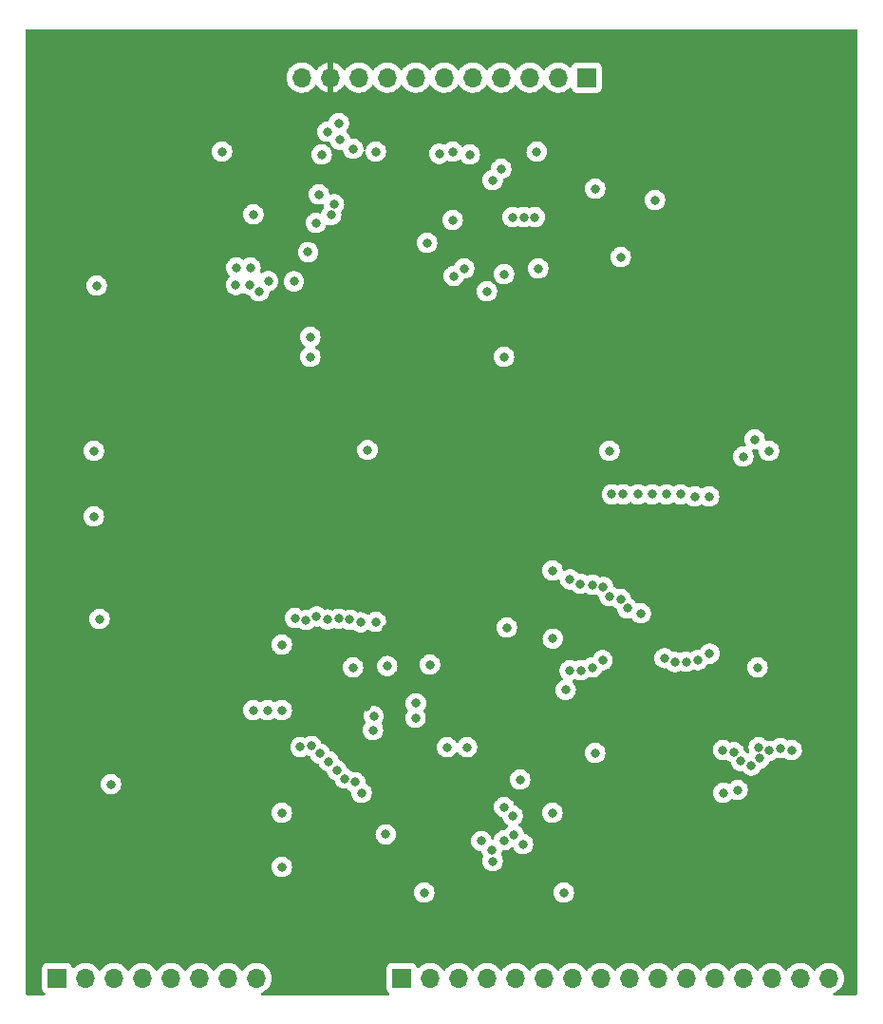
<source format=gbr>
%TF.GenerationSoftware,KiCad,Pcbnew,(6.0.0-0)*%
%TF.CreationDate,2022-02-14T21:13:18-05:00*%
%TF.ProjectId,Minified-Gpr,4d696e69-6669-4656-942d-4770722e6b69,rev?*%
%TF.SameCoordinates,Original*%
%TF.FileFunction,Copper,L2,Inr*%
%TF.FilePolarity,Positive*%
%FSLAX46Y46*%
G04 Gerber Fmt 4.6, Leading zero omitted, Abs format (unit mm)*
G04 Created by KiCad (PCBNEW (6.0.0-0)) date 2022-02-14 21:13:18*
%MOMM*%
%LPD*%
G01*
G04 APERTURE LIST*
%TA.AperFunction,ComponentPad*%
%ADD10R,1.700000X1.700000*%
%TD*%
%TA.AperFunction,ComponentPad*%
%ADD11O,1.700000X1.700000*%
%TD*%
%TA.AperFunction,ViaPad*%
%ADD12C,0.800000*%
%TD*%
G04 APERTURE END LIST*
D10*
%TO.N,BUS0*%
%TO.C,J1*%
X73929000Y-147574000D03*
D11*
%TO.N,BUS1*%
X76469000Y-147574000D03*
%TO.N,BUS2*%
X79009000Y-147574000D03*
%TO.N,BUS3*%
X81549000Y-147574000D03*
%TO.N,BUS4*%
X84089000Y-147574000D03*
%TO.N,BUS5*%
X86629000Y-147574000D03*
%TO.N,BUS6*%
X89169000Y-147574000D03*
%TO.N,BUS7*%
X91709000Y-147574000D03*
%TD*%
D10*
%TO.N,ADDR0*%
%TO.C,J2*%
X104648000Y-147574000D03*
D11*
%TO.N,ADDR1*%
X107188000Y-147574000D03*
%TO.N,ADDR2*%
X109728000Y-147574000D03*
%TO.N,ADDR3*%
X112268000Y-147574000D03*
%TO.N,ADDR4*%
X114808000Y-147574000D03*
%TO.N,ADDR5*%
X117348000Y-147574000D03*
%TO.N,ADDR6*%
X119888000Y-147574000D03*
%TO.N,ADDR7*%
X122428000Y-147574000D03*
%TO.N,ADDR8*%
X124968000Y-147574000D03*
%TO.N,ADDR9*%
X127508000Y-147574000D03*
%TO.N,ADDR10*%
X130048000Y-147574000D03*
%TO.N,ADDR11*%
X132588000Y-147574000D03*
%TO.N,ADDR12*%
X135128000Y-147574000D03*
%TO.N,ADDR13*%
X137668000Y-147574000D03*
%TO.N,ADDR14*%
X140208000Y-147574000D03*
%TO.N,ADDR15*%
X142748000Y-147574000D03*
%TD*%
D10*
%TO.N,CONTROL0*%
%TO.C,J3*%
X121158000Y-67310000D03*
D11*
%TO.N,CONTROL1*%
X118618000Y-67310000D03*
%TO.N,CONTROL2*%
X116078000Y-67310000D03*
%TO.N,CONTROL3*%
X113538000Y-67310000D03*
%TO.N,CONTROL4*%
X110998000Y-67310000D03*
%TO.N,CONTROL5*%
X108458000Y-67310000D03*
%TO.N,CONTROL6*%
X105918000Y-67310000D03*
%TO.N,~{CONTROL7}*%
X103378000Y-67310000D03*
%TO.N,CLOCK*%
X100838000Y-67310000D03*
%TO.N,GND*%
X98298000Y-67310000D03*
%TO.N,VCC*%
X95758000Y-67310000D03*
%TD*%
D12*
%TO.N,BUS0*%
X119666213Y-112039479D03*
X95641201Y-126982582D03*
X119650497Y-120142000D03*
X95147280Y-115494036D03*
X131050683Y-119234305D03*
%TO.N,BUS1*%
X120585344Y-112438989D03*
X96637733Y-126905582D03*
X120650000Y-120142000D03*
X130048177Y-119376080D03*
X96133282Y-115657757D03*
%TO.N,BUS2*%
X97080785Y-115339572D03*
X97390096Y-127573914D03*
X121653667Y-112519655D03*
X121666000Y-119888000D03*
X129049106Y-119405430D03*
%TO.N,BUS3*%
X98039516Y-115622133D03*
X98169000Y-128279842D03*
X122635576Y-112706364D03*
X122578918Y-119236348D03*
X128112877Y-119055459D03*
%TO.N,BUS4*%
X98868500Y-129032243D03*
X123190000Y-113538000D03*
X99035604Y-115539589D03*
%TO.N,BUS5*%
X100029694Y-115643470D03*
X124206000Y-113792000D03*
X99581339Y-129787561D03*
%TO.N,BUS6*%
X101005186Y-115861233D03*
X124779481Y-114616500D03*
X100522893Y-130122942D03*
%TO.N,BUS7*%
X102362000Y-115824000D03*
X100330000Y-119888000D03*
X101092000Y-131064000D03*
X125984000Y-115062000D03*
%TO.N,ADDR8*%
X112779503Y-137151827D03*
%TO.N,ADDR9*%
X112683664Y-136156930D03*
%TO.N,ADDR10*%
X111770900Y-135356520D03*
%TO.N,ADDR11*%
X113796124Y-135290901D03*
%TO.N,ADDR12*%
X114676141Y-134817007D03*
%TO.N,ADDR13*%
X115486989Y-135636000D03*
%TO.N,ADDR14*%
X114554000Y-133096000D03*
%TO.N,ADDR15*%
X113792000Y-132334000D03*
%TO.N,CLOCK*%
X99157000Y-72860500D03*
X91440000Y-79502000D03*
%TO.N,GND*%
X74970000Y-99250000D03*
X100580000Y-99810000D03*
X103270000Y-116430000D03*
X99821380Y-108977543D03*
X90424000Y-109220000D03*
X89916000Y-139192000D03*
X76140000Y-86060000D03*
X75946000Y-123698000D03*
X140208000Y-123444000D03*
X132588000Y-81534000D03*
X112912348Y-81338826D03*
X109220000Y-94488000D03*
X75946000Y-139192000D03*
X94377983Y-80654773D03*
X112872945Y-139954000D03*
X112268000Y-127254000D03*
X90424000Y-94234000D03*
X122936000Y-81280000D03*
X90170000Y-124206000D03*
X120650000Y-108966000D03*
X101568359Y-123428980D03*
X102108000Y-138684000D03*
X112776000Y-107188000D03*
X113792000Y-82804000D03*
X126046500Y-123832625D03*
X104770000Y-130370000D03*
X135128000Y-109220000D03*
X126046500Y-138241481D03*
X128590000Y-98860000D03*
X103632000Y-81280000D03*
X140208000Y-138176000D03*
X76930000Y-130240000D03*
X126746000Y-94488000D03*
%TO.N,Net-(U2-Pad13)*%
X97028000Y-80264000D03*
X96309463Y-82877700D03*
%TO.N,VCC*%
X118140604Y-117317397D03*
X118110000Y-132842000D03*
X116706031Y-73914000D03*
X133350000Y-131064000D03*
X124206000Y-83312000D03*
X106680000Y-139954000D03*
X93980000Y-123698000D03*
X132122154Y-118660154D03*
X123190000Y-100584000D03*
X119126000Y-139954000D03*
X112268000Y-86360000D03*
X105929543Y-123093056D03*
X93980000Y-137668000D03*
X119283054Y-121884752D03*
X108012000Y-74106000D03*
X77470000Y-85852000D03*
X93980000Y-117856000D03*
X96520000Y-90424000D03*
X77216000Y-100584000D03*
X77724000Y-115570000D03*
X97536000Y-74168000D03*
X103370000Y-119760000D03*
X93980000Y-132842000D03*
X103240000Y-134770000D03*
X127254000Y-78232000D03*
X88646000Y-73914000D03*
X133300713Y-127252889D03*
X101610000Y-100510000D03*
X78740000Y-130302000D03*
%TO.N,/~{F_OUT}*%
X113792000Y-92202000D03*
X96520000Y-92202000D03*
X121920000Y-77216000D03*
%TO.N,/~{S3_OUT}*%
X134620000Y-130810000D03*
X135128000Y-101092000D03*
X115228400Y-129881599D03*
%TO.N,/~{S1S2_OUT}*%
X107188000Y-119634000D03*
X105904076Y-124375517D03*
%TO.N,/~{S2_OUT}*%
X95052825Y-85475233D03*
X92710000Y-123698000D03*
%TO.N,/~{D_OUT}*%
X77216000Y-106426000D03*
X92770048Y-85454840D03*
%TO.N,/S1D7*%
X108712000Y-127000000D03*
X102173288Y-124224632D03*
%TO.N,/S1D6*%
X110490000Y-127000000D03*
X102108000Y-125476000D03*
%TO.N,CONTROL3*%
X116553006Y-79756000D03*
%TO.N,CONTROL4*%
X115553503Y-79756000D03*
%TO.N,CONTROL5*%
X114554000Y-79756000D03*
%TO.N,CONTROL6*%
X116840000Y-84328000D03*
%TO.N,Net-(U2-Pad11)*%
X98044000Y-72136000D03*
X109220000Y-73914000D03*
%TO.N,Net-(U2-Pad10)*%
X98626662Y-78590899D03*
X106934000Y-82042000D03*
%TO.N,/~{S3_LSB_OUT}*%
X136144000Y-99568000D03*
X118110000Y-111252000D03*
%TO.N,/~{S3_MSB_OUT}*%
X136398000Y-119888000D03*
X137414000Y-100584000D03*
%TO.N,/LDF*%
X109312000Y-84998000D03*
X113792000Y-84836000D03*
%TO.N,Net-(U2-Pad9)*%
X110236000Y-84328000D03*
X97282000Y-77724000D03*
%TO.N,Net-(U2-Pad12)*%
X99060000Y-71374000D03*
X110744000Y-74168000D03*
%TO.N,/LDC*%
X89916000Y-84250500D03*
X89883707Y-85789500D03*
%TO.N,/LDD*%
X91104553Y-85789500D03*
X91186000Y-84250500D03*
%TO.N,/LDS1*%
X112776000Y-76454000D03*
X91948000Y-86360000D03*
%TO.N,/LDS2*%
X91440000Y-123698000D03*
X113538000Y-75438000D03*
%TO.N,Net-(U20-Pad1)*%
X98380067Y-79559504D03*
X109220000Y-80010000D03*
%TO.N,Net-(U20-Pad12)*%
X102362000Y-73914000D03*
X100330000Y-73660000D03*
%TO.N,/S3L7*%
X121920000Y-127508000D03*
X114046000Y-116332000D03*
%TO.N,/S3H7*%
X139446000Y-127254000D03*
X132080000Y-104648000D03*
%TO.N,/S3H6*%
X138431099Y-127087702D03*
X130810000Y-104648000D03*
%TO.N,/S3H5*%
X137456172Y-127307978D03*
X129540000Y-104456500D03*
%TO.N,/S3H4*%
X136504098Y-126992617D03*
X128270000Y-104456500D03*
%TO.N,/S3H3*%
X136596437Y-127987845D03*
X127000000Y-104456500D03*
%TO.N,/S3H2*%
X135839777Y-128640892D03*
X125730000Y-104456500D03*
%TO.N,/S3H1*%
X124408640Y-104456500D03*
X134923571Y-128241429D03*
%TO.N,/S3H0*%
X123409137Y-104456500D03*
X134283481Y-127435023D03*
%TD*%
%TA.AperFunction,Conductor*%
%TO.N,GND*%
G36*
X145230121Y-63012002D02*
G01*
X145276614Y-63065658D01*
X145288000Y-63118000D01*
X145288000Y-148972000D01*
X145267998Y-149040121D01*
X145214342Y-149086614D01*
X145162000Y-149098000D01*
X143254460Y-149098000D01*
X143186339Y-149077998D01*
X143139846Y-149024342D01*
X143129742Y-148954068D01*
X143159236Y-148889488D01*
X143218253Y-148851314D01*
X143240425Y-148844662D01*
X143240427Y-148844661D01*
X143245384Y-148843174D01*
X143445994Y-148744896D01*
X143627860Y-148615173D01*
X143786096Y-148457489D01*
X143916453Y-148276077D01*
X143937320Y-148233857D01*
X144013136Y-148080453D01*
X144013137Y-148080451D01*
X144015430Y-148075811D01*
X144080370Y-147862069D01*
X144109529Y-147640590D01*
X144111156Y-147574000D01*
X144092852Y-147351361D01*
X144038431Y-147134702D01*
X143949354Y-146929840D01*
X143828014Y-146742277D01*
X143677670Y-146577051D01*
X143673619Y-146573852D01*
X143673615Y-146573848D01*
X143506414Y-146441800D01*
X143506410Y-146441798D01*
X143502359Y-146438598D01*
X143306789Y-146330638D01*
X143301920Y-146328914D01*
X143301916Y-146328912D01*
X143101087Y-146257795D01*
X143101083Y-146257794D01*
X143096212Y-146256069D01*
X143091119Y-146255162D01*
X143091116Y-146255161D01*
X142881373Y-146217800D01*
X142881367Y-146217799D01*
X142876284Y-146216894D01*
X142802452Y-146215992D01*
X142658081Y-146214228D01*
X142658079Y-146214228D01*
X142652911Y-146214165D01*
X142432091Y-146247955D01*
X142219756Y-146317357D01*
X142021607Y-146420507D01*
X142017474Y-146423610D01*
X142017471Y-146423612D01*
X141847100Y-146551530D01*
X141842965Y-146554635D01*
X141839393Y-146558373D01*
X141731729Y-146671037D01*
X141688629Y-146716138D01*
X141581201Y-146873621D01*
X141526293Y-146918621D01*
X141455768Y-146926792D01*
X141392021Y-146895538D01*
X141371324Y-146871054D01*
X141290822Y-146746617D01*
X141290820Y-146746614D01*
X141288014Y-146742277D01*
X141137670Y-146577051D01*
X141133619Y-146573852D01*
X141133615Y-146573848D01*
X140966414Y-146441800D01*
X140966410Y-146441798D01*
X140962359Y-146438598D01*
X140766789Y-146330638D01*
X140761920Y-146328914D01*
X140761916Y-146328912D01*
X140561087Y-146257795D01*
X140561083Y-146257794D01*
X140556212Y-146256069D01*
X140551119Y-146255162D01*
X140551116Y-146255161D01*
X140341373Y-146217800D01*
X140341367Y-146217799D01*
X140336284Y-146216894D01*
X140262452Y-146215992D01*
X140118081Y-146214228D01*
X140118079Y-146214228D01*
X140112911Y-146214165D01*
X139892091Y-146247955D01*
X139679756Y-146317357D01*
X139481607Y-146420507D01*
X139477474Y-146423610D01*
X139477471Y-146423612D01*
X139307100Y-146551530D01*
X139302965Y-146554635D01*
X139299393Y-146558373D01*
X139191729Y-146671037D01*
X139148629Y-146716138D01*
X139041201Y-146873621D01*
X138986293Y-146918621D01*
X138915768Y-146926792D01*
X138852021Y-146895538D01*
X138831324Y-146871054D01*
X138750822Y-146746617D01*
X138750820Y-146746614D01*
X138748014Y-146742277D01*
X138597670Y-146577051D01*
X138593619Y-146573852D01*
X138593615Y-146573848D01*
X138426414Y-146441800D01*
X138426410Y-146441798D01*
X138422359Y-146438598D01*
X138226789Y-146330638D01*
X138221920Y-146328914D01*
X138221916Y-146328912D01*
X138021087Y-146257795D01*
X138021083Y-146257794D01*
X138016212Y-146256069D01*
X138011119Y-146255162D01*
X138011116Y-146255161D01*
X137801373Y-146217800D01*
X137801367Y-146217799D01*
X137796284Y-146216894D01*
X137722452Y-146215992D01*
X137578081Y-146214228D01*
X137578079Y-146214228D01*
X137572911Y-146214165D01*
X137352091Y-146247955D01*
X137139756Y-146317357D01*
X136941607Y-146420507D01*
X136937474Y-146423610D01*
X136937471Y-146423612D01*
X136767100Y-146551530D01*
X136762965Y-146554635D01*
X136759393Y-146558373D01*
X136651729Y-146671037D01*
X136608629Y-146716138D01*
X136501201Y-146873621D01*
X136446293Y-146918621D01*
X136375768Y-146926792D01*
X136312021Y-146895538D01*
X136291324Y-146871054D01*
X136210822Y-146746617D01*
X136210820Y-146746614D01*
X136208014Y-146742277D01*
X136057670Y-146577051D01*
X136053619Y-146573852D01*
X136053615Y-146573848D01*
X135886414Y-146441800D01*
X135886410Y-146441798D01*
X135882359Y-146438598D01*
X135686789Y-146330638D01*
X135681920Y-146328914D01*
X135681916Y-146328912D01*
X135481087Y-146257795D01*
X135481083Y-146257794D01*
X135476212Y-146256069D01*
X135471119Y-146255162D01*
X135471116Y-146255161D01*
X135261373Y-146217800D01*
X135261367Y-146217799D01*
X135256284Y-146216894D01*
X135182452Y-146215992D01*
X135038081Y-146214228D01*
X135038079Y-146214228D01*
X135032911Y-146214165D01*
X134812091Y-146247955D01*
X134599756Y-146317357D01*
X134401607Y-146420507D01*
X134397474Y-146423610D01*
X134397471Y-146423612D01*
X134227100Y-146551530D01*
X134222965Y-146554635D01*
X134219393Y-146558373D01*
X134111729Y-146671037D01*
X134068629Y-146716138D01*
X133961201Y-146873621D01*
X133906293Y-146918621D01*
X133835768Y-146926792D01*
X133772021Y-146895538D01*
X133751324Y-146871054D01*
X133670822Y-146746617D01*
X133670820Y-146746614D01*
X133668014Y-146742277D01*
X133517670Y-146577051D01*
X133513619Y-146573852D01*
X133513615Y-146573848D01*
X133346414Y-146441800D01*
X133346410Y-146441798D01*
X133342359Y-146438598D01*
X133146789Y-146330638D01*
X133141920Y-146328914D01*
X133141916Y-146328912D01*
X132941087Y-146257795D01*
X132941083Y-146257794D01*
X132936212Y-146256069D01*
X132931119Y-146255162D01*
X132931116Y-146255161D01*
X132721373Y-146217800D01*
X132721367Y-146217799D01*
X132716284Y-146216894D01*
X132642452Y-146215992D01*
X132498081Y-146214228D01*
X132498079Y-146214228D01*
X132492911Y-146214165D01*
X132272091Y-146247955D01*
X132059756Y-146317357D01*
X131861607Y-146420507D01*
X131857474Y-146423610D01*
X131857471Y-146423612D01*
X131687100Y-146551530D01*
X131682965Y-146554635D01*
X131679393Y-146558373D01*
X131571729Y-146671037D01*
X131528629Y-146716138D01*
X131421201Y-146873621D01*
X131366293Y-146918621D01*
X131295768Y-146926792D01*
X131232021Y-146895538D01*
X131211324Y-146871054D01*
X131130822Y-146746617D01*
X131130820Y-146746614D01*
X131128014Y-146742277D01*
X130977670Y-146577051D01*
X130973619Y-146573852D01*
X130973615Y-146573848D01*
X130806414Y-146441800D01*
X130806410Y-146441798D01*
X130802359Y-146438598D01*
X130606789Y-146330638D01*
X130601920Y-146328914D01*
X130601916Y-146328912D01*
X130401087Y-146257795D01*
X130401083Y-146257794D01*
X130396212Y-146256069D01*
X130391119Y-146255162D01*
X130391116Y-146255161D01*
X130181373Y-146217800D01*
X130181367Y-146217799D01*
X130176284Y-146216894D01*
X130102452Y-146215992D01*
X129958081Y-146214228D01*
X129958079Y-146214228D01*
X129952911Y-146214165D01*
X129732091Y-146247955D01*
X129519756Y-146317357D01*
X129321607Y-146420507D01*
X129317474Y-146423610D01*
X129317471Y-146423612D01*
X129147100Y-146551530D01*
X129142965Y-146554635D01*
X129139393Y-146558373D01*
X129031729Y-146671037D01*
X128988629Y-146716138D01*
X128881201Y-146873621D01*
X128826293Y-146918621D01*
X128755768Y-146926792D01*
X128692021Y-146895538D01*
X128671324Y-146871054D01*
X128590822Y-146746617D01*
X128590820Y-146746614D01*
X128588014Y-146742277D01*
X128437670Y-146577051D01*
X128433619Y-146573852D01*
X128433615Y-146573848D01*
X128266414Y-146441800D01*
X128266410Y-146441798D01*
X128262359Y-146438598D01*
X128066789Y-146330638D01*
X128061920Y-146328914D01*
X128061916Y-146328912D01*
X127861087Y-146257795D01*
X127861083Y-146257794D01*
X127856212Y-146256069D01*
X127851119Y-146255162D01*
X127851116Y-146255161D01*
X127641373Y-146217800D01*
X127641367Y-146217799D01*
X127636284Y-146216894D01*
X127562452Y-146215992D01*
X127418081Y-146214228D01*
X127418079Y-146214228D01*
X127412911Y-146214165D01*
X127192091Y-146247955D01*
X126979756Y-146317357D01*
X126781607Y-146420507D01*
X126777474Y-146423610D01*
X126777471Y-146423612D01*
X126607100Y-146551530D01*
X126602965Y-146554635D01*
X126599393Y-146558373D01*
X126491729Y-146671037D01*
X126448629Y-146716138D01*
X126341201Y-146873621D01*
X126286293Y-146918621D01*
X126215768Y-146926792D01*
X126152021Y-146895538D01*
X126131324Y-146871054D01*
X126050822Y-146746617D01*
X126050820Y-146746614D01*
X126048014Y-146742277D01*
X125897670Y-146577051D01*
X125893619Y-146573852D01*
X125893615Y-146573848D01*
X125726414Y-146441800D01*
X125726410Y-146441798D01*
X125722359Y-146438598D01*
X125526789Y-146330638D01*
X125521920Y-146328914D01*
X125521916Y-146328912D01*
X125321087Y-146257795D01*
X125321083Y-146257794D01*
X125316212Y-146256069D01*
X125311119Y-146255162D01*
X125311116Y-146255161D01*
X125101373Y-146217800D01*
X125101367Y-146217799D01*
X125096284Y-146216894D01*
X125022452Y-146215992D01*
X124878081Y-146214228D01*
X124878079Y-146214228D01*
X124872911Y-146214165D01*
X124652091Y-146247955D01*
X124439756Y-146317357D01*
X124241607Y-146420507D01*
X124237474Y-146423610D01*
X124237471Y-146423612D01*
X124067100Y-146551530D01*
X124062965Y-146554635D01*
X124059393Y-146558373D01*
X123951729Y-146671037D01*
X123908629Y-146716138D01*
X123801201Y-146873621D01*
X123746293Y-146918621D01*
X123675768Y-146926792D01*
X123612021Y-146895538D01*
X123591324Y-146871054D01*
X123510822Y-146746617D01*
X123510820Y-146746614D01*
X123508014Y-146742277D01*
X123357670Y-146577051D01*
X123353619Y-146573852D01*
X123353615Y-146573848D01*
X123186414Y-146441800D01*
X123186410Y-146441798D01*
X123182359Y-146438598D01*
X122986789Y-146330638D01*
X122981920Y-146328914D01*
X122981916Y-146328912D01*
X122781087Y-146257795D01*
X122781083Y-146257794D01*
X122776212Y-146256069D01*
X122771119Y-146255162D01*
X122771116Y-146255161D01*
X122561373Y-146217800D01*
X122561367Y-146217799D01*
X122556284Y-146216894D01*
X122482452Y-146215992D01*
X122338081Y-146214228D01*
X122338079Y-146214228D01*
X122332911Y-146214165D01*
X122112091Y-146247955D01*
X121899756Y-146317357D01*
X121701607Y-146420507D01*
X121697474Y-146423610D01*
X121697471Y-146423612D01*
X121527100Y-146551530D01*
X121522965Y-146554635D01*
X121519393Y-146558373D01*
X121411729Y-146671037D01*
X121368629Y-146716138D01*
X121261201Y-146873621D01*
X121206293Y-146918621D01*
X121135768Y-146926792D01*
X121072021Y-146895538D01*
X121051324Y-146871054D01*
X120970822Y-146746617D01*
X120970820Y-146746614D01*
X120968014Y-146742277D01*
X120817670Y-146577051D01*
X120813619Y-146573852D01*
X120813615Y-146573848D01*
X120646414Y-146441800D01*
X120646410Y-146441798D01*
X120642359Y-146438598D01*
X120446789Y-146330638D01*
X120441920Y-146328914D01*
X120441916Y-146328912D01*
X120241087Y-146257795D01*
X120241083Y-146257794D01*
X120236212Y-146256069D01*
X120231119Y-146255162D01*
X120231116Y-146255161D01*
X120021373Y-146217800D01*
X120021367Y-146217799D01*
X120016284Y-146216894D01*
X119942452Y-146215992D01*
X119798081Y-146214228D01*
X119798079Y-146214228D01*
X119792911Y-146214165D01*
X119572091Y-146247955D01*
X119359756Y-146317357D01*
X119161607Y-146420507D01*
X119157474Y-146423610D01*
X119157471Y-146423612D01*
X118987100Y-146551530D01*
X118982965Y-146554635D01*
X118979393Y-146558373D01*
X118871729Y-146671037D01*
X118828629Y-146716138D01*
X118721201Y-146873621D01*
X118666293Y-146918621D01*
X118595768Y-146926792D01*
X118532021Y-146895538D01*
X118511324Y-146871054D01*
X118430822Y-146746617D01*
X118430820Y-146746614D01*
X118428014Y-146742277D01*
X118277670Y-146577051D01*
X118273619Y-146573852D01*
X118273615Y-146573848D01*
X118106414Y-146441800D01*
X118106410Y-146441798D01*
X118102359Y-146438598D01*
X117906789Y-146330638D01*
X117901920Y-146328914D01*
X117901916Y-146328912D01*
X117701087Y-146257795D01*
X117701083Y-146257794D01*
X117696212Y-146256069D01*
X117691119Y-146255162D01*
X117691116Y-146255161D01*
X117481373Y-146217800D01*
X117481367Y-146217799D01*
X117476284Y-146216894D01*
X117402452Y-146215992D01*
X117258081Y-146214228D01*
X117258079Y-146214228D01*
X117252911Y-146214165D01*
X117032091Y-146247955D01*
X116819756Y-146317357D01*
X116621607Y-146420507D01*
X116617474Y-146423610D01*
X116617471Y-146423612D01*
X116447100Y-146551530D01*
X116442965Y-146554635D01*
X116439393Y-146558373D01*
X116331729Y-146671037D01*
X116288629Y-146716138D01*
X116181201Y-146873621D01*
X116126293Y-146918621D01*
X116055768Y-146926792D01*
X115992021Y-146895538D01*
X115971324Y-146871054D01*
X115890822Y-146746617D01*
X115890820Y-146746614D01*
X115888014Y-146742277D01*
X115737670Y-146577051D01*
X115733619Y-146573852D01*
X115733615Y-146573848D01*
X115566414Y-146441800D01*
X115566410Y-146441798D01*
X115562359Y-146438598D01*
X115366789Y-146330638D01*
X115361920Y-146328914D01*
X115361916Y-146328912D01*
X115161087Y-146257795D01*
X115161083Y-146257794D01*
X115156212Y-146256069D01*
X115151119Y-146255162D01*
X115151116Y-146255161D01*
X114941373Y-146217800D01*
X114941367Y-146217799D01*
X114936284Y-146216894D01*
X114862452Y-146215992D01*
X114718081Y-146214228D01*
X114718079Y-146214228D01*
X114712911Y-146214165D01*
X114492091Y-146247955D01*
X114279756Y-146317357D01*
X114081607Y-146420507D01*
X114077474Y-146423610D01*
X114077471Y-146423612D01*
X113907100Y-146551530D01*
X113902965Y-146554635D01*
X113899393Y-146558373D01*
X113791729Y-146671037D01*
X113748629Y-146716138D01*
X113641201Y-146873621D01*
X113586293Y-146918621D01*
X113515768Y-146926792D01*
X113452021Y-146895538D01*
X113431324Y-146871054D01*
X113350822Y-146746617D01*
X113350820Y-146746614D01*
X113348014Y-146742277D01*
X113197670Y-146577051D01*
X113193619Y-146573852D01*
X113193615Y-146573848D01*
X113026414Y-146441800D01*
X113026410Y-146441798D01*
X113022359Y-146438598D01*
X112826789Y-146330638D01*
X112821920Y-146328914D01*
X112821916Y-146328912D01*
X112621087Y-146257795D01*
X112621083Y-146257794D01*
X112616212Y-146256069D01*
X112611119Y-146255162D01*
X112611116Y-146255161D01*
X112401373Y-146217800D01*
X112401367Y-146217799D01*
X112396284Y-146216894D01*
X112322452Y-146215992D01*
X112178081Y-146214228D01*
X112178079Y-146214228D01*
X112172911Y-146214165D01*
X111952091Y-146247955D01*
X111739756Y-146317357D01*
X111541607Y-146420507D01*
X111537474Y-146423610D01*
X111537471Y-146423612D01*
X111367100Y-146551530D01*
X111362965Y-146554635D01*
X111359393Y-146558373D01*
X111251729Y-146671037D01*
X111208629Y-146716138D01*
X111101201Y-146873621D01*
X111046293Y-146918621D01*
X110975768Y-146926792D01*
X110912021Y-146895538D01*
X110891324Y-146871054D01*
X110810822Y-146746617D01*
X110810820Y-146746614D01*
X110808014Y-146742277D01*
X110657670Y-146577051D01*
X110653619Y-146573852D01*
X110653615Y-146573848D01*
X110486414Y-146441800D01*
X110486410Y-146441798D01*
X110482359Y-146438598D01*
X110286789Y-146330638D01*
X110281920Y-146328914D01*
X110281916Y-146328912D01*
X110081087Y-146257795D01*
X110081083Y-146257794D01*
X110076212Y-146256069D01*
X110071119Y-146255162D01*
X110071116Y-146255161D01*
X109861373Y-146217800D01*
X109861367Y-146217799D01*
X109856284Y-146216894D01*
X109782452Y-146215992D01*
X109638081Y-146214228D01*
X109638079Y-146214228D01*
X109632911Y-146214165D01*
X109412091Y-146247955D01*
X109199756Y-146317357D01*
X109001607Y-146420507D01*
X108997474Y-146423610D01*
X108997471Y-146423612D01*
X108827100Y-146551530D01*
X108822965Y-146554635D01*
X108819393Y-146558373D01*
X108711729Y-146671037D01*
X108668629Y-146716138D01*
X108561201Y-146873621D01*
X108506293Y-146918621D01*
X108435768Y-146926792D01*
X108372021Y-146895538D01*
X108351324Y-146871054D01*
X108270822Y-146746617D01*
X108270820Y-146746614D01*
X108268014Y-146742277D01*
X108117670Y-146577051D01*
X108113619Y-146573852D01*
X108113615Y-146573848D01*
X107946414Y-146441800D01*
X107946410Y-146441798D01*
X107942359Y-146438598D01*
X107746789Y-146330638D01*
X107741920Y-146328914D01*
X107741916Y-146328912D01*
X107541087Y-146257795D01*
X107541083Y-146257794D01*
X107536212Y-146256069D01*
X107531119Y-146255162D01*
X107531116Y-146255161D01*
X107321373Y-146217800D01*
X107321367Y-146217799D01*
X107316284Y-146216894D01*
X107242452Y-146215992D01*
X107098081Y-146214228D01*
X107098079Y-146214228D01*
X107092911Y-146214165D01*
X106872091Y-146247955D01*
X106659756Y-146317357D01*
X106461607Y-146420507D01*
X106457474Y-146423610D01*
X106457471Y-146423612D01*
X106287100Y-146551530D01*
X106282965Y-146554635D01*
X106226537Y-146613684D01*
X106202283Y-146639064D01*
X106140759Y-146674494D01*
X106069846Y-146671037D01*
X106012060Y-146629791D01*
X105993207Y-146596243D01*
X105951767Y-146485703D01*
X105948615Y-146477295D01*
X105861261Y-146360739D01*
X105744705Y-146273385D01*
X105608316Y-146222255D01*
X105546134Y-146215500D01*
X103749866Y-146215500D01*
X103687684Y-146222255D01*
X103551295Y-146273385D01*
X103434739Y-146360739D01*
X103347385Y-146477295D01*
X103296255Y-146613684D01*
X103289500Y-146675866D01*
X103289500Y-148472134D01*
X103296255Y-148534316D01*
X103347385Y-148670705D01*
X103434739Y-148787261D01*
X103524176Y-148854290D01*
X103546704Y-148871174D01*
X103589219Y-148928033D01*
X103594245Y-148998852D01*
X103560185Y-149061145D01*
X103497854Y-149095135D01*
X103471139Y-149098000D01*
X92215460Y-149098000D01*
X92147339Y-149077998D01*
X92100846Y-149024342D01*
X92090742Y-148954068D01*
X92120236Y-148889488D01*
X92179253Y-148851314D01*
X92201425Y-148844662D01*
X92201427Y-148844661D01*
X92206384Y-148843174D01*
X92406994Y-148744896D01*
X92588860Y-148615173D01*
X92747096Y-148457489D01*
X92877453Y-148276077D01*
X92898320Y-148233857D01*
X92974136Y-148080453D01*
X92974137Y-148080451D01*
X92976430Y-148075811D01*
X93041370Y-147862069D01*
X93070529Y-147640590D01*
X93072156Y-147574000D01*
X93053852Y-147351361D01*
X92999431Y-147134702D01*
X92910354Y-146929840D01*
X92789014Y-146742277D01*
X92638670Y-146577051D01*
X92634619Y-146573852D01*
X92634615Y-146573848D01*
X92467414Y-146441800D01*
X92467410Y-146441798D01*
X92463359Y-146438598D01*
X92267789Y-146330638D01*
X92262920Y-146328914D01*
X92262916Y-146328912D01*
X92062087Y-146257795D01*
X92062083Y-146257794D01*
X92057212Y-146256069D01*
X92052119Y-146255162D01*
X92052116Y-146255161D01*
X91842373Y-146217800D01*
X91842367Y-146217799D01*
X91837284Y-146216894D01*
X91763452Y-146215992D01*
X91619081Y-146214228D01*
X91619079Y-146214228D01*
X91613911Y-146214165D01*
X91393091Y-146247955D01*
X91180756Y-146317357D01*
X90982607Y-146420507D01*
X90978474Y-146423610D01*
X90978471Y-146423612D01*
X90808100Y-146551530D01*
X90803965Y-146554635D01*
X90800393Y-146558373D01*
X90692729Y-146671037D01*
X90649629Y-146716138D01*
X90542201Y-146873621D01*
X90487293Y-146918621D01*
X90416768Y-146926792D01*
X90353021Y-146895538D01*
X90332324Y-146871054D01*
X90251822Y-146746617D01*
X90251820Y-146746614D01*
X90249014Y-146742277D01*
X90098670Y-146577051D01*
X90094619Y-146573852D01*
X90094615Y-146573848D01*
X89927414Y-146441800D01*
X89927410Y-146441798D01*
X89923359Y-146438598D01*
X89727789Y-146330638D01*
X89722920Y-146328914D01*
X89722916Y-146328912D01*
X89522087Y-146257795D01*
X89522083Y-146257794D01*
X89517212Y-146256069D01*
X89512119Y-146255162D01*
X89512116Y-146255161D01*
X89302373Y-146217800D01*
X89302367Y-146217799D01*
X89297284Y-146216894D01*
X89223452Y-146215992D01*
X89079081Y-146214228D01*
X89079079Y-146214228D01*
X89073911Y-146214165D01*
X88853091Y-146247955D01*
X88640756Y-146317357D01*
X88442607Y-146420507D01*
X88438474Y-146423610D01*
X88438471Y-146423612D01*
X88268100Y-146551530D01*
X88263965Y-146554635D01*
X88260393Y-146558373D01*
X88152729Y-146671037D01*
X88109629Y-146716138D01*
X88002201Y-146873621D01*
X87947293Y-146918621D01*
X87876768Y-146926792D01*
X87813021Y-146895538D01*
X87792324Y-146871054D01*
X87711822Y-146746617D01*
X87711820Y-146746614D01*
X87709014Y-146742277D01*
X87558670Y-146577051D01*
X87554619Y-146573852D01*
X87554615Y-146573848D01*
X87387414Y-146441800D01*
X87387410Y-146441798D01*
X87383359Y-146438598D01*
X87187789Y-146330638D01*
X87182920Y-146328914D01*
X87182916Y-146328912D01*
X86982087Y-146257795D01*
X86982083Y-146257794D01*
X86977212Y-146256069D01*
X86972119Y-146255162D01*
X86972116Y-146255161D01*
X86762373Y-146217800D01*
X86762367Y-146217799D01*
X86757284Y-146216894D01*
X86683452Y-146215992D01*
X86539081Y-146214228D01*
X86539079Y-146214228D01*
X86533911Y-146214165D01*
X86313091Y-146247955D01*
X86100756Y-146317357D01*
X85902607Y-146420507D01*
X85898474Y-146423610D01*
X85898471Y-146423612D01*
X85728100Y-146551530D01*
X85723965Y-146554635D01*
X85720393Y-146558373D01*
X85612729Y-146671037D01*
X85569629Y-146716138D01*
X85462201Y-146873621D01*
X85407293Y-146918621D01*
X85336768Y-146926792D01*
X85273021Y-146895538D01*
X85252324Y-146871054D01*
X85171822Y-146746617D01*
X85171820Y-146746614D01*
X85169014Y-146742277D01*
X85018670Y-146577051D01*
X85014619Y-146573852D01*
X85014615Y-146573848D01*
X84847414Y-146441800D01*
X84847410Y-146441798D01*
X84843359Y-146438598D01*
X84647789Y-146330638D01*
X84642920Y-146328914D01*
X84642916Y-146328912D01*
X84442087Y-146257795D01*
X84442083Y-146257794D01*
X84437212Y-146256069D01*
X84432119Y-146255162D01*
X84432116Y-146255161D01*
X84222373Y-146217800D01*
X84222367Y-146217799D01*
X84217284Y-146216894D01*
X84143452Y-146215992D01*
X83999081Y-146214228D01*
X83999079Y-146214228D01*
X83993911Y-146214165D01*
X83773091Y-146247955D01*
X83560756Y-146317357D01*
X83362607Y-146420507D01*
X83358474Y-146423610D01*
X83358471Y-146423612D01*
X83188100Y-146551530D01*
X83183965Y-146554635D01*
X83180393Y-146558373D01*
X83072729Y-146671037D01*
X83029629Y-146716138D01*
X82922201Y-146873621D01*
X82867293Y-146918621D01*
X82796768Y-146926792D01*
X82733021Y-146895538D01*
X82712324Y-146871054D01*
X82631822Y-146746617D01*
X82631820Y-146746614D01*
X82629014Y-146742277D01*
X82478670Y-146577051D01*
X82474619Y-146573852D01*
X82474615Y-146573848D01*
X82307414Y-146441800D01*
X82307410Y-146441798D01*
X82303359Y-146438598D01*
X82107789Y-146330638D01*
X82102920Y-146328914D01*
X82102916Y-146328912D01*
X81902087Y-146257795D01*
X81902083Y-146257794D01*
X81897212Y-146256069D01*
X81892119Y-146255162D01*
X81892116Y-146255161D01*
X81682373Y-146217800D01*
X81682367Y-146217799D01*
X81677284Y-146216894D01*
X81603452Y-146215992D01*
X81459081Y-146214228D01*
X81459079Y-146214228D01*
X81453911Y-146214165D01*
X81233091Y-146247955D01*
X81020756Y-146317357D01*
X80822607Y-146420507D01*
X80818474Y-146423610D01*
X80818471Y-146423612D01*
X80648100Y-146551530D01*
X80643965Y-146554635D01*
X80640393Y-146558373D01*
X80532729Y-146671037D01*
X80489629Y-146716138D01*
X80382201Y-146873621D01*
X80327293Y-146918621D01*
X80256768Y-146926792D01*
X80193021Y-146895538D01*
X80172324Y-146871054D01*
X80091822Y-146746617D01*
X80091820Y-146746614D01*
X80089014Y-146742277D01*
X79938670Y-146577051D01*
X79934619Y-146573852D01*
X79934615Y-146573848D01*
X79767414Y-146441800D01*
X79767410Y-146441798D01*
X79763359Y-146438598D01*
X79567789Y-146330638D01*
X79562920Y-146328914D01*
X79562916Y-146328912D01*
X79362087Y-146257795D01*
X79362083Y-146257794D01*
X79357212Y-146256069D01*
X79352119Y-146255162D01*
X79352116Y-146255161D01*
X79142373Y-146217800D01*
X79142367Y-146217799D01*
X79137284Y-146216894D01*
X79063452Y-146215992D01*
X78919081Y-146214228D01*
X78919079Y-146214228D01*
X78913911Y-146214165D01*
X78693091Y-146247955D01*
X78480756Y-146317357D01*
X78282607Y-146420507D01*
X78278474Y-146423610D01*
X78278471Y-146423612D01*
X78108100Y-146551530D01*
X78103965Y-146554635D01*
X78100393Y-146558373D01*
X77992729Y-146671037D01*
X77949629Y-146716138D01*
X77842201Y-146873621D01*
X77787293Y-146918621D01*
X77716768Y-146926792D01*
X77653021Y-146895538D01*
X77632324Y-146871054D01*
X77551822Y-146746617D01*
X77551820Y-146746614D01*
X77549014Y-146742277D01*
X77398670Y-146577051D01*
X77394619Y-146573852D01*
X77394615Y-146573848D01*
X77227414Y-146441800D01*
X77227410Y-146441798D01*
X77223359Y-146438598D01*
X77027789Y-146330638D01*
X77022920Y-146328914D01*
X77022916Y-146328912D01*
X76822087Y-146257795D01*
X76822083Y-146257794D01*
X76817212Y-146256069D01*
X76812119Y-146255162D01*
X76812116Y-146255161D01*
X76602373Y-146217800D01*
X76602367Y-146217799D01*
X76597284Y-146216894D01*
X76523452Y-146215992D01*
X76379081Y-146214228D01*
X76379079Y-146214228D01*
X76373911Y-146214165D01*
X76153091Y-146247955D01*
X75940756Y-146317357D01*
X75742607Y-146420507D01*
X75738474Y-146423610D01*
X75738471Y-146423612D01*
X75568100Y-146551530D01*
X75563965Y-146554635D01*
X75507537Y-146613684D01*
X75483283Y-146639064D01*
X75421759Y-146674494D01*
X75350846Y-146671037D01*
X75293060Y-146629791D01*
X75274207Y-146596243D01*
X75232767Y-146485703D01*
X75229615Y-146477295D01*
X75142261Y-146360739D01*
X75025705Y-146273385D01*
X74889316Y-146222255D01*
X74827134Y-146215500D01*
X73030866Y-146215500D01*
X72968684Y-146222255D01*
X72832295Y-146273385D01*
X72715739Y-146360739D01*
X72628385Y-146477295D01*
X72577255Y-146613684D01*
X72570500Y-146675866D01*
X72570500Y-148472134D01*
X72577255Y-148534316D01*
X72628385Y-148670705D01*
X72715739Y-148787261D01*
X72805176Y-148854290D01*
X72827704Y-148871174D01*
X72870219Y-148928033D01*
X72875245Y-148998852D01*
X72841185Y-149061145D01*
X72778854Y-149095135D01*
X72752139Y-149098000D01*
X71246000Y-149098000D01*
X71177879Y-149077998D01*
X71131386Y-149024342D01*
X71120000Y-148972000D01*
X71120000Y-139954000D01*
X105766496Y-139954000D01*
X105786458Y-140143928D01*
X105845473Y-140325556D01*
X105940960Y-140490944D01*
X106068747Y-140632866D01*
X106223248Y-140745118D01*
X106229276Y-140747802D01*
X106229278Y-140747803D01*
X106391681Y-140820109D01*
X106397712Y-140822794D01*
X106491112Y-140842647D01*
X106578056Y-140861128D01*
X106578061Y-140861128D01*
X106584513Y-140862500D01*
X106775487Y-140862500D01*
X106781939Y-140861128D01*
X106781944Y-140861128D01*
X106868888Y-140842647D01*
X106962288Y-140822794D01*
X106968319Y-140820109D01*
X107130722Y-140747803D01*
X107130724Y-140747802D01*
X107136752Y-140745118D01*
X107291253Y-140632866D01*
X107419040Y-140490944D01*
X107514527Y-140325556D01*
X107573542Y-140143928D01*
X107593504Y-139954000D01*
X118212496Y-139954000D01*
X118232458Y-140143928D01*
X118291473Y-140325556D01*
X118386960Y-140490944D01*
X118514747Y-140632866D01*
X118669248Y-140745118D01*
X118675276Y-140747802D01*
X118675278Y-140747803D01*
X118837681Y-140820109D01*
X118843712Y-140822794D01*
X118937112Y-140842647D01*
X119024056Y-140861128D01*
X119024061Y-140861128D01*
X119030513Y-140862500D01*
X119221487Y-140862500D01*
X119227939Y-140861128D01*
X119227944Y-140861128D01*
X119314888Y-140842647D01*
X119408288Y-140822794D01*
X119414319Y-140820109D01*
X119576722Y-140747803D01*
X119576724Y-140747802D01*
X119582752Y-140745118D01*
X119737253Y-140632866D01*
X119865040Y-140490944D01*
X119960527Y-140325556D01*
X120019542Y-140143928D01*
X120039504Y-139954000D01*
X120019542Y-139764072D01*
X119960527Y-139582444D01*
X119865040Y-139417056D01*
X119737253Y-139275134D01*
X119582752Y-139162882D01*
X119576724Y-139160198D01*
X119576722Y-139160197D01*
X119414319Y-139087891D01*
X119414318Y-139087891D01*
X119408288Y-139085206D01*
X119314888Y-139065353D01*
X119227944Y-139046872D01*
X119227939Y-139046872D01*
X119221487Y-139045500D01*
X119030513Y-139045500D01*
X119024061Y-139046872D01*
X119024056Y-139046872D01*
X118937112Y-139065353D01*
X118843712Y-139085206D01*
X118837682Y-139087891D01*
X118837681Y-139087891D01*
X118675278Y-139160197D01*
X118675276Y-139160198D01*
X118669248Y-139162882D01*
X118514747Y-139275134D01*
X118386960Y-139417056D01*
X118291473Y-139582444D01*
X118232458Y-139764072D01*
X118212496Y-139954000D01*
X107593504Y-139954000D01*
X107573542Y-139764072D01*
X107514527Y-139582444D01*
X107419040Y-139417056D01*
X107291253Y-139275134D01*
X107136752Y-139162882D01*
X107130724Y-139160198D01*
X107130722Y-139160197D01*
X106968319Y-139087891D01*
X106968318Y-139087891D01*
X106962288Y-139085206D01*
X106868888Y-139065353D01*
X106781944Y-139046872D01*
X106781939Y-139046872D01*
X106775487Y-139045500D01*
X106584513Y-139045500D01*
X106578061Y-139046872D01*
X106578056Y-139046872D01*
X106491112Y-139065353D01*
X106397712Y-139085206D01*
X106391682Y-139087891D01*
X106391681Y-139087891D01*
X106229278Y-139160197D01*
X106229276Y-139160198D01*
X106223248Y-139162882D01*
X106068747Y-139275134D01*
X105940960Y-139417056D01*
X105845473Y-139582444D01*
X105786458Y-139764072D01*
X105766496Y-139954000D01*
X71120000Y-139954000D01*
X71120000Y-137668000D01*
X93066496Y-137668000D01*
X93067186Y-137674565D01*
X93084004Y-137834576D01*
X93086458Y-137857928D01*
X93145473Y-138039556D01*
X93240960Y-138204944D01*
X93368747Y-138346866D01*
X93523248Y-138459118D01*
X93529276Y-138461802D01*
X93529278Y-138461803D01*
X93691681Y-138534109D01*
X93697712Y-138536794D01*
X93791112Y-138556647D01*
X93878056Y-138575128D01*
X93878061Y-138575128D01*
X93884513Y-138576500D01*
X94075487Y-138576500D01*
X94081939Y-138575128D01*
X94081944Y-138575128D01*
X94168888Y-138556647D01*
X94262288Y-138536794D01*
X94268319Y-138534109D01*
X94430722Y-138461803D01*
X94430724Y-138461802D01*
X94436752Y-138459118D01*
X94591253Y-138346866D01*
X94719040Y-138204944D01*
X94814527Y-138039556D01*
X94873542Y-137857928D01*
X94875997Y-137834576D01*
X94892814Y-137674565D01*
X94893504Y-137668000D01*
X94873542Y-137478072D01*
X94814527Y-137296444D01*
X94719040Y-137131056D01*
X94591253Y-136989134D01*
X94436752Y-136876882D01*
X94430724Y-136874198D01*
X94430722Y-136874197D01*
X94268319Y-136801891D01*
X94268318Y-136801891D01*
X94262288Y-136799206D01*
X94146282Y-136774548D01*
X94081944Y-136760872D01*
X94081939Y-136760872D01*
X94075487Y-136759500D01*
X93884513Y-136759500D01*
X93878061Y-136760872D01*
X93878056Y-136760872D01*
X93813718Y-136774548D01*
X93697712Y-136799206D01*
X93691682Y-136801891D01*
X93691681Y-136801891D01*
X93529278Y-136874197D01*
X93529276Y-136874198D01*
X93523248Y-136876882D01*
X93368747Y-136989134D01*
X93240960Y-137131056D01*
X93145473Y-137296444D01*
X93086458Y-137478072D01*
X93066496Y-137668000D01*
X71120000Y-137668000D01*
X71120000Y-134770000D01*
X102326496Y-134770000D01*
X102327186Y-134776565D01*
X102342193Y-134919345D01*
X102346458Y-134959928D01*
X102405473Y-135141556D01*
X102408776Y-135147278D01*
X102408777Y-135147279D01*
X102423717Y-135173155D01*
X102500960Y-135306944D01*
X102505378Y-135311851D01*
X102505379Y-135311852D01*
X102624325Y-135443955D01*
X102628747Y-135448866D01*
X102727843Y-135520864D01*
X102763057Y-135546448D01*
X102783248Y-135561118D01*
X102789276Y-135563802D01*
X102789278Y-135563803D01*
X102951681Y-135636109D01*
X102957712Y-135638794D01*
X103051113Y-135658647D01*
X103138056Y-135677128D01*
X103138061Y-135677128D01*
X103144513Y-135678500D01*
X103335487Y-135678500D01*
X103341939Y-135677128D01*
X103341944Y-135677128D01*
X103428887Y-135658647D01*
X103522288Y-135638794D01*
X103528319Y-135636109D01*
X103690722Y-135563803D01*
X103690724Y-135563802D01*
X103696752Y-135561118D01*
X103716944Y-135546448D01*
X103752157Y-135520864D01*
X103851253Y-135448866D01*
X103855675Y-135443955D01*
X103934402Y-135356520D01*
X110857396Y-135356520D01*
X110877358Y-135546448D01*
X110936373Y-135728076D01*
X111031860Y-135893464D01*
X111036278Y-135898371D01*
X111036279Y-135898372D01*
X111078785Y-135945580D01*
X111159647Y-136035386D01*
X111314148Y-136147638D01*
X111320176Y-136150322D01*
X111320178Y-136150323D01*
X111482581Y-136222629D01*
X111488612Y-136225314D01*
X111606387Y-136250348D01*
X111668957Y-136263648D01*
X111668960Y-136263648D01*
X111675413Y-136265020D01*
X111682016Y-136265020D01*
X111685033Y-136265337D01*
X111750691Y-136292348D01*
X111791699Y-136351711D01*
X111849137Y-136528486D01*
X111852440Y-136534208D01*
X111852441Y-136534209D01*
X111934867Y-136676975D01*
X111951605Y-136745970D01*
X111943571Y-136779814D01*
X111944976Y-136780271D01*
X111885961Y-136961899D01*
X111885271Y-136968460D01*
X111885271Y-136968462D01*
X111882582Y-136994045D01*
X111865999Y-137151827D01*
X111885961Y-137341755D01*
X111944976Y-137523383D01*
X112040463Y-137688771D01*
X112168250Y-137830693D01*
X112322751Y-137942945D01*
X112328779Y-137945629D01*
X112328781Y-137945630D01*
X112491184Y-138017936D01*
X112497215Y-138020621D01*
X112586297Y-138039556D01*
X112677559Y-138058955D01*
X112677564Y-138058955D01*
X112684016Y-138060327D01*
X112874990Y-138060327D01*
X112881442Y-138058955D01*
X112881447Y-138058955D01*
X112972709Y-138039556D01*
X113061791Y-138020621D01*
X113067822Y-138017936D01*
X113230225Y-137945630D01*
X113230227Y-137945629D01*
X113236255Y-137942945D01*
X113390756Y-137830693D01*
X113518543Y-137688771D01*
X113614030Y-137523383D01*
X113673045Y-137341755D01*
X113693007Y-137151827D01*
X113676424Y-136994045D01*
X113673735Y-136968462D01*
X113673735Y-136968460D01*
X113673045Y-136961899D01*
X113614030Y-136780271D01*
X113594226Y-136745970D01*
X113528300Y-136631782D01*
X113511562Y-136562787D01*
X113519596Y-136528943D01*
X113518191Y-136528486D01*
X113575166Y-136353137D01*
X113575166Y-136353135D01*
X113577206Y-136346858D01*
X113577896Y-136340294D01*
X113580846Y-136312229D01*
X113607860Y-136246572D01*
X113666082Y-136205943D01*
X113706156Y-136199401D01*
X113891611Y-136199401D01*
X113898063Y-136198029D01*
X113898068Y-136198029D01*
X113985011Y-136179548D01*
X114078412Y-136159695D01*
X114114210Y-136143757D01*
X114246846Y-136084704D01*
X114246848Y-136084703D01*
X114252876Y-136082019D01*
X114407377Y-135969767D01*
X114432422Y-135941952D01*
X114492866Y-135904714D01*
X114563850Y-135906066D01*
X114622834Y-135945580D01*
X114645888Y-135987325D01*
X114650419Y-136001270D01*
X114650421Y-136001274D01*
X114652462Y-136007556D01*
X114655765Y-136013278D01*
X114655766Y-136013279D01*
X114689675Y-136072010D01*
X114747949Y-136172944D01*
X114752367Y-136177851D01*
X114752368Y-136177852D01*
X114831140Y-136265337D01*
X114875736Y-136314866D01*
X115030237Y-136427118D01*
X115036265Y-136429802D01*
X115036267Y-136429803D01*
X115198670Y-136502109D01*
X115204701Y-136504794D01*
X115286594Y-136522201D01*
X115385045Y-136543128D01*
X115385050Y-136543128D01*
X115391502Y-136544500D01*
X115582476Y-136544500D01*
X115588928Y-136543128D01*
X115588933Y-136543128D01*
X115687384Y-136522201D01*
X115769277Y-136504794D01*
X115775308Y-136502109D01*
X115937711Y-136429803D01*
X115937713Y-136429802D01*
X115943741Y-136427118D01*
X116098242Y-136314866D01*
X116142838Y-136265337D01*
X116221610Y-136177852D01*
X116221611Y-136177851D01*
X116226029Y-136172944D01*
X116284303Y-136072010D01*
X116318212Y-136013279D01*
X116318213Y-136013278D01*
X116321516Y-136007556D01*
X116380531Y-135825928D01*
X116400493Y-135636000D01*
X116380531Y-135446072D01*
X116321516Y-135264444D01*
X116226029Y-135099056D01*
X116106411Y-134966206D01*
X116102664Y-134962045D01*
X116102663Y-134962044D01*
X116098242Y-134957134D01*
X115943741Y-134844882D01*
X115937713Y-134842198D01*
X115937711Y-134842197D01*
X115775308Y-134769891D01*
X115775307Y-134769891D01*
X115769277Y-134767206D01*
X115669730Y-134746047D01*
X115607258Y-134712319D01*
X115572936Y-134650169D01*
X115570619Y-134635976D01*
X115570374Y-134633650D01*
X115570373Y-134633647D01*
X115569683Y-134627079D01*
X115510668Y-134445451D01*
X115498741Y-134424792D01*
X115418482Y-134285781D01*
X115415181Y-134280063D01*
X115287394Y-134138141D01*
X115203809Y-134077413D01*
X115138238Y-134029772D01*
X115138235Y-134029771D01*
X115132893Y-134025889D01*
X115126861Y-134023203D01*
X115125821Y-134022603D01*
X115076829Y-133971219D01*
X115063395Y-133901505D01*
X115089783Y-133835594D01*
X115114763Y-133811549D01*
X115159909Y-133778749D01*
X115159911Y-133778747D01*
X115165253Y-133774866D01*
X115293040Y-133632944D01*
X115388527Y-133467556D01*
X115447542Y-133285928D01*
X115456136Y-133204166D01*
X115466814Y-133102565D01*
X115467504Y-133096000D01*
X115460080Y-133025365D01*
X115448232Y-132912635D01*
X115448232Y-132912633D01*
X115447542Y-132906072D01*
X115426724Y-132842000D01*
X117196496Y-132842000D01*
X117197186Y-132848565D01*
X117214863Y-133016749D01*
X117216458Y-133031928D01*
X117275473Y-133213556D01*
X117370960Y-133378944D01*
X117375378Y-133383851D01*
X117375379Y-133383852D01*
X117494325Y-133515955D01*
X117498747Y-133520866D01*
X117653248Y-133633118D01*
X117659276Y-133635802D01*
X117659278Y-133635803D01*
X117821681Y-133708109D01*
X117827712Y-133710794D01*
X117921112Y-133730647D01*
X118008056Y-133749128D01*
X118008061Y-133749128D01*
X118014513Y-133750500D01*
X118205487Y-133750500D01*
X118211939Y-133749128D01*
X118211944Y-133749128D01*
X118298888Y-133730647D01*
X118392288Y-133710794D01*
X118398319Y-133708109D01*
X118560722Y-133635803D01*
X118560724Y-133635802D01*
X118566752Y-133633118D01*
X118721253Y-133520866D01*
X118725675Y-133515955D01*
X118844621Y-133383852D01*
X118844622Y-133383851D01*
X118849040Y-133378944D01*
X118944527Y-133213556D01*
X119003542Y-133031928D01*
X119005138Y-133016749D01*
X119022814Y-132848565D01*
X119023504Y-132842000D01*
X119003542Y-132652072D01*
X118944527Y-132470444D01*
X118849040Y-132305056D01*
X118721253Y-132163134D01*
X118566752Y-132050882D01*
X118560724Y-132048198D01*
X118560722Y-132048197D01*
X118398319Y-131975891D01*
X118398318Y-131975891D01*
X118392288Y-131973206D01*
X118298888Y-131953353D01*
X118211944Y-131934872D01*
X118211939Y-131934872D01*
X118205487Y-131933500D01*
X118014513Y-131933500D01*
X118008061Y-131934872D01*
X118008056Y-131934872D01*
X117921112Y-131953353D01*
X117827712Y-131973206D01*
X117821682Y-131975891D01*
X117821681Y-131975891D01*
X117659278Y-132048197D01*
X117659276Y-132048198D01*
X117653248Y-132050882D01*
X117498747Y-132163134D01*
X117370960Y-132305056D01*
X117275473Y-132470444D01*
X117216458Y-132652072D01*
X117196496Y-132842000D01*
X115426724Y-132842000D01*
X115388527Y-132724444D01*
X115293040Y-132559056D01*
X115267064Y-132530206D01*
X115169675Y-132422045D01*
X115169674Y-132422044D01*
X115165253Y-132417134D01*
X115050829Y-132334000D01*
X115016094Y-132308763D01*
X115016093Y-132308762D01*
X115010752Y-132304882D01*
X115004724Y-132302198D01*
X115004722Y-132302197D01*
X114842319Y-132229891D01*
X114842318Y-132229891D01*
X114836288Y-132227206D01*
X114774529Y-132214079D01*
X114712057Y-132180351D01*
X114680894Y-132129768D01*
X114656524Y-132054763D01*
X114626527Y-131962444D01*
X114531040Y-131797056D01*
X114485744Y-131746749D01*
X114407675Y-131660045D01*
X114407674Y-131660044D01*
X114403253Y-131655134D01*
X114248752Y-131542882D01*
X114242724Y-131540198D01*
X114242722Y-131540197D01*
X114080319Y-131467891D01*
X114080318Y-131467891D01*
X114074288Y-131465206D01*
X113961721Y-131441279D01*
X113893944Y-131426872D01*
X113893939Y-131426872D01*
X113887487Y-131425500D01*
X113696513Y-131425500D01*
X113690061Y-131426872D01*
X113690056Y-131426872D01*
X113622279Y-131441279D01*
X113509712Y-131465206D01*
X113503682Y-131467891D01*
X113503681Y-131467891D01*
X113341278Y-131540197D01*
X113341276Y-131540198D01*
X113335248Y-131542882D01*
X113180747Y-131655134D01*
X113176326Y-131660044D01*
X113176325Y-131660045D01*
X113098257Y-131746749D01*
X113052960Y-131797056D01*
X112957473Y-131962444D01*
X112898458Y-132144072D01*
X112897768Y-132150633D01*
X112897768Y-132150635D01*
X112889720Y-132227206D01*
X112878496Y-132334000D01*
X112879186Y-132340565D01*
X112886826Y-132413251D01*
X112898458Y-132523928D01*
X112957473Y-132705556D01*
X113052960Y-132870944D01*
X113057378Y-132875851D01*
X113057379Y-132875852D01*
X113084589Y-132906072D01*
X113180747Y-133012866D01*
X113279843Y-133084864D01*
X113304207Y-133102565D01*
X113335248Y-133125118D01*
X113341276Y-133127802D01*
X113341278Y-133127803D01*
X113503681Y-133200109D01*
X113509712Y-133202794D01*
X113571471Y-133215921D01*
X113633943Y-133249649D01*
X113665105Y-133300231D01*
X113719473Y-133467556D01*
X113814960Y-133632944D01*
X113942747Y-133774866D01*
X113993237Y-133811549D01*
X114091903Y-133883235D01*
X114091906Y-133883236D01*
X114097248Y-133887118D01*
X114103280Y-133889804D01*
X114104320Y-133890404D01*
X114153312Y-133941788D01*
X114166746Y-134011502D01*
X114140358Y-134077413D01*
X114115379Y-134101457D01*
X114064888Y-134138141D01*
X113937101Y-134280063D01*
X113933802Y-134285776D01*
X113933799Y-134285781D01*
X113914389Y-134319401D01*
X113863006Y-134368394D01*
X113805270Y-134382401D01*
X113700637Y-134382401D01*
X113694185Y-134383773D01*
X113694180Y-134383773D01*
X113625161Y-134398444D01*
X113513836Y-134422107D01*
X113507806Y-134424792D01*
X113507805Y-134424792D01*
X113345402Y-134497098D01*
X113345400Y-134497099D01*
X113339372Y-134499783D01*
X113184871Y-134612035D01*
X113180450Y-134616945D01*
X113180449Y-134616946D01*
X113121366Y-134682565D01*
X113057084Y-134753957D01*
X112961597Y-134919345D01*
X112959555Y-134925630D01*
X112904800Y-135094148D01*
X112902582Y-135100973D01*
X112901892Y-135107539D01*
X112901129Y-135114797D01*
X112874118Y-135180455D01*
X112815897Y-135221086D01*
X112744952Y-135223791D01*
X112683807Y-135187710D01*
X112655986Y-135140567D01*
X112607468Y-134991246D01*
X112605427Y-134984964D01*
X112590973Y-134959928D01*
X112513241Y-134825294D01*
X112509940Y-134819576D01*
X112465204Y-134769891D01*
X112386575Y-134682565D01*
X112386574Y-134682564D01*
X112382153Y-134677654D01*
X112256877Y-134586635D01*
X112232994Y-134569283D01*
X112232993Y-134569282D01*
X112227652Y-134565402D01*
X112221624Y-134562718D01*
X112221622Y-134562717D01*
X112059219Y-134490411D01*
X112059218Y-134490411D01*
X112053188Y-134487726D01*
X111959788Y-134467873D01*
X111872844Y-134449392D01*
X111872839Y-134449392D01*
X111866387Y-134448020D01*
X111675413Y-134448020D01*
X111668961Y-134449392D01*
X111668956Y-134449392D01*
X111582012Y-134467873D01*
X111488612Y-134487726D01*
X111482582Y-134490411D01*
X111482581Y-134490411D01*
X111320178Y-134562717D01*
X111320176Y-134562718D01*
X111314148Y-134565402D01*
X111308807Y-134569282D01*
X111308806Y-134569283D01*
X111284923Y-134586635D01*
X111159647Y-134677654D01*
X111155226Y-134682564D01*
X111155225Y-134682565D01*
X111076597Y-134769891D01*
X111031860Y-134819576D01*
X111028559Y-134825294D01*
X110950828Y-134959928D01*
X110936373Y-134984964D01*
X110877358Y-135166592D01*
X110876668Y-135173153D01*
X110876668Y-135173155D01*
X110867675Y-135258721D01*
X110857396Y-135356520D01*
X103934402Y-135356520D01*
X103974621Y-135311852D01*
X103974622Y-135311851D01*
X103979040Y-135306944D01*
X104056283Y-135173155D01*
X104071223Y-135147279D01*
X104071224Y-135147278D01*
X104074527Y-135141556D01*
X104133542Y-134959928D01*
X104137808Y-134919345D01*
X104152814Y-134776565D01*
X104153504Y-134770000D01*
X104143390Y-134673771D01*
X104134232Y-134586635D01*
X104134232Y-134586633D01*
X104133542Y-134580072D01*
X104074527Y-134398444D01*
X103979040Y-134233056D01*
X103851253Y-134091134D01*
X103696752Y-133978882D01*
X103690724Y-133976198D01*
X103690722Y-133976197D01*
X103528319Y-133903891D01*
X103528318Y-133903891D01*
X103522288Y-133901206D01*
X103428888Y-133881353D01*
X103341944Y-133862872D01*
X103341939Y-133862872D01*
X103335487Y-133861500D01*
X103144513Y-133861500D01*
X103138061Y-133862872D01*
X103138056Y-133862872D01*
X103051112Y-133881353D01*
X102957712Y-133901206D01*
X102951682Y-133903891D01*
X102951681Y-133903891D01*
X102789278Y-133976197D01*
X102789276Y-133976198D01*
X102783248Y-133978882D01*
X102628747Y-134091134D01*
X102500960Y-134233056D01*
X102405473Y-134398444D01*
X102346458Y-134580072D01*
X102345768Y-134586633D01*
X102345768Y-134586635D01*
X102336610Y-134673771D01*
X102326496Y-134770000D01*
X71120000Y-134770000D01*
X71120000Y-132842000D01*
X93066496Y-132842000D01*
X93067186Y-132848565D01*
X93084863Y-133016749D01*
X93086458Y-133031928D01*
X93145473Y-133213556D01*
X93240960Y-133378944D01*
X93245378Y-133383851D01*
X93245379Y-133383852D01*
X93364325Y-133515955D01*
X93368747Y-133520866D01*
X93523248Y-133633118D01*
X93529276Y-133635802D01*
X93529278Y-133635803D01*
X93691681Y-133708109D01*
X93697712Y-133710794D01*
X93791112Y-133730647D01*
X93878056Y-133749128D01*
X93878061Y-133749128D01*
X93884513Y-133750500D01*
X94075487Y-133750500D01*
X94081939Y-133749128D01*
X94081944Y-133749128D01*
X94168888Y-133730647D01*
X94262288Y-133710794D01*
X94268319Y-133708109D01*
X94430722Y-133635803D01*
X94430724Y-133635802D01*
X94436752Y-133633118D01*
X94591253Y-133520866D01*
X94595675Y-133515955D01*
X94714621Y-133383852D01*
X94714622Y-133383851D01*
X94719040Y-133378944D01*
X94814527Y-133213556D01*
X94873542Y-133031928D01*
X94875138Y-133016749D01*
X94892814Y-132848565D01*
X94893504Y-132842000D01*
X94873542Y-132652072D01*
X94814527Y-132470444D01*
X94719040Y-132305056D01*
X94591253Y-132163134D01*
X94436752Y-132050882D01*
X94430724Y-132048198D01*
X94430722Y-132048197D01*
X94268319Y-131975891D01*
X94268318Y-131975891D01*
X94262288Y-131973206D01*
X94168888Y-131953353D01*
X94081944Y-131934872D01*
X94081939Y-131934872D01*
X94075487Y-131933500D01*
X93884513Y-131933500D01*
X93878061Y-131934872D01*
X93878056Y-131934872D01*
X93791112Y-131953353D01*
X93697712Y-131973206D01*
X93691682Y-131975891D01*
X93691681Y-131975891D01*
X93529278Y-132048197D01*
X93529276Y-132048198D01*
X93523248Y-132050882D01*
X93368747Y-132163134D01*
X93240960Y-132305056D01*
X93145473Y-132470444D01*
X93086458Y-132652072D01*
X93066496Y-132842000D01*
X71120000Y-132842000D01*
X71120000Y-130302000D01*
X77826496Y-130302000D01*
X77827186Y-130308565D01*
X77843262Y-130461516D01*
X77846458Y-130491928D01*
X77905473Y-130673556D01*
X77908776Y-130679278D01*
X77908777Y-130679279D01*
X77917674Y-130694689D01*
X78000960Y-130838944D01*
X78005378Y-130843851D01*
X78005379Y-130843852D01*
X78032589Y-130874072D01*
X78128747Y-130980866D01*
X78217328Y-131045224D01*
X78252207Y-131070565D01*
X78283248Y-131093118D01*
X78289276Y-131095802D01*
X78289278Y-131095803D01*
X78451681Y-131168109D01*
X78457712Y-131170794D01*
X78551113Y-131190647D01*
X78638056Y-131209128D01*
X78638061Y-131209128D01*
X78644513Y-131210500D01*
X78835487Y-131210500D01*
X78841939Y-131209128D01*
X78841944Y-131209128D01*
X78928887Y-131190647D01*
X79022288Y-131170794D01*
X79028319Y-131168109D01*
X79190722Y-131095803D01*
X79190724Y-131095802D01*
X79196752Y-131093118D01*
X79227794Y-131070565D01*
X79262672Y-131045224D01*
X79351253Y-130980866D01*
X79447411Y-130874072D01*
X79474621Y-130843852D01*
X79474622Y-130843851D01*
X79479040Y-130838944D01*
X79562326Y-130694689D01*
X79571223Y-130679279D01*
X79571224Y-130679278D01*
X79574527Y-130673556D01*
X79633542Y-130491928D01*
X79636739Y-130461516D01*
X79652814Y-130308565D01*
X79653504Y-130302000D01*
X79642280Y-130195206D01*
X79634232Y-130118635D01*
X79634232Y-130118633D01*
X79633542Y-130112072D01*
X79574527Y-129930444D01*
X79479040Y-129765056D01*
X79466732Y-129751386D01*
X79355675Y-129628045D01*
X79355674Y-129628044D01*
X79351253Y-129623134D01*
X79196752Y-129510882D01*
X79190724Y-129508198D01*
X79190722Y-129508197D01*
X79028319Y-129435891D01*
X79028318Y-129435891D01*
X79022288Y-129433206D01*
X78928888Y-129413353D01*
X78841944Y-129394872D01*
X78841939Y-129394872D01*
X78835487Y-129393500D01*
X78644513Y-129393500D01*
X78638061Y-129394872D01*
X78638056Y-129394872D01*
X78551112Y-129413353D01*
X78457712Y-129433206D01*
X78451682Y-129435891D01*
X78451681Y-129435891D01*
X78289278Y-129508197D01*
X78289276Y-129508198D01*
X78283248Y-129510882D01*
X78128747Y-129623134D01*
X78124326Y-129628044D01*
X78124325Y-129628045D01*
X78013269Y-129751386D01*
X78000960Y-129765056D01*
X77905473Y-129930444D01*
X77846458Y-130112072D01*
X77845768Y-130118633D01*
X77845768Y-130118635D01*
X77837720Y-130195206D01*
X77826496Y-130302000D01*
X71120000Y-130302000D01*
X71120000Y-126982582D01*
X94727697Y-126982582D01*
X94747659Y-127172510D01*
X94806674Y-127354138D01*
X94809977Y-127359860D01*
X94809978Y-127359861D01*
X94815416Y-127369280D01*
X94902161Y-127519526D01*
X94906579Y-127524433D01*
X94906580Y-127524434D01*
X94975499Y-127600976D01*
X95029948Y-127661448D01*
X95184449Y-127773700D01*
X95190477Y-127776384D01*
X95190479Y-127776385D01*
X95229601Y-127793803D01*
X95358913Y-127851376D01*
X95440858Y-127868794D01*
X95539257Y-127889710D01*
X95539262Y-127889710D01*
X95545714Y-127891082D01*
X95736688Y-127891082D01*
X95743140Y-127889710D01*
X95743145Y-127889710D01*
X95841544Y-127868794D01*
X95923489Y-127851376D01*
X96052801Y-127793803D01*
X96091923Y-127776385D01*
X96091925Y-127776384D01*
X96097953Y-127773700D01*
X96136360Y-127745795D01*
X96203228Y-127721937D01*
X96261669Y-127732625D01*
X96349413Y-127771691D01*
X96349418Y-127771693D01*
X96355445Y-127774376D01*
X96361901Y-127775748D01*
X96361903Y-127775749D01*
X96439543Y-127792252D01*
X96502017Y-127825980D01*
X96533179Y-127876562D01*
X96551474Y-127932866D01*
X96555569Y-127945470D01*
X96651056Y-128110858D01*
X96655474Y-128115765D01*
X96655475Y-128115766D01*
X96771843Y-128245006D01*
X96778843Y-128252780D01*
X96837280Y-128295237D01*
X96925594Y-128359401D01*
X96933344Y-128365032D01*
X96939372Y-128367716D01*
X96939374Y-128367717D01*
X97101777Y-128440023D01*
X97107808Y-128442708D01*
X97114263Y-128444080D01*
X97114266Y-128444081D01*
X97177850Y-128457596D01*
X97207293Y-128463854D01*
X97269767Y-128497582D01*
X97300930Y-128548165D01*
X97319950Y-128606700D01*
X97334473Y-128651398D01*
X97429960Y-128816786D01*
X97434378Y-128821693D01*
X97434379Y-128821694D01*
X97526656Y-128924178D01*
X97557747Y-128958708D01*
X97712248Y-129070960D01*
X97718276Y-129073644D01*
X97718278Y-129073645D01*
X97750062Y-129087796D01*
X97886712Y-129148636D01*
X97893173Y-129150009D01*
X97897336Y-129151362D01*
X97955943Y-129191434D01*
X97978236Y-129232258D01*
X98033973Y-129403799D01*
X98129460Y-129569187D01*
X98257247Y-129711109D01*
X98411748Y-129823361D01*
X98417776Y-129826045D01*
X98417778Y-129826046D01*
X98580181Y-129898352D01*
X98586212Y-129901037D01*
X98592667Y-129902409D01*
X98592670Y-129902410D01*
X98597493Y-129903435D01*
X98659967Y-129937163D01*
X98691129Y-129987745D01*
X98746812Y-130159117D01*
X98750115Y-130164839D01*
X98750116Y-130164840D01*
X98784025Y-130223571D01*
X98842299Y-130324505D01*
X98846717Y-130329412D01*
X98846718Y-130329413D01*
X98926971Y-130418543D01*
X98970086Y-130466427D01*
X99124587Y-130578679D01*
X99130615Y-130581363D01*
X99130617Y-130581364D01*
X99232298Y-130626635D01*
X99299051Y-130656355D01*
X99376028Y-130672717D01*
X99479395Y-130694689D01*
X99479400Y-130694689D01*
X99485852Y-130696061D01*
X99676826Y-130696061D01*
X99693843Y-130692444D01*
X99722845Y-130686280D01*
X99793636Y-130691683D01*
X99842676Y-130725215D01*
X99911640Y-130801808D01*
X100066141Y-130914060D01*
X100072174Y-130916746D01*
X100072179Y-130916749D01*
X100104898Y-130931317D01*
X100158994Y-130977297D01*
X100179643Y-131045224D01*
X100179186Y-131054821D01*
X100179186Y-131057435D01*
X100178496Y-131064000D01*
X100179186Y-131070565D01*
X100193894Y-131210500D01*
X100198458Y-131253928D01*
X100257473Y-131435556D01*
X100352960Y-131600944D01*
X100357378Y-131605851D01*
X100357379Y-131605852D01*
X100401753Y-131655134D01*
X100480747Y-131742866D01*
X100635248Y-131855118D01*
X100641276Y-131857802D01*
X100641278Y-131857803D01*
X100803681Y-131930109D01*
X100809712Y-131932794D01*
X100903113Y-131952647D01*
X100990056Y-131971128D01*
X100990061Y-131971128D01*
X100996513Y-131972500D01*
X101187487Y-131972500D01*
X101193939Y-131971128D01*
X101193944Y-131971128D01*
X101280887Y-131952647D01*
X101374288Y-131932794D01*
X101380319Y-131930109D01*
X101542722Y-131857803D01*
X101542724Y-131857802D01*
X101548752Y-131855118D01*
X101703253Y-131742866D01*
X101782247Y-131655134D01*
X101826621Y-131605852D01*
X101826622Y-131605851D01*
X101831040Y-131600944D01*
X101926527Y-131435556D01*
X101985542Y-131253928D01*
X101990107Y-131210500D01*
X102004814Y-131070565D01*
X102005504Y-131064000D01*
X132436496Y-131064000D01*
X132437186Y-131070565D01*
X132451894Y-131210500D01*
X132456458Y-131253928D01*
X132515473Y-131435556D01*
X132610960Y-131600944D01*
X132615378Y-131605851D01*
X132615379Y-131605852D01*
X132659753Y-131655134D01*
X132738747Y-131742866D01*
X132893248Y-131855118D01*
X132899276Y-131857802D01*
X132899278Y-131857803D01*
X133061681Y-131930109D01*
X133067712Y-131932794D01*
X133161113Y-131952647D01*
X133248056Y-131971128D01*
X133248061Y-131971128D01*
X133254513Y-131972500D01*
X133445487Y-131972500D01*
X133451939Y-131971128D01*
X133451944Y-131971128D01*
X133538887Y-131952647D01*
X133632288Y-131932794D01*
X133638319Y-131930109D01*
X133800722Y-131857803D01*
X133800724Y-131857802D01*
X133806752Y-131855118D01*
X133961253Y-131742866D01*
X134048908Y-131645515D01*
X134109354Y-131608275D01*
X134180337Y-131609627D01*
X134193792Y-131614718D01*
X134331677Y-131676108D01*
X134331685Y-131676111D01*
X134337712Y-131678794D01*
X134431113Y-131698647D01*
X134518056Y-131717128D01*
X134518061Y-131717128D01*
X134524513Y-131718500D01*
X134715487Y-131718500D01*
X134721939Y-131717128D01*
X134721944Y-131717128D01*
X134808887Y-131698647D01*
X134902288Y-131678794D01*
X134908321Y-131676108D01*
X135070722Y-131603803D01*
X135070724Y-131603802D01*
X135076752Y-131601118D01*
X135231253Y-131488866D01*
X135253792Y-131463834D01*
X135354621Y-131351852D01*
X135354622Y-131351851D01*
X135359040Y-131346944D01*
X135454527Y-131181556D01*
X135513542Y-130999928D01*
X135515138Y-130984749D01*
X135532814Y-130816565D01*
X135533504Y-130810000D01*
X135521529Y-130696061D01*
X135514232Y-130626635D01*
X135514232Y-130626633D01*
X135513542Y-130620072D01*
X135454527Y-130438444D01*
X135359040Y-130273056D01*
X135309821Y-130218392D01*
X135235675Y-130136045D01*
X135235674Y-130136044D01*
X135231253Y-130131134D01*
X135076752Y-130018882D01*
X135070724Y-130016198D01*
X135070722Y-130016197D01*
X134908319Y-129943891D01*
X134908318Y-129943891D01*
X134902288Y-129941206D01*
X134808888Y-129921353D01*
X134721944Y-129902872D01*
X134721939Y-129902872D01*
X134715487Y-129901500D01*
X134524513Y-129901500D01*
X134518061Y-129902872D01*
X134518056Y-129902872D01*
X134431112Y-129921353D01*
X134337712Y-129941206D01*
X134331682Y-129943891D01*
X134331681Y-129943891D01*
X134169278Y-130016197D01*
X134169276Y-130016198D01*
X134163248Y-130018882D01*
X134008747Y-130131134D01*
X133938056Y-130209645D01*
X133921092Y-130228485D01*
X133860646Y-130265725D01*
X133789663Y-130264373D01*
X133776208Y-130259282D01*
X133638323Y-130197892D01*
X133638315Y-130197889D01*
X133632288Y-130195206D01*
X133538887Y-130175353D01*
X133451944Y-130156872D01*
X133451939Y-130156872D01*
X133445487Y-130155500D01*
X133254513Y-130155500D01*
X133248061Y-130156872D01*
X133248056Y-130156872D01*
X133161113Y-130175353D01*
X133067712Y-130195206D01*
X133061682Y-130197891D01*
X133061681Y-130197891D01*
X132899278Y-130270197D01*
X132899276Y-130270198D01*
X132893248Y-130272882D01*
X132887907Y-130276762D01*
X132887906Y-130276763D01*
X132853171Y-130302000D01*
X132738747Y-130385134D01*
X132734326Y-130390044D01*
X132734325Y-130390045D01*
X132636937Y-130498206D01*
X132610960Y-130527056D01*
X132515473Y-130692444D01*
X132456458Y-130874072D01*
X132455768Y-130880633D01*
X132455768Y-130880635D01*
X132443920Y-130993365D01*
X132436496Y-131064000D01*
X102005504Y-131064000D01*
X101998080Y-130993365D01*
X101986232Y-130880635D01*
X101986232Y-130880633D01*
X101985542Y-130874072D01*
X101926527Y-130692444D01*
X101831040Y-130527056D01*
X101805064Y-130498206D01*
X101707675Y-130390045D01*
X101707674Y-130390044D01*
X101703253Y-130385134D01*
X101588829Y-130302000D01*
X101554094Y-130276763D01*
X101554093Y-130276762D01*
X101548752Y-130272882D01*
X101542719Y-130270196D01*
X101542714Y-130270193D01*
X101509995Y-130255625D01*
X101455899Y-130209645D01*
X101435250Y-130141718D01*
X101435707Y-130132121D01*
X101435707Y-130129507D01*
X101436397Y-130122942D01*
X101425178Y-130016197D01*
X101417125Y-129939577D01*
X101417125Y-129939575D01*
X101416435Y-129933014D01*
X101399729Y-129881599D01*
X114314896Y-129881599D01*
X114334858Y-130071527D01*
X114393873Y-130253155D01*
X114489360Y-130418543D01*
X114617147Y-130560465D01*
X114771648Y-130672717D01*
X114777676Y-130675401D01*
X114777678Y-130675402D01*
X114830072Y-130698729D01*
X114946112Y-130750393D01*
X115039513Y-130770246D01*
X115126456Y-130788727D01*
X115126461Y-130788727D01*
X115132913Y-130790099D01*
X115323887Y-130790099D01*
X115330339Y-130788727D01*
X115330344Y-130788727D01*
X115417287Y-130770246D01*
X115510688Y-130750393D01*
X115626728Y-130698729D01*
X115679122Y-130675402D01*
X115679124Y-130675401D01*
X115685152Y-130672717D01*
X115839653Y-130560465D01*
X115967440Y-130418543D01*
X116062927Y-130253155D01*
X116121942Y-130071527D01*
X116141904Y-129881599D01*
X116121942Y-129691671D01*
X116062927Y-129510043D01*
X115967440Y-129344655D01*
X115959382Y-129335705D01*
X115844075Y-129207644D01*
X115844074Y-129207643D01*
X115839653Y-129202733D01*
X115714213Y-129111595D01*
X115690494Y-129094362D01*
X115690493Y-129094361D01*
X115685152Y-129090481D01*
X115679124Y-129087797D01*
X115679122Y-129087796D01*
X115516719Y-129015490D01*
X115516718Y-129015490D01*
X115510688Y-129012805D01*
X115417288Y-128992952D01*
X115330344Y-128974471D01*
X115330339Y-128974471D01*
X115323887Y-128973099D01*
X115132913Y-128973099D01*
X115126461Y-128974471D01*
X115126456Y-128974471D01*
X115039512Y-128992952D01*
X114946112Y-129012805D01*
X114940082Y-129015490D01*
X114940081Y-129015490D01*
X114777678Y-129087796D01*
X114777676Y-129087797D01*
X114771648Y-129090481D01*
X114766307Y-129094361D01*
X114766306Y-129094362D01*
X114742587Y-129111595D01*
X114617147Y-129202733D01*
X114612726Y-129207643D01*
X114612725Y-129207644D01*
X114497419Y-129335705D01*
X114489360Y-129344655D01*
X114393873Y-129510043D01*
X114334858Y-129691671D01*
X114314896Y-129881599D01*
X101399729Y-129881599D01*
X101357420Y-129751386D01*
X101261933Y-129585998D01*
X101227738Y-129548020D01*
X101138568Y-129448987D01*
X101138567Y-129448986D01*
X101134146Y-129444076D01*
X101035050Y-129372078D01*
X100984987Y-129335705D01*
X100984986Y-129335704D01*
X100979645Y-129331824D01*
X100973617Y-129329140D01*
X100973615Y-129329139D01*
X100811212Y-129256833D01*
X100811211Y-129256833D01*
X100805181Y-129254148D01*
X100702202Y-129232259D01*
X100624837Y-129215814D01*
X100624832Y-129215814D01*
X100618380Y-129214442D01*
X100427406Y-129214442D01*
X100420946Y-129215815D01*
X100420947Y-129215815D01*
X100381387Y-129224223D01*
X100310596Y-129218820D01*
X100261555Y-129185287D01*
X100192592Y-129108695D01*
X100038091Y-128996443D01*
X100032063Y-128993759D01*
X100032061Y-128993758D01*
X99869658Y-128921452D01*
X99869657Y-128921452D01*
X99863627Y-128918767D01*
X99857172Y-128917395D01*
X99857169Y-128917394D01*
X99852346Y-128916369D01*
X99789872Y-128882641D01*
X99758709Y-128832058D01*
X99742861Y-128783281D01*
X99703027Y-128660687D01*
X99607540Y-128495299D01*
X99592846Y-128478979D01*
X99484175Y-128358288D01*
X99484174Y-128358287D01*
X99479753Y-128353377D01*
X99341294Y-128252780D01*
X99330594Y-128245006D01*
X99330593Y-128245005D01*
X99325252Y-128241125D01*
X99319224Y-128238441D01*
X99319222Y-128238440D01*
X99212105Y-128190749D01*
X99150788Y-128163449D01*
X99144327Y-128162076D01*
X99140164Y-128160723D01*
X99081557Y-128120651D01*
X99059264Y-128079826D01*
X99019192Y-127956496D01*
X99003527Y-127908286D01*
X98908040Y-127742898D01*
X98850386Y-127678866D01*
X98784675Y-127605887D01*
X98784674Y-127605886D01*
X98780253Y-127600976D01*
X98625752Y-127488724D01*
X98619724Y-127486040D01*
X98619722Y-127486039D01*
X98457319Y-127413733D01*
X98457318Y-127413733D01*
X98451288Y-127411048D01*
X98444833Y-127409676D01*
X98444830Y-127409675D01*
X98375863Y-127395016D01*
X98351803Y-127389902D01*
X98289329Y-127356174D01*
X98258166Y-127305591D01*
X98226665Y-127208642D01*
X98226664Y-127208641D01*
X98224623Y-127202358D01*
X98129136Y-127036970D01*
X98095849Y-127000000D01*
X107798496Y-127000000D01*
X107799186Y-127006565D01*
X107815938Y-127165947D01*
X107818458Y-127189928D01*
X107877473Y-127371556D01*
X107880776Y-127377278D01*
X107880777Y-127377279D01*
X107911309Y-127430162D01*
X107972960Y-127536944D01*
X107977378Y-127541851D01*
X107977379Y-127541852D01*
X108080642Y-127656537D01*
X108100747Y-127678866D01*
X108196749Y-127748616D01*
X108225933Y-127769819D01*
X108255248Y-127791118D01*
X108261276Y-127793802D01*
X108261278Y-127793803D01*
X108390590Y-127851376D01*
X108429712Y-127868794D01*
X108523112Y-127888647D01*
X108610056Y-127907128D01*
X108610061Y-127907128D01*
X108616513Y-127908500D01*
X108807487Y-127908500D01*
X108813939Y-127907128D01*
X108813944Y-127907128D01*
X108900888Y-127888647D01*
X108994288Y-127868794D01*
X109033410Y-127851376D01*
X109162722Y-127793803D01*
X109162724Y-127793802D01*
X109168752Y-127791118D01*
X109198068Y-127769819D01*
X109227251Y-127748616D01*
X109323253Y-127678866D01*
X109343358Y-127656537D01*
X109446621Y-127541852D01*
X109446622Y-127541851D01*
X109451040Y-127536944D01*
X109491882Y-127466204D01*
X109543263Y-127417212D01*
X109612977Y-127403776D01*
X109678888Y-127430162D01*
X109710118Y-127466204D01*
X109750960Y-127536944D01*
X109755378Y-127541851D01*
X109755379Y-127541852D01*
X109858642Y-127656537D01*
X109878747Y-127678866D01*
X109974749Y-127748616D01*
X110003933Y-127769819D01*
X110033248Y-127791118D01*
X110039276Y-127793802D01*
X110039278Y-127793803D01*
X110168590Y-127851376D01*
X110207712Y-127868794D01*
X110301112Y-127888647D01*
X110388056Y-127907128D01*
X110388061Y-127907128D01*
X110394513Y-127908500D01*
X110585487Y-127908500D01*
X110591939Y-127907128D01*
X110591944Y-127907128D01*
X110678888Y-127888647D01*
X110772288Y-127868794D01*
X110811410Y-127851376D01*
X110940722Y-127793803D01*
X110940724Y-127793802D01*
X110946752Y-127791118D01*
X110976068Y-127769819D01*
X111005251Y-127748616D01*
X111101253Y-127678866D01*
X111121358Y-127656537D01*
X111224621Y-127541852D01*
X111224622Y-127541851D01*
X111229040Y-127536944D01*
X111245751Y-127508000D01*
X121006496Y-127508000D01*
X121007186Y-127514565D01*
X121024863Y-127682749D01*
X121026458Y-127697928D01*
X121085473Y-127879556D01*
X121088776Y-127885278D01*
X121088777Y-127885279D01*
X121098756Y-127902563D01*
X121180960Y-128044944D01*
X121185378Y-128049851D01*
X121185379Y-128049852D01*
X121232136Y-128101781D01*
X121308747Y-128186866D01*
X121463248Y-128299118D01*
X121469276Y-128301802D01*
X121469278Y-128301803D01*
X121631681Y-128374109D01*
X121637712Y-128376794D01*
X121731113Y-128396647D01*
X121818056Y-128415128D01*
X121818061Y-128415128D01*
X121824513Y-128416500D01*
X122015487Y-128416500D01*
X122021939Y-128415128D01*
X122021944Y-128415128D01*
X122108887Y-128396647D01*
X122202288Y-128376794D01*
X122208319Y-128374109D01*
X122370722Y-128301803D01*
X122370724Y-128301802D01*
X122376752Y-128299118D01*
X122531253Y-128186866D01*
X122607864Y-128101781D01*
X122654621Y-128049852D01*
X122654622Y-128049851D01*
X122659040Y-128044944D01*
X122741244Y-127902563D01*
X122751223Y-127885279D01*
X122751224Y-127885278D01*
X122754527Y-127879556D01*
X122813542Y-127697928D01*
X122815138Y-127682749D01*
X122832814Y-127514565D01*
X122833504Y-127508000D01*
X122818503Y-127365271D01*
X122814232Y-127324635D01*
X122814232Y-127324633D01*
X122813542Y-127318072D01*
X122792363Y-127252889D01*
X132387209Y-127252889D01*
X132387899Y-127259454D01*
X132403688Y-127409675D01*
X132407171Y-127442817D01*
X132466186Y-127624445D01*
X132469489Y-127630167D01*
X132469490Y-127630168D01*
X132484714Y-127656537D01*
X132561673Y-127789833D01*
X132566091Y-127794740D01*
X132566092Y-127794741D01*
X132652838Y-127891082D01*
X132689460Y-127931755D01*
X132776275Y-127994830D01*
X132837381Y-128039226D01*
X132843961Y-128044007D01*
X132849989Y-128046691D01*
X132849991Y-128046692D01*
X133012394Y-128118998D01*
X133018425Y-128121683D01*
X133111825Y-128141536D01*
X133198769Y-128160017D01*
X133198774Y-128160017D01*
X133205226Y-128161389D01*
X133396200Y-128161389D01*
X133402652Y-128160017D01*
X133402657Y-128160017D01*
X133576542Y-128123056D01*
X133576543Y-128123056D01*
X133583001Y-128121683D01*
X133589037Y-128118996D01*
X133590316Y-128118580D01*
X133661283Y-128116550D01*
X133703315Y-128136475D01*
X133772672Y-128186866D01*
X133811541Y-128215106D01*
X133826729Y-128226141D01*
X133832755Y-128228824D01*
X133832762Y-128228828D01*
X133950924Y-128281436D01*
X134005020Y-128327416D01*
X134024986Y-128383373D01*
X134028468Y-128416500D01*
X134030029Y-128431357D01*
X134089044Y-128612985D01*
X134184531Y-128778373D01*
X134188949Y-128783280D01*
X134188950Y-128783281D01*
X134252584Y-128853954D01*
X134312318Y-128920295D01*
X134365189Y-128958708D01*
X134439647Y-129012805D01*
X134466819Y-129032547D01*
X134472847Y-129035231D01*
X134472849Y-129035232D01*
X134635252Y-129107538D01*
X134641283Y-129110223D01*
X134734684Y-129130076D01*
X134821627Y-129148557D01*
X134821632Y-129148557D01*
X134828084Y-129149929D01*
X135019058Y-129149929D01*
X135019058Y-129152935D01*
X135076009Y-129163281D01*
X135113107Y-129191574D01*
X135228524Y-129319758D01*
X135383025Y-129432010D01*
X135389053Y-129434694D01*
X135389055Y-129434695D01*
X135551458Y-129507001D01*
X135557489Y-129509686D01*
X135650889Y-129529539D01*
X135737833Y-129548020D01*
X135737838Y-129548020D01*
X135744290Y-129549392D01*
X135935264Y-129549392D01*
X135941716Y-129548020D01*
X135941721Y-129548020D01*
X136028665Y-129529539D01*
X136122065Y-129509686D01*
X136128096Y-129507001D01*
X136290499Y-129434695D01*
X136290501Y-129434694D01*
X136296529Y-129432010D01*
X136451030Y-129319758D01*
X136507688Y-129256833D01*
X136574398Y-129182744D01*
X136574399Y-129182743D01*
X136578817Y-129177836D01*
X136674304Y-129012448D01*
X136678244Y-129000324D01*
X136691040Y-128960941D01*
X136731113Y-128902335D01*
X136784676Y-128876630D01*
X136878725Y-128856639D01*
X136884756Y-128853954D01*
X137047159Y-128781648D01*
X137047161Y-128781647D01*
X137053189Y-128778963D01*
X137207690Y-128666711D01*
X137335477Y-128524789D01*
X137430964Y-128359401D01*
X137449725Y-128301661D01*
X137489798Y-128243055D01*
X137551812Y-128217196D01*
X137551659Y-128216478D01*
X137558112Y-128215106D01*
X137558115Y-128215106D01*
X137620685Y-128201806D01*
X137738460Y-128176772D01*
X137744491Y-128174087D01*
X137906894Y-128101781D01*
X137906896Y-128101780D01*
X137912924Y-128099096D01*
X137923937Y-128091095D01*
X138067425Y-127986844D01*
X138068223Y-127987942D01*
X138125703Y-127960360D01*
X138172197Y-127961467D01*
X138232230Y-127974227D01*
X138329155Y-127994830D01*
X138329160Y-127994830D01*
X138335612Y-127996202D01*
X138526586Y-127996202D01*
X138533038Y-127994830D01*
X138533043Y-127994830D01*
X138619987Y-127976349D01*
X138713387Y-127956496D01*
X138742343Y-127943604D01*
X138812709Y-127934169D01*
X138867653Y-127956773D01*
X138989248Y-128045118D01*
X138995276Y-128047802D01*
X138995278Y-128047803D01*
X139154247Y-128118580D01*
X139163712Y-128122794D01*
X139257113Y-128142647D01*
X139344056Y-128161128D01*
X139344061Y-128161128D01*
X139350513Y-128162500D01*
X139541487Y-128162500D01*
X139547939Y-128161128D01*
X139547944Y-128161128D01*
X139634887Y-128142647D01*
X139728288Y-128122794D01*
X139737753Y-128118580D01*
X139896722Y-128047803D01*
X139896724Y-128047802D01*
X139902752Y-128045118D01*
X140057253Y-127932866D01*
X140073729Y-127914568D01*
X140180621Y-127795852D01*
X140180622Y-127795851D01*
X140185040Y-127790944D01*
X140280527Y-127625556D01*
X140339542Y-127443928D01*
X140347925Y-127364173D01*
X140358814Y-127260565D01*
X140359504Y-127254000D01*
X140339542Y-127064072D01*
X140280527Y-126882444D01*
X140276582Y-126875610D01*
X140188341Y-126722774D01*
X140185040Y-126717056D01*
X140179621Y-126711037D01*
X140061675Y-126580045D01*
X140061674Y-126580044D01*
X140057253Y-126575134D01*
X139902752Y-126462882D01*
X139896724Y-126460198D01*
X139896722Y-126460197D01*
X139734319Y-126387891D01*
X139734318Y-126387891D01*
X139728288Y-126385206D01*
X139627252Y-126363730D01*
X139547944Y-126346872D01*
X139547939Y-126346872D01*
X139541487Y-126345500D01*
X139350513Y-126345500D01*
X139344061Y-126346872D01*
X139344056Y-126346872D01*
X139264748Y-126363730D01*
X139163712Y-126385206D01*
X139134756Y-126398098D01*
X139064390Y-126407533D01*
X139009446Y-126384929D01*
X138904427Y-126308627D01*
X138893193Y-126300465D01*
X138893192Y-126300464D01*
X138887851Y-126296584D01*
X138881823Y-126293900D01*
X138881821Y-126293899D01*
X138719418Y-126221593D01*
X138719417Y-126221593D01*
X138713387Y-126218908D01*
X138618853Y-126198814D01*
X138533043Y-126180574D01*
X138533038Y-126180574D01*
X138526586Y-126179202D01*
X138335612Y-126179202D01*
X138329160Y-126180574D01*
X138329155Y-126180574D01*
X138243345Y-126198814D01*
X138148811Y-126218908D01*
X138142781Y-126221593D01*
X138142780Y-126221593D01*
X137980377Y-126293899D01*
X137980375Y-126293900D01*
X137974347Y-126296584D01*
X137969006Y-126300464D01*
X137969005Y-126300465D01*
X137867303Y-126374356D01*
X137819846Y-126408836D01*
X137819048Y-126407738D01*
X137761568Y-126435320D01*
X137715074Y-126434213D01*
X137655041Y-126421453D01*
X137558116Y-126400850D01*
X137558111Y-126400850D01*
X137551659Y-126399478D01*
X137360685Y-126399478D01*
X137354225Y-126400851D01*
X137354226Y-126400851D01*
X137290706Y-126414352D01*
X137219916Y-126408950D01*
X137170874Y-126375416D01*
X137160352Y-126363730D01*
X137115351Y-126313751D01*
X137016255Y-126241753D01*
X136966192Y-126205380D01*
X136966191Y-126205379D01*
X136960850Y-126201499D01*
X136954822Y-126198815D01*
X136954820Y-126198814D01*
X136792417Y-126126508D01*
X136792416Y-126126508D01*
X136786386Y-126123823D01*
X136692986Y-126103970D01*
X136606042Y-126085489D01*
X136606037Y-126085489D01*
X136599585Y-126084117D01*
X136408611Y-126084117D01*
X136402159Y-126085489D01*
X136402154Y-126085489D01*
X136315210Y-126103970D01*
X136221810Y-126123823D01*
X136215780Y-126126508D01*
X136215779Y-126126508D01*
X136053376Y-126198814D01*
X136053374Y-126198815D01*
X136047346Y-126201499D01*
X136042005Y-126205379D01*
X136042004Y-126205380D01*
X135991941Y-126241753D01*
X135892845Y-126313751D01*
X135888427Y-126318658D01*
X135888423Y-126318662D01*
X135774094Y-126445638D01*
X135765058Y-126455673D01*
X135669571Y-126621061D01*
X135610556Y-126802689D01*
X135609866Y-126809250D01*
X135609866Y-126809252D01*
X135601630Y-126887618D01*
X135590594Y-126992617D01*
X135591284Y-126999182D01*
X135608812Y-127165947D01*
X135610556Y-127182545D01*
X135669571Y-127364173D01*
X135672874Y-127369894D01*
X135674418Y-127373362D01*
X135683851Y-127443729D01*
X135653743Y-127508026D01*
X135593654Y-127545838D01*
X135522660Y-127545161D01*
X135485251Y-127526546D01*
X135380323Y-127450311D01*
X135374297Y-127447628D01*
X135374290Y-127447624D01*
X135256128Y-127395016D01*
X135202032Y-127349036D01*
X135182066Y-127293079D01*
X135177713Y-127251658D01*
X135177713Y-127251656D01*
X135177023Y-127245095D01*
X135118008Y-127063467D01*
X135022521Y-126898079D01*
X134956947Y-126825251D01*
X134899156Y-126761068D01*
X134899155Y-126761067D01*
X134894734Y-126756157D01*
X134779066Y-126672119D01*
X134745575Y-126647786D01*
X134745574Y-126647785D01*
X134740233Y-126643905D01*
X134734205Y-126641221D01*
X134734203Y-126641220D01*
X134571800Y-126568914D01*
X134571799Y-126568914D01*
X134565769Y-126566229D01*
X134472369Y-126546376D01*
X134385425Y-126527895D01*
X134385420Y-126527895D01*
X134378968Y-126526523D01*
X134187994Y-126526523D01*
X134181542Y-126527895D01*
X134181537Y-126527895D01*
X134007652Y-126564856D01*
X134001193Y-126566229D01*
X133995157Y-126568916D01*
X133993878Y-126569332D01*
X133922911Y-126571362D01*
X133880879Y-126551437D01*
X133757465Y-126461771D01*
X133751437Y-126459087D01*
X133751435Y-126459086D01*
X133589032Y-126386780D01*
X133589031Y-126386780D01*
X133583001Y-126384095D01*
X133487192Y-126363730D01*
X133402657Y-126345761D01*
X133402652Y-126345761D01*
X133396200Y-126344389D01*
X133205226Y-126344389D01*
X133198774Y-126345761D01*
X133198769Y-126345761D01*
X133114234Y-126363730D01*
X133018425Y-126384095D01*
X133012395Y-126386780D01*
X133012394Y-126386780D01*
X132849991Y-126459086D01*
X132849989Y-126459087D01*
X132843961Y-126461771D01*
X132689460Y-126574023D01*
X132685039Y-126578933D01*
X132685038Y-126578934D01*
X132623044Y-126647786D01*
X132561673Y-126715945D01*
X132466186Y-126881333D01*
X132407171Y-127062961D01*
X132406481Y-127069522D01*
X132406481Y-127069524D01*
X132393121Y-127196637D01*
X132387209Y-127252889D01*
X122792363Y-127252889D01*
X122754527Y-127136444D01*
X122659040Y-126971056D01*
X122579254Y-126882444D01*
X122535675Y-126834045D01*
X122535674Y-126834044D01*
X122531253Y-126829134D01*
X122384862Y-126722774D01*
X122382094Y-126720763D01*
X122382093Y-126720762D01*
X122376752Y-126716882D01*
X122370724Y-126714198D01*
X122370722Y-126714197D01*
X122208319Y-126641891D01*
X122208318Y-126641891D01*
X122202288Y-126639206D01*
X122089999Y-126615338D01*
X122021944Y-126600872D01*
X122021939Y-126600872D01*
X122015487Y-126599500D01*
X121824513Y-126599500D01*
X121818061Y-126600872D01*
X121818056Y-126600872D01*
X121750001Y-126615338D01*
X121637712Y-126639206D01*
X121631682Y-126641891D01*
X121631681Y-126641891D01*
X121469278Y-126714197D01*
X121469276Y-126714198D01*
X121463248Y-126716882D01*
X121457907Y-126720762D01*
X121457906Y-126720763D01*
X121455138Y-126722774D01*
X121308747Y-126829134D01*
X121304326Y-126834044D01*
X121304325Y-126834045D01*
X121260747Y-126882444D01*
X121180960Y-126971056D01*
X121085473Y-127136444D01*
X121026458Y-127318072D01*
X121025768Y-127324633D01*
X121025768Y-127324635D01*
X121021497Y-127365271D01*
X121006496Y-127508000D01*
X111245751Y-127508000D01*
X111290691Y-127430162D01*
X111321223Y-127377279D01*
X111321224Y-127377278D01*
X111324527Y-127371556D01*
X111383542Y-127189928D01*
X111386063Y-127165947D01*
X111402814Y-127006565D01*
X111403504Y-127000000D01*
X111393393Y-126903797D01*
X111384232Y-126816635D01*
X111384232Y-126816633D01*
X111383542Y-126810072D01*
X111324527Y-126628444D01*
X111320265Y-126621061D01*
X111269881Y-126533795D01*
X111229040Y-126463056D01*
X111223016Y-126456365D01*
X111105675Y-126326045D01*
X111105674Y-126326044D01*
X111101253Y-126321134D01*
X110946752Y-126208882D01*
X110940724Y-126206198D01*
X110940722Y-126206197D01*
X110778319Y-126133891D01*
X110778318Y-126133891D01*
X110772288Y-126131206D01*
X110678887Y-126111353D01*
X110591944Y-126092872D01*
X110591939Y-126092872D01*
X110585487Y-126091500D01*
X110394513Y-126091500D01*
X110388061Y-126092872D01*
X110388056Y-126092872D01*
X110301113Y-126111353D01*
X110207712Y-126131206D01*
X110201682Y-126133891D01*
X110201681Y-126133891D01*
X110039278Y-126206197D01*
X110039276Y-126206198D01*
X110033248Y-126208882D01*
X109878747Y-126321134D01*
X109874326Y-126326044D01*
X109874325Y-126326045D01*
X109756985Y-126456365D01*
X109750960Y-126463056D01*
X109710119Y-126533795D01*
X109658737Y-126582788D01*
X109589023Y-126596224D01*
X109523112Y-126569838D01*
X109491881Y-126533795D01*
X109451040Y-126463056D01*
X109445016Y-126456365D01*
X109327675Y-126326045D01*
X109327674Y-126326044D01*
X109323253Y-126321134D01*
X109168752Y-126208882D01*
X109162724Y-126206198D01*
X109162722Y-126206197D01*
X109000319Y-126133891D01*
X109000318Y-126133891D01*
X108994288Y-126131206D01*
X108900887Y-126111353D01*
X108813944Y-126092872D01*
X108813939Y-126092872D01*
X108807487Y-126091500D01*
X108616513Y-126091500D01*
X108610061Y-126092872D01*
X108610056Y-126092872D01*
X108523113Y-126111353D01*
X108429712Y-126131206D01*
X108423682Y-126133891D01*
X108423681Y-126133891D01*
X108261278Y-126206197D01*
X108261276Y-126206198D01*
X108255248Y-126208882D01*
X108100747Y-126321134D01*
X108096326Y-126326044D01*
X108096325Y-126326045D01*
X107978985Y-126456365D01*
X107972960Y-126463056D01*
X107932119Y-126533795D01*
X107881736Y-126621061D01*
X107877473Y-126628444D01*
X107818458Y-126810072D01*
X107817768Y-126816633D01*
X107817768Y-126816635D01*
X107808607Y-126903797D01*
X107798496Y-127000000D01*
X98095849Y-127000000D01*
X98089201Y-126992617D01*
X98005771Y-126899959D01*
X98005770Y-126899958D01*
X98001349Y-126895048D01*
X97884390Y-126810072D01*
X97852190Y-126786677D01*
X97852189Y-126786676D01*
X97846848Y-126782796D01*
X97840820Y-126780112D01*
X97840818Y-126780111D01*
X97678412Y-126707804D01*
X97678413Y-126707804D01*
X97672384Y-126705120D01*
X97665928Y-126703748D01*
X97665926Y-126703747D01*
X97588286Y-126687244D01*
X97525812Y-126653516D01*
X97494650Y-126602934D01*
X97474302Y-126540310D01*
X97474301Y-126540309D01*
X97472260Y-126534026D01*
X97376773Y-126368638D01*
X97356175Y-126345761D01*
X97253408Y-126231627D01*
X97253407Y-126231626D01*
X97248986Y-126226716D01*
X97094485Y-126114464D01*
X97088457Y-126111780D01*
X97088455Y-126111779D01*
X96926052Y-126039473D01*
X96926051Y-126039473D01*
X96920021Y-126036788D01*
X96826620Y-126016935D01*
X96739677Y-125998454D01*
X96739672Y-125998454D01*
X96733220Y-125997082D01*
X96542246Y-125997082D01*
X96535794Y-125998454D01*
X96535789Y-125998454D01*
X96448846Y-126016935D01*
X96355445Y-126036788D01*
X96349415Y-126039473D01*
X96349414Y-126039473D01*
X96187011Y-126111779D01*
X96187009Y-126111780D01*
X96180981Y-126114464D01*
X96169988Y-126122451D01*
X96142573Y-126142369D01*
X96075706Y-126166227D01*
X96017265Y-126155539D01*
X95929524Y-126116474D01*
X95929516Y-126116471D01*
X95923489Y-126113788D01*
X95818633Y-126091500D01*
X95743145Y-126075454D01*
X95743140Y-126075454D01*
X95736688Y-126074082D01*
X95545714Y-126074082D01*
X95539262Y-126075454D01*
X95539257Y-126075454D01*
X95463769Y-126091500D01*
X95358913Y-126113788D01*
X95352883Y-126116473D01*
X95352882Y-126116473D01*
X95190479Y-126188779D01*
X95190477Y-126188780D01*
X95184449Y-126191464D01*
X95179108Y-126195344D01*
X95179107Y-126195345D01*
X95148564Y-126217536D01*
X95029948Y-126303716D01*
X95025527Y-126308626D01*
X95025526Y-126308627D01*
X94935298Y-126408836D01*
X94902161Y-126445638D01*
X94855462Y-126526523D01*
X94813329Y-126599500D01*
X94806674Y-126611026D01*
X94747659Y-126792654D01*
X94746969Y-126799215D01*
X94746969Y-126799217D01*
X94729424Y-126966148D01*
X94727697Y-126982582D01*
X71120000Y-126982582D01*
X71120000Y-125476000D01*
X101194496Y-125476000D01*
X101214458Y-125665928D01*
X101273473Y-125847556D01*
X101368960Y-126012944D01*
X101496747Y-126154866D01*
X101651248Y-126267118D01*
X101657276Y-126269802D01*
X101657278Y-126269803D01*
X101819681Y-126342109D01*
X101825712Y-126344794D01*
X101914798Y-126363730D01*
X102006056Y-126383128D01*
X102006061Y-126383128D01*
X102012513Y-126384500D01*
X102203487Y-126384500D01*
X102209939Y-126383128D01*
X102209944Y-126383128D01*
X102301202Y-126363730D01*
X102390288Y-126344794D01*
X102396319Y-126342109D01*
X102558722Y-126269803D01*
X102558724Y-126269802D01*
X102564752Y-126267118D01*
X102719253Y-126154866D01*
X102847040Y-126012944D01*
X102942527Y-125847556D01*
X103001542Y-125665928D01*
X103021504Y-125476000D01*
X103001542Y-125286072D01*
X102942527Y-125104444D01*
X102855885Y-124954376D01*
X102839147Y-124885381D01*
X102862367Y-124818289D01*
X102871356Y-124807080D01*
X102912328Y-124761576D01*
X102970602Y-124660642D01*
X103004511Y-124601911D01*
X103004512Y-124601910D01*
X103007815Y-124596188D01*
X103066830Y-124414560D01*
X103070934Y-124375517D01*
X104990572Y-124375517D01*
X104991262Y-124382082D01*
X104994676Y-124414560D01*
X105010534Y-124565445D01*
X105069549Y-124747073D01*
X105072852Y-124752795D01*
X105072853Y-124752796D01*
X105104185Y-124807065D01*
X105165036Y-124912461D01*
X105292823Y-125054383D01*
X105447324Y-125166635D01*
X105453352Y-125169319D01*
X105453354Y-125169320D01*
X105615757Y-125241626D01*
X105621788Y-125244311D01*
X105715188Y-125264164D01*
X105802132Y-125282645D01*
X105802137Y-125282645D01*
X105808589Y-125284017D01*
X105999563Y-125284017D01*
X106006015Y-125282645D01*
X106006020Y-125282645D01*
X106092964Y-125264164D01*
X106186364Y-125244311D01*
X106192395Y-125241626D01*
X106354798Y-125169320D01*
X106354800Y-125169319D01*
X106360828Y-125166635D01*
X106515329Y-125054383D01*
X106643116Y-124912461D01*
X106703967Y-124807065D01*
X106735299Y-124752796D01*
X106735300Y-124752795D01*
X106738603Y-124747073D01*
X106797618Y-124565445D01*
X106813477Y-124414560D01*
X106816890Y-124382082D01*
X106817580Y-124375517D01*
X106803321Y-124239852D01*
X106798308Y-124192152D01*
X106798308Y-124192150D01*
X106797618Y-124185589D01*
X106738603Y-124003961D01*
X106643116Y-123838573D01*
X106637862Y-123832738D01*
X106637548Y-123832084D01*
X106634817Y-123828325D01*
X106635505Y-123827825D01*
X106607146Y-123768732D01*
X106615909Y-123698279D01*
X106637863Y-123664118D01*
X106664163Y-123634909D01*
X106668583Y-123630000D01*
X106714381Y-123550677D01*
X106760766Y-123470335D01*
X106760767Y-123470334D01*
X106764070Y-123464612D01*
X106823085Y-123282984D01*
X106843047Y-123093056D01*
X106835278Y-123019134D01*
X106823775Y-122909691D01*
X106823775Y-122909689D01*
X106823085Y-122903128D01*
X106764070Y-122721500D01*
X106737726Y-122675870D01*
X106675158Y-122567501D01*
X106668583Y-122556112D01*
X106547555Y-122421696D01*
X106545218Y-122419101D01*
X106545217Y-122419100D01*
X106540796Y-122414190D01*
X106386295Y-122301938D01*
X106380267Y-122299254D01*
X106380265Y-122299253D01*
X106217862Y-122226947D01*
X106217861Y-122226947D01*
X106211831Y-122224262D01*
X106118431Y-122204409D01*
X106031487Y-122185928D01*
X106031482Y-122185928D01*
X106025030Y-122184556D01*
X105834056Y-122184556D01*
X105827604Y-122185928D01*
X105827599Y-122185928D01*
X105740655Y-122204409D01*
X105647255Y-122224262D01*
X105641225Y-122226947D01*
X105641224Y-122226947D01*
X105478821Y-122299253D01*
X105478819Y-122299254D01*
X105472791Y-122301938D01*
X105318290Y-122414190D01*
X105313869Y-122419100D01*
X105313868Y-122419101D01*
X105311532Y-122421696D01*
X105190503Y-122556112D01*
X105183928Y-122567501D01*
X105121361Y-122675870D01*
X105095016Y-122721500D01*
X105036001Y-122903128D01*
X105035311Y-122909689D01*
X105035311Y-122909691D01*
X105023808Y-123019134D01*
X105016039Y-123093056D01*
X105036001Y-123282984D01*
X105095016Y-123464612D01*
X105190503Y-123630000D01*
X105195757Y-123635835D01*
X105196071Y-123636489D01*
X105198802Y-123640248D01*
X105198114Y-123640748D01*
X105226473Y-123699841D01*
X105217710Y-123770294D01*
X105195757Y-123804454D01*
X105165036Y-123838573D01*
X105161735Y-123844291D01*
X105161732Y-123844295D01*
X105132916Y-123894206D01*
X105069549Y-124003961D01*
X105010534Y-124185589D01*
X105009844Y-124192150D01*
X105009844Y-124192152D01*
X105004831Y-124239852D01*
X104990572Y-124375517D01*
X103070934Y-124375517D01*
X103086792Y-124224632D01*
X103083378Y-124192152D01*
X103067520Y-124041267D01*
X103067520Y-124041265D01*
X103066830Y-124034704D01*
X103007815Y-123853076D01*
X102996608Y-123833664D01*
X102947397Y-123748429D01*
X102912328Y-123687688D01*
X102855234Y-123624278D01*
X102788963Y-123550677D01*
X102788962Y-123550676D01*
X102784541Y-123545766D01*
X102630040Y-123433514D01*
X102624012Y-123430830D01*
X102624010Y-123430829D01*
X102461607Y-123358523D01*
X102461606Y-123358523D01*
X102455576Y-123355838D01*
X102362175Y-123335985D01*
X102275232Y-123317504D01*
X102275227Y-123317504D01*
X102268775Y-123316132D01*
X102077801Y-123316132D01*
X102071349Y-123317504D01*
X102071344Y-123317504D01*
X101984401Y-123335985D01*
X101891000Y-123355838D01*
X101884970Y-123358523D01*
X101884969Y-123358523D01*
X101722566Y-123430829D01*
X101722564Y-123430830D01*
X101716536Y-123433514D01*
X101562035Y-123545766D01*
X101557614Y-123550676D01*
X101557613Y-123550677D01*
X101491343Y-123624278D01*
X101434248Y-123687688D01*
X101399179Y-123748429D01*
X101349969Y-123833664D01*
X101338761Y-123853076D01*
X101279746Y-124034704D01*
X101279056Y-124041265D01*
X101279056Y-124041267D01*
X101263198Y-124192152D01*
X101259784Y-124224632D01*
X101279746Y-124414560D01*
X101338761Y-124596188D01*
X101342064Y-124601910D01*
X101342065Y-124601911D01*
X101425403Y-124746256D01*
X101442141Y-124815251D01*
X101418921Y-124882343D01*
X101409932Y-124893552D01*
X101368960Y-124939056D01*
X101273473Y-125104444D01*
X101214458Y-125286072D01*
X101194496Y-125476000D01*
X71120000Y-125476000D01*
X71120000Y-123698000D01*
X90526496Y-123698000D01*
X90527186Y-123704565D01*
X90543456Y-123859361D01*
X90546458Y-123887928D01*
X90605473Y-124069556D01*
X90700960Y-124234944D01*
X90828747Y-124376866D01*
X90983248Y-124489118D01*
X90989276Y-124491802D01*
X90989278Y-124491803D01*
X91139941Y-124558882D01*
X91157712Y-124566794D01*
X91251113Y-124586647D01*
X91338056Y-124605128D01*
X91338061Y-124605128D01*
X91344513Y-124606500D01*
X91535487Y-124606500D01*
X91541939Y-124605128D01*
X91541944Y-124605128D01*
X91628887Y-124586647D01*
X91722288Y-124566794D01*
X91740059Y-124558882D01*
X91890722Y-124491803D01*
X91890724Y-124491802D01*
X91896752Y-124489118D01*
X92000940Y-124413421D01*
X92067806Y-124389563D01*
X92136958Y-124405643D01*
X92149056Y-124413418D01*
X92253248Y-124489118D01*
X92259276Y-124491802D01*
X92259278Y-124491803D01*
X92409941Y-124558882D01*
X92427712Y-124566794D01*
X92521113Y-124586647D01*
X92608056Y-124605128D01*
X92608061Y-124605128D01*
X92614513Y-124606500D01*
X92805487Y-124606500D01*
X92811939Y-124605128D01*
X92811944Y-124605128D01*
X92898887Y-124586647D01*
X92992288Y-124566794D01*
X93010059Y-124558882D01*
X93160722Y-124491803D01*
X93160724Y-124491802D01*
X93166752Y-124489118D01*
X93270940Y-124413421D01*
X93337806Y-124389563D01*
X93406958Y-124405643D01*
X93419056Y-124413418D01*
X93523248Y-124489118D01*
X93529276Y-124491802D01*
X93529278Y-124491803D01*
X93679941Y-124558882D01*
X93697712Y-124566794D01*
X93791113Y-124586647D01*
X93878056Y-124605128D01*
X93878061Y-124605128D01*
X93884513Y-124606500D01*
X94075487Y-124606500D01*
X94081939Y-124605128D01*
X94081944Y-124605128D01*
X94168887Y-124586647D01*
X94262288Y-124566794D01*
X94280059Y-124558882D01*
X94430722Y-124491803D01*
X94430724Y-124491802D01*
X94436752Y-124489118D01*
X94591253Y-124376866D01*
X94719040Y-124234944D01*
X94814527Y-124069556D01*
X94873542Y-123887928D01*
X94876545Y-123859361D01*
X94892814Y-123704565D01*
X94893504Y-123698000D01*
X94873542Y-123508072D01*
X94814527Y-123326444D01*
X94809366Y-123317504D01*
X94722341Y-123166774D01*
X94719040Y-123161056D01*
X94651902Y-123086491D01*
X94595675Y-123024045D01*
X94595674Y-123024044D01*
X94591253Y-123019134D01*
X94436752Y-122906882D01*
X94430724Y-122904198D01*
X94430722Y-122904197D01*
X94268319Y-122831891D01*
X94268318Y-122831891D01*
X94262288Y-122829206D01*
X94168888Y-122809353D01*
X94081944Y-122790872D01*
X94081939Y-122790872D01*
X94075487Y-122789500D01*
X93884513Y-122789500D01*
X93878061Y-122790872D01*
X93878056Y-122790872D01*
X93791112Y-122809353D01*
X93697712Y-122829206D01*
X93691682Y-122831891D01*
X93691681Y-122831891D01*
X93529278Y-122904197D01*
X93529276Y-122904198D01*
X93523248Y-122906882D01*
X93419060Y-122982579D01*
X93352194Y-123006437D01*
X93283042Y-122990357D01*
X93270944Y-122982582D01*
X93166752Y-122906882D01*
X93160724Y-122904198D01*
X93160722Y-122904197D01*
X92998319Y-122831891D01*
X92998318Y-122831891D01*
X92992288Y-122829206D01*
X92898888Y-122809353D01*
X92811944Y-122790872D01*
X92811939Y-122790872D01*
X92805487Y-122789500D01*
X92614513Y-122789500D01*
X92608061Y-122790872D01*
X92608056Y-122790872D01*
X92521112Y-122809353D01*
X92427712Y-122829206D01*
X92421682Y-122831891D01*
X92421681Y-122831891D01*
X92259278Y-122904197D01*
X92259276Y-122904198D01*
X92253248Y-122906882D01*
X92149060Y-122982579D01*
X92082194Y-123006437D01*
X92013042Y-122990357D01*
X92000944Y-122982582D01*
X91896752Y-122906882D01*
X91890724Y-122904198D01*
X91890722Y-122904197D01*
X91728319Y-122831891D01*
X91728318Y-122831891D01*
X91722288Y-122829206D01*
X91628888Y-122809353D01*
X91541944Y-122790872D01*
X91541939Y-122790872D01*
X91535487Y-122789500D01*
X91344513Y-122789500D01*
X91338061Y-122790872D01*
X91338056Y-122790872D01*
X91251112Y-122809353D01*
X91157712Y-122829206D01*
X91151682Y-122831891D01*
X91151681Y-122831891D01*
X90989278Y-122904197D01*
X90989276Y-122904198D01*
X90983248Y-122906882D01*
X90828747Y-123019134D01*
X90824326Y-123024044D01*
X90824325Y-123024045D01*
X90768099Y-123086491D01*
X90700960Y-123161056D01*
X90697659Y-123166774D01*
X90610635Y-123317504D01*
X90605473Y-123326444D01*
X90546458Y-123508072D01*
X90526496Y-123698000D01*
X71120000Y-123698000D01*
X71120000Y-121884752D01*
X118369550Y-121884752D01*
X118389512Y-122074680D01*
X118448527Y-122256308D01*
X118451830Y-122262030D01*
X118451831Y-122262031D01*
X118477112Y-122305819D01*
X118544014Y-122421696D01*
X118548432Y-122426603D01*
X118548433Y-122426604D01*
X118667379Y-122558707D01*
X118671801Y-122563618D01*
X118826302Y-122675870D01*
X118832330Y-122678554D01*
X118832332Y-122678555D01*
X118994735Y-122750861D01*
X119000766Y-122753546D01*
X119094166Y-122773399D01*
X119181110Y-122791880D01*
X119181115Y-122791880D01*
X119187567Y-122793252D01*
X119378541Y-122793252D01*
X119384993Y-122791880D01*
X119384998Y-122791880D01*
X119471942Y-122773399D01*
X119565342Y-122753546D01*
X119571373Y-122750861D01*
X119733776Y-122678555D01*
X119733778Y-122678554D01*
X119739806Y-122675870D01*
X119894307Y-122563618D01*
X119898729Y-122558707D01*
X120017675Y-122426604D01*
X120017676Y-122426603D01*
X120022094Y-122421696D01*
X120088996Y-122305819D01*
X120114277Y-122262031D01*
X120114278Y-122262030D01*
X120117581Y-122256308D01*
X120176596Y-122074680D01*
X120196558Y-121884752D01*
X120176596Y-121694824D01*
X120117581Y-121513196D01*
X120022094Y-121347808D01*
X119895968Y-121207730D01*
X119865251Y-121143724D01*
X119874015Y-121073270D01*
X119919477Y-121018739D01*
X119938356Y-121008314D01*
X120099001Y-120936791D01*
X120169368Y-120927357D01*
X120201498Y-120936791D01*
X120361466Y-121008013D01*
X120367712Y-121010794D01*
X120461112Y-121030647D01*
X120548056Y-121049128D01*
X120548061Y-121049128D01*
X120554513Y-121050500D01*
X120745487Y-121050500D01*
X120751939Y-121049128D01*
X120751944Y-121049128D01*
X120838888Y-121030647D01*
X120932288Y-121010794D01*
X120938319Y-121008109D01*
X121100722Y-120935803D01*
X121100724Y-120935802D01*
X121106752Y-120933118D01*
X121112094Y-120929237D01*
X121255909Y-120824749D01*
X121255911Y-120824747D01*
X121261253Y-120820866D01*
X121265671Y-120815959D01*
X121265678Y-120815953D01*
X121280672Y-120799300D01*
X121341117Y-120762060D01*
X121400505Y-120760364D01*
X121564047Y-120795127D01*
X121564060Y-120795128D01*
X121570513Y-120796500D01*
X121761487Y-120796500D01*
X121767939Y-120795128D01*
X121767944Y-120795128D01*
X121854887Y-120776647D01*
X121948288Y-120756794D01*
X121994523Y-120736209D01*
X122116722Y-120681803D01*
X122116724Y-120681802D01*
X122122752Y-120679118D01*
X122137367Y-120668500D01*
X122195712Y-120626109D01*
X122277253Y-120566866D01*
X122300428Y-120541128D01*
X122400621Y-120429852D01*
X122400622Y-120429851D01*
X122405040Y-120424944D01*
X122486079Y-120284580D01*
X122497223Y-120265279D01*
X122497224Y-120265278D01*
X122500527Y-120259556D01*
X122509509Y-120231912D01*
X122549582Y-120173306D01*
X122614979Y-120145669D01*
X122629342Y-120144848D01*
X122674405Y-120144848D01*
X122680857Y-120143476D01*
X122680862Y-120143476D01*
X122767805Y-120124995D01*
X122861206Y-120105142D01*
X122867237Y-120102457D01*
X123029640Y-120030151D01*
X123029642Y-120030150D01*
X123035670Y-120027466D01*
X123057950Y-120011279D01*
X123091075Y-119987212D01*
X123190171Y-119915214D01*
X123194593Y-119910303D01*
X123313539Y-119778200D01*
X123313540Y-119778199D01*
X123317958Y-119773292D01*
X123394588Y-119640565D01*
X123410141Y-119613627D01*
X123410142Y-119613626D01*
X123413445Y-119607904D01*
X123472460Y-119426276D01*
X123492422Y-119236348D01*
X123476109Y-119081134D01*
X123473410Y-119055459D01*
X127199373Y-119055459D01*
X127200063Y-119062024D01*
X127218086Y-119233500D01*
X127219335Y-119245387D01*
X127278350Y-119427015D01*
X127281653Y-119432737D01*
X127281654Y-119432738D01*
X127299203Y-119463134D01*
X127373837Y-119592403D01*
X127378255Y-119597310D01*
X127378256Y-119597311D01*
X127405380Y-119627435D01*
X127501624Y-119734325D01*
X127656125Y-119846577D01*
X127662153Y-119849261D01*
X127662155Y-119849262D01*
X127819008Y-119919097D01*
X127830589Y-119924253D01*
X127915705Y-119942345D01*
X128010933Y-119962587D01*
X128010938Y-119962587D01*
X128017390Y-119963959D01*
X128208364Y-119963959D01*
X128214819Y-119962587D01*
X128214828Y-119962586D01*
X128238885Y-119957472D01*
X128309676Y-119962873D01*
X128358716Y-119996405D01*
X128437853Y-120084296D01*
X128519307Y-120143476D01*
X128583646Y-120190221D01*
X128592354Y-120196548D01*
X128598382Y-120199232D01*
X128598384Y-120199233D01*
X128733873Y-120259556D01*
X128766818Y-120274224D01*
X128846806Y-120291226D01*
X128947162Y-120312558D01*
X128947167Y-120312558D01*
X128953619Y-120313930D01*
X129144593Y-120313930D01*
X129151045Y-120312558D01*
X129151050Y-120312558D01*
X129251406Y-120291226D01*
X129331394Y-120274224D01*
X129364339Y-120259556D01*
X129499830Y-120199232D01*
X129499831Y-120199231D01*
X129505858Y-120196548D01*
X129511197Y-120192669D01*
X129515437Y-120190221D01*
X129584432Y-120173483D01*
X129629685Y-120184233D01*
X129759854Y-120242188D01*
X129759862Y-120242191D01*
X129765889Y-120244874D01*
X129859289Y-120264727D01*
X129946233Y-120283208D01*
X129946238Y-120283208D01*
X129952690Y-120284580D01*
X130143664Y-120284580D01*
X130150116Y-120283208D01*
X130150121Y-120283208D01*
X130237065Y-120264727D01*
X130330465Y-120244874D01*
X130336498Y-120242188D01*
X130498899Y-120169883D01*
X130498901Y-120169882D01*
X130504929Y-120167198D01*
X130600888Y-120097480D01*
X130667752Y-120073623D01*
X130726196Y-120084311D01*
X130762360Y-120100413D01*
X130762368Y-120100416D01*
X130768395Y-120103099D01*
X130861796Y-120122952D01*
X130948739Y-120141433D01*
X130948744Y-120141433D01*
X130955196Y-120142805D01*
X131146170Y-120142805D01*
X131152622Y-120141433D01*
X131152627Y-120141433D01*
X131239570Y-120122952D01*
X131332971Y-120103099D01*
X131339004Y-120100413D01*
X131501405Y-120028108D01*
X131501407Y-120028107D01*
X131507435Y-120025423D01*
X131526903Y-120011279D01*
X131562840Y-119985169D01*
X131661936Y-119913171D01*
X131684600Y-119888000D01*
X135484496Y-119888000D01*
X135485186Y-119894565D01*
X135502043Y-120054946D01*
X135504458Y-120077928D01*
X135563473Y-120259556D01*
X135566776Y-120265278D01*
X135566777Y-120265279D01*
X135577921Y-120284580D01*
X135658960Y-120424944D01*
X135663378Y-120429851D01*
X135663379Y-120429852D01*
X135763572Y-120541128D01*
X135786747Y-120566866D01*
X135868288Y-120626109D01*
X135926634Y-120668500D01*
X135941248Y-120679118D01*
X135947276Y-120681802D01*
X135947278Y-120681803D01*
X136069477Y-120736209D01*
X136115712Y-120756794D01*
X136209113Y-120776647D01*
X136296056Y-120795128D01*
X136296061Y-120795128D01*
X136302513Y-120796500D01*
X136493487Y-120796500D01*
X136499939Y-120795128D01*
X136499944Y-120795128D01*
X136586887Y-120776647D01*
X136680288Y-120756794D01*
X136726523Y-120736209D01*
X136848722Y-120681803D01*
X136848724Y-120681802D01*
X136854752Y-120679118D01*
X136869367Y-120668500D01*
X136927712Y-120626109D01*
X137009253Y-120566866D01*
X137032428Y-120541128D01*
X137132621Y-120429852D01*
X137132622Y-120429851D01*
X137137040Y-120424944D01*
X137218079Y-120284580D01*
X137229223Y-120265279D01*
X137229224Y-120265278D01*
X137232527Y-120259556D01*
X137291542Y-120077928D01*
X137293958Y-120054946D01*
X137310814Y-119894565D01*
X137311504Y-119888000D01*
X137297361Y-119753435D01*
X137292232Y-119704635D01*
X137292232Y-119704633D01*
X137291542Y-119698072D01*
X137232527Y-119516444D01*
X137137040Y-119351056D01*
X137085479Y-119293791D01*
X137013675Y-119214045D01*
X137013674Y-119214044D01*
X137009253Y-119209134D01*
X136854752Y-119096882D01*
X136848724Y-119094198D01*
X136848722Y-119094197D01*
X136686319Y-119021891D01*
X136686318Y-119021891D01*
X136680288Y-119019206D01*
X136586888Y-118999353D01*
X136499944Y-118980872D01*
X136499939Y-118980872D01*
X136493487Y-118979500D01*
X136302513Y-118979500D01*
X136296061Y-118980872D01*
X136296056Y-118980872D01*
X136209112Y-118999353D01*
X136115712Y-119019206D01*
X136109682Y-119021891D01*
X136109681Y-119021891D01*
X135947278Y-119094197D01*
X135947276Y-119094198D01*
X135941248Y-119096882D01*
X135786747Y-119209134D01*
X135782326Y-119214044D01*
X135782325Y-119214045D01*
X135710522Y-119293791D01*
X135658960Y-119351056D01*
X135563473Y-119516444D01*
X135504458Y-119698072D01*
X135503768Y-119704633D01*
X135503768Y-119704635D01*
X135498639Y-119753435D01*
X135484496Y-119888000D01*
X131684600Y-119888000D01*
X131719480Y-119849262D01*
X131785304Y-119776157D01*
X131785305Y-119776156D01*
X131789723Y-119771249D01*
X131831972Y-119698072D01*
X131874034Y-119625219D01*
X131925417Y-119576226D01*
X131995130Y-119562790D01*
X132009346Y-119564972D01*
X132026667Y-119568654D01*
X132217641Y-119568654D01*
X132224093Y-119567282D01*
X132224098Y-119567282D01*
X132311042Y-119548801D01*
X132404442Y-119528948D01*
X132410473Y-119526263D01*
X132572876Y-119453957D01*
X132572878Y-119453956D01*
X132578906Y-119451272D01*
X132733407Y-119339020D01*
X132792666Y-119273206D01*
X132856775Y-119202006D01*
X132856776Y-119202005D01*
X132861194Y-119197098D01*
X132939179Y-119062024D01*
X132953377Y-119037433D01*
X132953378Y-119037432D01*
X132956681Y-119031710D01*
X133015696Y-118850082D01*
X133035658Y-118660154D01*
X133030179Y-118608027D01*
X133016386Y-118476789D01*
X133016386Y-118476787D01*
X133015696Y-118470226D01*
X132956681Y-118288598D01*
X132924743Y-118233279D01*
X132896006Y-118183506D01*
X132861194Y-118123210D01*
X132733407Y-117981288D01*
X132578906Y-117869036D01*
X132572878Y-117866352D01*
X132572876Y-117866351D01*
X132410473Y-117794045D01*
X132410472Y-117794045D01*
X132404442Y-117791360D01*
X132311041Y-117771507D01*
X132224098Y-117753026D01*
X132224093Y-117753026D01*
X132217641Y-117751654D01*
X132026667Y-117751654D01*
X132020215Y-117753026D01*
X132020210Y-117753026D01*
X131933267Y-117771507D01*
X131839866Y-117791360D01*
X131833836Y-117794045D01*
X131833835Y-117794045D01*
X131671432Y-117866351D01*
X131671430Y-117866352D01*
X131665402Y-117869036D01*
X131510901Y-117981288D01*
X131383114Y-118123210D01*
X131348302Y-118183506D01*
X131298803Y-118269240D01*
X131247420Y-118318233D01*
X131177707Y-118331669D01*
X131163491Y-118329487D01*
X131146170Y-118325805D01*
X130955196Y-118325805D01*
X130948744Y-118327177D01*
X130948739Y-118327177D01*
X130861795Y-118345658D01*
X130768395Y-118365511D01*
X130762365Y-118368196D01*
X130762364Y-118368196D01*
X130599961Y-118440502D01*
X130599959Y-118440503D01*
X130593931Y-118443187D01*
X130497972Y-118512905D01*
X130431108Y-118536762D01*
X130372664Y-118526074D01*
X130336500Y-118509972D01*
X130336492Y-118509969D01*
X130330465Y-118507286D01*
X130237064Y-118487433D01*
X130150121Y-118468952D01*
X130150116Y-118468952D01*
X130143664Y-118467580D01*
X129952690Y-118467580D01*
X129946238Y-118468952D01*
X129946233Y-118468952D01*
X129859290Y-118487433D01*
X129765889Y-118507286D01*
X129759859Y-118509971D01*
X129759858Y-118509971D01*
X129657156Y-118555697D01*
X129591425Y-118584962D01*
X129586086Y-118588841D01*
X129581846Y-118591289D01*
X129512851Y-118608027D01*
X129467598Y-118597277D01*
X129337429Y-118539322D01*
X129337421Y-118539319D01*
X129331394Y-118536636D01*
X129223052Y-118513607D01*
X129151050Y-118498302D01*
X129151045Y-118498302D01*
X129144593Y-118496930D01*
X128953619Y-118496930D01*
X128947164Y-118498302D01*
X128947155Y-118498303D01*
X128923098Y-118503417D01*
X128852307Y-118498016D01*
X128803267Y-118464484D01*
X128724130Y-118376593D01*
X128569629Y-118264341D01*
X128563601Y-118261657D01*
X128563599Y-118261656D01*
X128401196Y-118189350D01*
X128401195Y-118189350D01*
X128395165Y-118186665D01*
X128301765Y-118166812D01*
X128214821Y-118148331D01*
X128214816Y-118148331D01*
X128208364Y-118146959D01*
X128017390Y-118146959D01*
X128010938Y-118148331D01*
X128010933Y-118148331D01*
X127923989Y-118166812D01*
X127830589Y-118186665D01*
X127824559Y-118189350D01*
X127824558Y-118189350D01*
X127662155Y-118261656D01*
X127662153Y-118261657D01*
X127656125Y-118264341D01*
X127501624Y-118376593D01*
X127497203Y-118381503D01*
X127497202Y-118381504D01*
X127383948Y-118507286D01*
X127373837Y-118518515D01*
X127348504Y-118562393D01*
X127292062Y-118660154D01*
X127278350Y-118683903D01*
X127219335Y-118865531D01*
X127218645Y-118872092D01*
X127218645Y-118872094D01*
X127207212Y-118980872D01*
X127199373Y-119055459D01*
X123473410Y-119055459D01*
X123473150Y-119052983D01*
X123473150Y-119052981D01*
X123472460Y-119046420D01*
X123413445Y-118864792D01*
X123317958Y-118699404D01*
X123212498Y-118582278D01*
X123194593Y-118562393D01*
X123194592Y-118562392D01*
X123190171Y-118557482D01*
X123070074Y-118470226D01*
X123041012Y-118449111D01*
X123041011Y-118449110D01*
X123035670Y-118445230D01*
X123029642Y-118442546D01*
X123029640Y-118442545D01*
X122867237Y-118370239D01*
X122867236Y-118370239D01*
X122861206Y-118367554D01*
X122767806Y-118347701D01*
X122680862Y-118329220D01*
X122680857Y-118329220D01*
X122674405Y-118327848D01*
X122483431Y-118327848D01*
X122476979Y-118329220D01*
X122476974Y-118329220D01*
X122390030Y-118347701D01*
X122296630Y-118367554D01*
X122290600Y-118370239D01*
X122290599Y-118370239D01*
X122128196Y-118442545D01*
X122128194Y-118442546D01*
X122122166Y-118445230D01*
X122116825Y-118449110D01*
X122116824Y-118449111D01*
X122087762Y-118470226D01*
X121967665Y-118557482D01*
X121963244Y-118562392D01*
X121963243Y-118562393D01*
X121945339Y-118582278D01*
X121839878Y-118699404D01*
X121744391Y-118864792D01*
X121736254Y-118889834D01*
X121735409Y-118892436D01*
X121695336Y-118951042D01*
X121629939Y-118978679D01*
X121615576Y-118979500D01*
X121570513Y-118979500D01*
X121564061Y-118980872D01*
X121564056Y-118980872D01*
X121477112Y-118999353D01*
X121383712Y-119019206D01*
X121377682Y-119021891D01*
X121377681Y-119021891D01*
X121215278Y-119094197D01*
X121215276Y-119094198D01*
X121209248Y-119096882D01*
X121203907Y-119100762D01*
X121203906Y-119100763D01*
X121064558Y-119202006D01*
X121054747Y-119209134D01*
X121050329Y-119214041D01*
X121050322Y-119214047D01*
X121035328Y-119230700D01*
X120974883Y-119267940D01*
X120915495Y-119269636D01*
X120751953Y-119234873D01*
X120751940Y-119234872D01*
X120745487Y-119233500D01*
X120554513Y-119233500D01*
X120548061Y-119234872D01*
X120548056Y-119234872D01*
X120469054Y-119251665D01*
X120367712Y-119273206D01*
X120361682Y-119275891D01*
X120361681Y-119275891D01*
X120201498Y-119347209D01*
X120131131Y-119356643D01*
X120099001Y-119347209D01*
X119938820Y-119275892D01*
X119938812Y-119275889D01*
X119932785Y-119273206D01*
X119831443Y-119251665D01*
X119752441Y-119234872D01*
X119752436Y-119234872D01*
X119745984Y-119233500D01*
X119555010Y-119233500D01*
X119548558Y-119234872D01*
X119548553Y-119234872D01*
X119469551Y-119251665D01*
X119368209Y-119273206D01*
X119362179Y-119275891D01*
X119362178Y-119275891D01*
X119199775Y-119348197D01*
X119199773Y-119348198D01*
X119193745Y-119350882D01*
X119188404Y-119354762D01*
X119188403Y-119354763D01*
X119142046Y-119388444D01*
X119039244Y-119463134D01*
X119034823Y-119468044D01*
X119034822Y-119468045D01*
X118918431Y-119597311D01*
X118911457Y-119605056D01*
X118894746Y-119634000D01*
X118834582Y-119738208D01*
X118815970Y-119770444D01*
X118756955Y-119952072D01*
X118756265Y-119958633D01*
X118756265Y-119958635D01*
X118749031Y-120027466D01*
X118736993Y-120142000D01*
X118737683Y-120148565D01*
X118755360Y-120316749D01*
X118756955Y-120331928D01*
X118815970Y-120513556D01*
X118911457Y-120678944D01*
X119034821Y-120815953D01*
X119037583Y-120819021D01*
X119068300Y-120883028D01*
X119059536Y-120953482D01*
X119014074Y-121008013D01*
X118995196Y-121018438D01*
X118832332Y-121090949D01*
X118832330Y-121090950D01*
X118826302Y-121093634D01*
X118671801Y-121205886D01*
X118544014Y-121347808D01*
X118448527Y-121513196D01*
X118389512Y-121694824D01*
X118369550Y-121884752D01*
X71120000Y-121884752D01*
X71120000Y-119888000D01*
X99416496Y-119888000D01*
X99417186Y-119894565D01*
X99434043Y-120054946D01*
X99436458Y-120077928D01*
X99495473Y-120259556D01*
X99498776Y-120265278D01*
X99498777Y-120265279D01*
X99509921Y-120284580D01*
X99590960Y-120424944D01*
X99595378Y-120429851D01*
X99595379Y-120429852D01*
X99695572Y-120541128D01*
X99718747Y-120566866D01*
X99800288Y-120626109D01*
X99858634Y-120668500D01*
X99873248Y-120679118D01*
X99879276Y-120681802D01*
X99879278Y-120681803D01*
X100001477Y-120736209D01*
X100047712Y-120756794D01*
X100141113Y-120776647D01*
X100228056Y-120795128D01*
X100228061Y-120795128D01*
X100234513Y-120796500D01*
X100425487Y-120796500D01*
X100431939Y-120795128D01*
X100431944Y-120795128D01*
X100518887Y-120776647D01*
X100612288Y-120756794D01*
X100658523Y-120736209D01*
X100780722Y-120681803D01*
X100780724Y-120681802D01*
X100786752Y-120679118D01*
X100801367Y-120668500D01*
X100859712Y-120626109D01*
X100941253Y-120566866D01*
X100964428Y-120541128D01*
X101064621Y-120429852D01*
X101064622Y-120429851D01*
X101069040Y-120424944D01*
X101150079Y-120284580D01*
X101161223Y-120265279D01*
X101161224Y-120265278D01*
X101164527Y-120259556D01*
X101223542Y-120077928D01*
X101225958Y-120054946D01*
X101242814Y-119894565D01*
X101243504Y-119888000D01*
X101230051Y-119760000D01*
X102456496Y-119760000D01*
X102457186Y-119766565D01*
X102473904Y-119925625D01*
X102476458Y-119949928D01*
X102535473Y-120131556D01*
X102538776Y-120137278D01*
X102538777Y-120137279D01*
X102542355Y-120143476D01*
X102630960Y-120296944D01*
X102635378Y-120301851D01*
X102635379Y-120301852D01*
X102746368Y-120425118D01*
X102758747Y-120438866D01*
X102846736Y-120502794D01*
X102869426Y-120519279D01*
X102913248Y-120551118D01*
X102919276Y-120553802D01*
X102919278Y-120553803D01*
X102957340Y-120570749D01*
X103087712Y-120628794D01*
X103181113Y-120648647D01*
X103268056Y-120667128D01*
X103268061Y-120667128D01*
X103274513Y-120668500D01*
X103465487Y-120668500D01*
X103471939Y-120667128D01*
X103471944Y-120667128D01*
X103558887Y-120648647D01*
X103652288Y-120628794D01*
X103782660Y-120570749D01*
X103820722Y-120553803D01*
X103820724Y-120553802D01*
X103826752Y-120551118D01*
X103870575Y-120519279D01*
X103893264Y-120502794D01*
X103981253Y-120438866D01*
X103993632Y-120425118D01*
X104104621Y-120301852D01*
X104104622Y-120301851D01*
X104109040Y-120296944D01*
X104197645Y-120143476D01*
X104201223Y-120137279D01*
X104201224Y-120137278D01*
X104204527Y-120131556D01*
X104263542Y-119949928D01*
X104266097Y-119925625D01*
X104282814Y-119766565D01*
X104283504Y-119760000D01*
X104281214Y-119738208D01*
X104270261Y-119634000D01*
X106274496Y-119634000D01*
X106275186Y-119640565D01*
X106285449Y-119738208D01*
X106294458Y-119823928D01*
X106353473Y-120005556D01*
X106356776Y-120011278D01*
X106356777Y-120011279D01*
X106363882Y-120023585D01*
X106448960Y-120170944D01*
X106453378Y-120175851D01*
X106453379Y-120175852D01*
X106543189Y-120275596D01*
X106576747Y-120312866D01*
X106731248Y-120425118D01*
X106737276Y-120427802D01*
X106737278Y-120427803D01*
X106899681Y-120500109D01*
X106905712Y-120502794D01*
X106999113Y-120522647D01*
X107086056Y-120541128D01*
X107086061Y-120541128D01*
X107092513Y-120542500D01*
X107283487Y-120542500D01*
X107289939Y-120541128D01*
X107289944Y-120541128D01*
X107376887Y-120522647D01*
X107470288Y-120502794D01*
X107476319Y-120500109D01*
X107638722Y-120427803D01*
X107638724Y-120427802D01*
X107644752Y-120425118D01*
X107799253Y-120312866D01*
X107832811Y-120275596D01*
X107922621Y-120175852D01*
X107922622Y-120175851D01*
X107927040Y-120170944D01*
X108012118Y-120023585D01*
X108019223Y-120011279D01*
X108019224Y-120011278D01*
X108022527Y-120005556D01*
X108081542Y-119823928D01*
X108090552Y-119738208D01*
X108100814Y-119640565D01*
X108101504Y-119634000D01*
X108094020Y-119562790D01*
X108082232Y-119450635D01*
X108082232Y-119450633D01*
X108081542Y-119444072D01*
X108022527Y-119262444D01*
X108007461Y-119236348D01*
X107930341Y-119102774D01*
X107927040Y-119097056D01*
X107875795Y-119040142D01*
X107803675Y-118960045D01*
X107803674Y-118960044D01*
X107799253Y-118955134D01*
X107675926Y-118865531D01*
X107650094Y-118846763D01*
X107650093Y-118846762D01*
X107644752Y-118842882D01*
X107638724Y-118840198D01*
X107638722Y-118840197D01*
X107476319Y-118767891D01*
X107476318Y-118767891D01*
X107470288Y-118765206D01*
X107376888Y-118745353D01*
X107289944Y-118726872D01*
X107289939Y-118726872D01*
X107283487Y-118725500D01*
X107092513Y-118725500D01*
X107086061Y-118726872D01*
X107086056Y-118726872D01*
X106999112Y-118745353D01*
X106905712Y-118765206D01*
X106899682Y-118767891D01*
X106899681Y-118767891D01*
X106737278Y-118840197D01*
X106737276Y-118840198D01*
X106731248Y-118842882D01*
X106725907Y-118846762D01*
X106725906Y-118846763D01*
X106700074Y-118865531D01*
X106576747Y-118955134D01*
X106572326Y-118960044D01*
X106572325Y-118960045D01*
X106500206Y-119040142D01*
X106448960Y-119097056D01*
X106445659Y-119102774D01*
X106368540Y-119236348D01*
X106353473Y-119262444D01*
X106294458Y-119444072D01*
X106293768Y-119450633D01*
X106293768Y-119450635D01*
X106281980Y-119562790D01*
X106274496Y-119634000D01*
X104270261Y-119634000D01*
X104264232Y-119576635D01*
X104264232Y-119576633D01*
X104263542Y-119570072D01*
X104204527Y-119388444D01*
X104109040Y-119223056D01*
X104100927Y-119214045D01*
X103985675Y-119086045D01*
X103985674Y-119086044D01*
X103981253Y-119081134D01*
X103843255Y-118980872D01*
X103832094Y-118972763D01*
X103832093Y-118972762D01*
X103826752Y-118968882D01*
X103820724Y-118966198D01*
X103820722Y-118966197D01*
X103658319Y-118893891D01*
X103658318Y-118893891D01*
X103652288Y-118891206D01*
X103557589Y-118871077D01*
X103471944Y-118852872D01*
X103471939Y-118852872D01*
X103465487Y-118851500D01*
X103274513Y-118851500D01*
X103268061Y-118852872D01*
X103268056Y-118852872D01*
X103182411Y-118871077D01*
X103087712Y-118891206D01*
X103081682Y-118893891D01*
X103081681Y-118893891D01*
X102919278Y-118966197D01*
X102919276Y-118966198D01*
X102913248Y-118968882D01*
X102907907Y-118972762D01*
X102907906Y-118972763D01*
X102896745Y-118980872D01*
X102758747Y-119081134D01*
X102754326Y-119086044D01*
X102754325Y-119086045D01*
X102639074Y-119214045D01*
X102630960Y-119223056D01*
X102535473Y-119388444D01*
X102476458Y-119570072D01*
X102475768Y-119576633D01*
X102475768Y-119576635D01*
X102458786Y-119738208D01*
X102456496Y-119760000D01*
X101230051Y-119760000D01*
X101229361Y-119753435D01*
X101224232Y-119704635D01*
X101224232Y-119704633D01*
X101223542Y-119698072D01*
X101164527Y-119516444D01*
X101069040Y-119351056D01*
X101017479Y-119293791D01*
X100945675Y-119214045D01*
X100945674Y-119214044D01*
X100941253Y-119209134D01*
X100786752Y-119096882D01*
X100780724Y-119094198D01*
X100780722Y-119094197D01*
X100618319Y-119021891D01*
X100618318Y-119021891D01*
X100612288Y-119019206D01*
X100518888Y-118999353D01*
X100431944Y-118980872D01*
X100431939Y-118980872D01*
X100425487Y-118979500D01*
X100234513Y-118979500D01*
X100228061Y-118980872D01*
X100228056Y-118980872D01*
X100141112Y-118999353D01*
X100047712Y-119019206D01*
X100041682Y-119021891D01*
X100041681Y-119021891D01*
X99879278Y-119094197D01*
X99879276Y-119094198D01*
X99873248Y-119096882D01*
X99718747Y-119209134D01*
X99714326Y-119214044D01*
X99714325Y-119214045D01*
X99642522Y-119293791D01*
X99590960Y-119351056D01*
X99495473Y-119516444D01*
X99436458Y-119698072D01*
X99435768Y-119704633D01*
X99435768Y-119704635D01*
X99430639Y-119753435D01*
X99416496Y-119888000D01*
X71120000Y-119888000D01*
X71120000Y-117856000D01*
X93066496Y-117856000D01*
X93086458Y-118045928D01*
X93145473Y-118227556D01*
X93148776Y-118233278D01*
X93148777Y-118233279D01*
X93180716Y-118288598D01*
X93240960Y-118392944D01*
X93245378Y-118397851D01*
X93245379Y-118397852D01*
X93359173Y-118524233D01*
X93368747Y-118534866D01*
X93406635Y-118562393D01*
X93500680Y-118630721D01*
X93523248Y-118647118D01*
X93529276Y-118649802D01*
X93529278Y-118649803D01*
X93691681Y-118722109D01*
X93697712Y-118724794D01*
X93791113Y-118744647D01*
X93878056Y-118763128D01*
X93878061Y-118763128D01*
X93884513Y-118764500D01*
X94075487Y-118764500D01*
X94081939Y-118763128D01*
X94081944Y-118763128D01*
X94168887Y-118744647D01*
X94262288Y-118724794D01*
X94268319Y-118722109D01*
X94430722Y-118649803D01*
X94430724Y-118649802D01*
X94436752Y-118647118D01*
X94459321Y-118630721D01*
X94553365Y-118562393D01*
X94591253Y-118534866D01*
X94600827Y-118524233D01*
X94714621Y-118397852D01*
X94714622Y-118397851D01*
X94719040Y-118392944D01*
X94779284Y-118288598D01*
X94811223Y-118233279D01*
X94811224Y-118233278D01*
X94814527Y-118227556D01*
X94873542Y-118045928D01*
X94893504Y-117856000D01*
X94882537Y-117751654D01*
X94874232Y-117672635D01*
X94874232Y-117672633D01*
X94873542Y-117666072D01*
X94814527Y-117484444D01*
X94719040Y-117319056D01*
X94717546Y-117317397D01*
X117227100Y-117317397D01*
X117227790Y-117323962D01*
X117244056Y-117478721D01*
X117247062Y-117507325D01*
X117306077Y-117688953D01*
X117401564Y-117854341D01*
X117529351Y-117996263D01*
X117683852Y-118108515D01*
X117689880Y-118111199D01*
X117689882Y-118111200D01*
X117852285Y-118183506D01*
X117858316Y-118186191D01*
X117951716Y-118206044D01*
X118038660Y-118224525D01*
X118038665Y-118224525D01*
X118045117Y-118225897D01*
X118236091Y-118225897D01*
X118242543Y-118224525D01*
X118242548Y-118224525D01*
X118329492Y-118206044D01*
X118422892Y-118186191D01*
X118428923Y-118183506D01*
X118591326Y-118111200D01*
X118591328Y-118111199D01*
X118597356Y-118108515D01*
X118751857Y-117996263D01*
X118879644Y-117854341D01*
X118975131Y-117688953D01*
X119034146Y-117507325D01*
X119037153Y-117478721D01*
X119053418Y-117323962D01*
X119054108Y-117317397D01*
X119041853Y-117200794D01*
X119034836Y-117134032D01*
X119034836Y-117134030D01*
X119034146Y-117127469D01*
X118975131Y-116945841D01*
X118879644Y-116780453D01*
X118868757Y-116768361D01*
X118756279Y-116643442D01*
X118756278Y-116643441D01*
X118751857Y-116638531D01*
X118650492Y-116564885D01*
X118602698Y-116530160D01*
X118602697Y-116530159D01*
X118597356Y-116526279D01*
X118591328Y-116523595D01*
X118591326Y-116523594D01*
X118428923Y-116451288D01*
X118428922Y-116451288D01*
X118422892Y-116448603D01*
X118329492Y-116428750D01*
X118242548Y-116410269D01*
X118242543Y-116410269D01*
X118236091Y-116408897D01*
X118045117Y-116408897D01*
X118038665Y-116410269D01*
X118038660Y-116410269D01*
X117951716Y-116428750D01*
X117858316Y-116448603D01*
X117852286Y-116451288D01*
X117852285Y-116451288D01*
X117689882Y-116523594D01*
X117689880Y-116523595D01*
X117683852Y-116526279D01*
X117678511Y-116530159D01*
X117678510Y-116530160D01*
X117630716Y-116564885D01*
X117529351Y-116638531D01*
X117524930Y-116643441D01*
X117524929Y-116643442D01*
X117412452Y-116768361D01*
X117401564Y-116780453D01*
X117306077Y-116945841D01*
X117247062Y-117127469D01*
X117246372Y-117134030D01*
X117246372Y-117134032D01*
X117239355Y-117200794D01*
X117227100Y-117317397D01*
X94717546Y-117317397D01*
X94591253Y-117177134D01*
X94436752Y-117064882D01*
X94430724Y-117062198D01*
X94430722Y-117062197D01*
X94268319Y-116989891D01*
X94268318Y-116989891D01*
X94262288Y-116987206D01*
X94168888Y-116967353D01*
X94081944Y-116948872D01*
X94081939Y-116948872D01*
X94075487Y-116947500D01*
X93884513Y-116947500D01*
X93878061Y-116948872D01*
X93878056Y-116948872D01*
X93791112Y-116967353D01*
X93697712Y-116987206D01*
X93691682Y-116989891D01*
X93691681Y-116989891D01*
X93529278Y-117062197D01*
X93529276Y-117062198D01*
X93523248Y-117064882D01*
X93368747Y-117177134D01*
X93240960Y-117319056D01*
X93145473Y-117484444D01*
X93086458Y-117666072D01*
X93085768Y-117672633D01*
X93085768Y-117672635D01*
X93077463Y-117751654D01*
X93066496Y-117856000D01*
X71120000Y-117856000D01*
X71120000Y-115570000D01*
X76810496Y-115570000D01*
X76811186Y-115576565D01*
X76828863Y-115744749D01*
X76830458Y-115759928D01*
X76889473Y-115941556D01*
X76984960Y-116106944D01*
X76989378Y-116111851D01*
X76989379Y-116111852D01*
X77099782Y-116234467D01*
X77112747Y-116248866D01*
X77162693Y-116285154D01*
X77236207Y-116338565D01*
X77267248Y-116361118D01*
X77273276Y-116363802D01*
X77273278Y-116363803D01*
X77423548Y-116430707D01*
X77441712Y-116438794D01*
X77535113Y-116458647D01*
X77622056Y-116477128D01*
X77622061Y-116477128D01*
X77628513Y-116478500D01*
X77819487Y-116478500D01*
X77825939Y-116477128D01*
X77825944Y-116477128D01*
X77912887Y-116458647D01*
X78006288Y-116438794D01*
X78024452Y-116430707D01*
X78174722Y-116363803D01*
X78174724Y-116363802D01*
X78180752Y-116361118D01*
X78211794Y-116338565D01*
X78285307Y-116285154D01*
X78335253Y-116248866D01*
X78348218Y-116234467D01*
X78458621Y-116111852D01*
X78458622Y-116111851D01*
X78463040Y-116106944D01*
X78558527Y-115941556D01*
X78617542Y-115759928D01*
X78619138Y-115744749D01*
X78636814Y-115576565D01*
X78637504Y-115570000D01*
X78629520Y-115494036D01*
X94233776Y-115494036D01*
X94234466Y-115500601D01*
X94250498Y-115653134D01*
X94253738Y-115683964D01*
X94312753Y-115865592D01*
X94408240Y-116030980D01*
X94412658Y-116035887D01*
X94412659Y-116035888D01*
X94514177Y-116148635D01*
X94536027Y-116172902D01*
X94589312Y-116211616D01*
X94645927Y-116252749D01*
X94690528Y-116285154D01*
X94696556Y-116287838D01*
X94696558Y-116287839D01*
X94854534Y-116358174D01*
X94864992Y-116362830D01*
X94934103Y-116377520D01*
X95045336Y-116401164D01*
X95045341Y-116401164D01*
X95051793Y-116402536D01*
X95242767Y-116402536D01*
X95249219Y-116401164D01*
X95249224Y-116401164D01*
X95387940Y-116371678D01*
X95429568Y-116362830D01*
X95442807Y-116356936D01*
X95513172Y-116347502D01*
X95568115Y-116370107D01*
X95664543Y-116440166D01*
X95676530Y-116448875D01*
X95682558Y-116451559D01*
X95682560Y-116451560D01*
X95840907Y-116522060D01*
X95850994Y-116526551D01*
X95933000Y-116543982D01*
X96031338Y-116564885D01*
X96031343Y-116564885D01*
X96037795Y-116566257D01*
X96228769Y-116566257D01*
X96235221Y-116564885D01*
X96235226Y-116564885D01*
X96333564Y-116543982D01*
X96415570Y-116526551D01*
X96425657Y-116522060D01*
X96584004Y-116451560D01*
X96584006Y-116451559D01*
X96590034Y-116448875D01*
X96635371Y-116415936D01*
X96704305Y-116365852D01*
X96744535Y-116336623D01*
X96801459Y-116273402D01*
X96861904Y-116236164D01*
X96921291Y-116234467D01*
X96978841Y-116246700D01*
X96978846Y-116246700D01*
X96985298Y-116248072D01*
X97176272Y-116248072D01*
X97182724Y-116246700D01*
X97182729Y-116246700D01*
X97276626Y-116226741D01*
X97347417Y-116232143D01*
X97396459Y-116265678D01*
X97423843Y-116296092D01*
X97423852Y-116296100D01*
X97428263Y-116300999D01*
X97433602Y-116304878D01*
X97566128Y-116401164D01*
X97582764Y-116413251D01*
X97588792Y-116415935D01*
X97588794Y-116415936D01*
X97729316Y-116478500D01*
X97757228Y-116490927D01*
X97844978Y-116509579D01*
X97937572Y-116529261D01*
X97937577Y-116529261D01*
X97944029Y-116530633D01*
X98135003Y-116530633D01*
X98141455Y-116529261D01*
X98141460Y-116529261D01*
X98234054Y-116509579D01*
X98321804Y-116490927D01*
X98349716Y-116478500D01*
X98490240Y-116415935D01*
X98490241Y-116415934D01*
X98496268Y-116413251D01*
X98501605Y-116409374D01*
X98501611Y-116409370D01*
X98539238Y-116382032D01*
X98606105Y-116358174D01*
X98664548Y-116368861D01*
X98694131Y-116382032D01*
X98753316Y-116408383D01*
X98846717Y-116428236D01*
X98933660Y-116446717D01*
X98933665Y-116446717D01*
X98940117Y-116448089D01*
X99131091Y-116448089D01*
X99137543Y-116446717D01*
X99137548Y-116446717D01*
X99224491Y-116428236D01*
X99317892Y-116408383D01*
X99323919Y-116405700D01*
X99323927Y-116405697D01*
X99387214Y-116377520D01*
X99457581Y-116368086D01*
X99512523Y-116390691D01*
X99547270Y-116415936D01*
X99572942Y-116434588D01*
X99578970Y-116437272D01*
X99578972Y-116437273D01*
X99735019Y-116506749D01*
X99747406Y-116512264D01*
X99831600Y-116530160D01*
X99927750Y-116550598D01*
X99927755Y-116550598D01*
X99934207Y-116551970D01*
X100125181Y-116551970D01*
X100131633Y-116550598D01*
X100131638Y-116550598D01*
X100291310Y-116516658D01*
X100362101Y-116522060D01*
X100393245Y-116541046D01*
X100393933Y-116540099D01*
X100491846Y-116611237D01*
X100548434Y-116652351D01*
X100554462Y-116655035D01*
X100554464Y-116655036D01*
X100676297Y-116709279D01*
X100722898Y-116730027D01*
X100816298Y-116749880D01*
X100903242Y-116768361D01*
X100903247Y-116768361D01*
X100909699Y-116769733D01*
X101100673Y-116769733D01*
X101107125Y-116768361D01*
X101107130Y-116768361D01*
X101194074Y-116749880D01*
X101287474Y-116730027D01*
X101334075Y-116709279D01*
X101455908Y-116655036D01*
X101455910Y-116655035D01*
X101461938Y-116652351D01*
X101616439Y-116540099D01*
X101620859Y-116535190D01*
X101622906Y-116533347D01*
X101686914Y-116502630D01*
X101757367Y-116511395D01*
X101781277Y-116525048D01*
X101899906Y-116611237D01*
X101905248Y-116615118D01*
X101911276Y-116617802D01*
X101911278Y-116617803D01*
X102073681Y-116690109D01*
X102079712Y-116692794D01*
X102173113Y-116712647D01*
X102260056Y-116731128D01*
X102260061Y-116731128D01*
X102266513Y-116732500D01*
X102457487Y-116732500D01*
X102463939Y-116731128D01*
X102463944Y-116731128D01*
X102550887Y-116712647D01*
X102644288Y-116692794D01*
X102650319Y-116690109D01*
X102812722Y-116617803D01*
X102812724Y-116617802D01*
X102818752Y-116615118D01*
X102973253Y-116502866D01*
X102984003Y-116490927D01*
X103096621Y-116365852D01*
X103096622Y-116365851D01*
X103101040Y-116360944D01*
X103117751Y-116332000D01*
X113132496Y-116332000D01*
X113133186Y-116338565D01*
X113150863Y-116506749D01*
X113152458Y-116521928D01*
X113211473Y-116703556D01*
X113306960Y-116868944D01*
X113434747Y-117010866D01*
X113589248Y-117123118D01*
X113595276Y-117125802D01*
X113595278Y-117125803D01*
X113757681Y-117198109D01*
X113763712Y-117200794D01*
X113857112Y-117220647D01*
X113944056Y-117239128D01*
X113944061Y-117239128D01*
X113950513Y-117240500D01*
X114141487Y-117240500D01*
X114147939Y-117239128D01*
X114147944Y-117239128D01*
X114234888Y-117220647D01*
X114328288Y-117200794D01*
X114334319Y-117198109D01*
X114496722Y-117125803D01*
X114496724Y-117125802D01*
X114502752Y-117123118D01*
X114657253Y-117010866D01*
X114785040Y-116868944D01*
X114880527Y-116703556D01*
X114939542Y-116521928D01*
X114941138Y-116506749D01*
X114958814Y-116338565D01*
X114959504Y-116332000D01*
X114952533Y-116265678D01*
X114940232Y-116148635D01*
X114940232Y-116148633D01*
X114939542Y-116142072D01*
X114880527Y-115960444D01*
X114785040Y-115795056D01*
X114759064Y-115766206D01*
X114661675Y-115658045D01*
X114661674Y-115658044D01*
X114657253Y-115653134D01*
X114542829Y-115570000D01*
X114508094Y-115544763D01*
X114508093Y-115544762D01*
X114502752Y-115540882D01*
X114496724Y-115538198D01*
X114496722Y-115538197D01*
X114334319Y-115465891D01*
X114334318Y-115465891D01*
X114328288Y-115463206D01*
X114215721Y-115439279D01*
X114147944Y-115424872D01*
X114147939Y-115424872D01*
X114141487Y-115423500D01*
X113950513Y-115423500D01*
X113944061Y-115424872D01*
X113944056Y-115424872D01*
X113876279Y-115439279D01*
X113763712Y-115463206D01*
X113757682Y-115465891D01*
X113757681Y-115465891D01*
X113595278Y-115538197D01*
X113595276Y-115538198D01*
X113589248Y-115540882D01*
X113583907Y-115544762D01*
X113583906Y-115544763D01*
X113549171Y-115570000D01*
X113434747Y-115653134D01*
X113430326Y-115658044D01*
X113430325Y-115658045D01*
X113332937Y-115766206D01*
X113306960Y-115795056D01*
X113211473Y-115960444D01*
X113152458Y-116142072D01*
X113151768Y-116148633D01*
X113151768Y-116148635D01*
X113139467Y-116265678D01*
X113132496Y-116332000D01*
X103117751Y-116332000D01*
X103174062Y-116234467D01*
X103193223Y-116201279D01*
X103193224Y-116201278D01*
X103196527Y-116195556D01*
X103255542Y-116013928D01*
X103260107Y-115970500D01*
X103274814Y-115830565D01*
X103275504Y-115824000D01*
X103268080Y-115753365D01*
X103256232Y-115640635D01*
X103256232Y-115640633D01*
X103255542Y-115634072D01*
X103196527Y-115452444D01*
X103191451Y-115443651D01*
X103110885Y-115304108D01*
X103101040Y-115287056D01*
X103075064Y-115258206D01*
X102977675Y-115150045D01*
X102977674Y-115150044D01*
X102973253Y-115145134D01*
X102858829Y-115062000D01*
X102824094Y-115036763D01*
X102824093Y-115036762D01*
X102818752Y-115032882D01*
X102812724Y-115030198D01*
X102812722Y-115030197D01*
X102650319Y-114957891D01*
X102650318Y-114957891D01*
X102644288Y-114955206D01*
X102550888Y-114935353D01*
X102463944Y-114916872D01*
X102463939Y-114916872D01*
X102457487Y-114915500D01*
X102266513Y-114915500D01*
X102260061Y-114916872D01*
X102260056Y-114916872D01*
X102173112Y-114935353D01*
X102079712Y-114955206D01*
X102073682Y-114957891D01*
X102073681Y-114957891D01*
X101911278Y-115030197D01*
X101911276Y-115030198D01*
X101905248Y-115032882D01*
X101899907Y-115036762D01*
X101899906Y-115036763D01*
X101865171Y-115062000D01*
X101750747Y-115145134D01*
X101746327Y-115150043D01*
X101744280Y-115151886D01*
X101680272Y-115182603D01*
X101609819Y-115173838D01*
X101585909Y-115160185D01*
X101467280Y-115073996D01*
X101467279Y-115073995D01*
X101461938Y-115070115D01*
X101455910Y-115067431D01*
X101455908Y-115067430D01*
X101293505Y-114995124D01*
X101293504Y-114995124D01*
X101287474Y-114992439D01*
X101194074Y-114972586D01*
X101107130Y-114954105D01*
X101107125Y-114954105D01*
X101100673Y-114952733D01*
X100909699Y-114952733D01*
X100903247Y-114954105D01*
X100903242Y-114954105D01*
X100743570Y-114988045D01*
X100672779Y-114982643D01*
X100641635Y-114963657D01*
X100640947Y-114964604D01*
X100491788Y-114856233D01*
X100491787Y-114856232D01*
X100486446Y-114852352D01*
X100480418Y-114849668D01*
X100480416Y-114849667D01*
X100318013Y-114777361D01*
X100318012Y-114777361D01*
X100311982Y-114774676D01*
X100211600Y-114753339D01*
X100131638Y-114736342D01*
X100131633Y-114736342D01*
X100125181Y-114734970D01*
X99934207Y-114734970D01*
X99927755Y-114736342D01*
X99927750Y-114736342D01*
X99847788Y-114753339D01*
X99747406Y-114774676D01*
X99741379Y-114777359D01*
X99741371Y-114777362D01*
X99678084Y-114805539D01*
X99607717Y-114814973D01*
X99552775Y-114792368D01*
X99497698Y-114752352D01*
X99497696Y-114752351D01*
X99492356Y-114748471D01*
X99486328Y-114745787D01*
X99486326Y-114745786D01*
X99323923Y-114673480D01*
X99323922Y-114673480D01*
X99317892Y-114670795D01*
X99224492Y-114650942D01*
X99137548Y-114632461D01*
X99137543Y-114632461D01*
X99131091Y-114631089D01*
X98940117Y-114631089D01*
X98933665Y-114632461D01*
X98933660Y-114632461D01*
X98846716Y-114650942D01*
X98753316Y-114670795D01*
X98747286Y-114673480D01*
X98747285Y-114673480D01*
X98584883Y-114745786D01*
X98578852Y-114748471D01*
X98573515Y-114752348D01*
X98573509Y-114752352D01*
X98535882Y-114779690D01*
X98469015Y-114803548D01*
X98410572Y-114792861D01*
X98327835Y-114756024D01*
X98327834Y-114756024D01*
X98321804Y-114753339D01*
X98209943Y-114729562D01*
X98141460Y-114715005D01*
X98141455Y-114715005D01*
X98135003Y-114713633D01*
X97944029Y-114713633D01*
X97937577Y-114715005D01*
X97937572Y-114715005D01*
X97843675Y-114734964D01*
X97772884Y-114729562D01*
X97723842Y-114696027D01*
X97696458Y-114665613D01*
X97696449Y-114665605D01*
X97692038Y-114660706D01*
X97537537Y-114548454D01*
X97531509Y-114545770D01*
X97531507Y-114545769D01*
X97369104Y-114473463D01*
X97369103Y-114473463D01*
X97363073Y-114470778D01*
X97248855Y-114446500D01*
X97182729Y-114432444D01*
X97182724Y-114432444D01*
X97176272Y-114431072D01*
X96985298Y-114431072D01*
X96978846Y-114432444D01*
X96978841Y-114432444D01*
X96912715Y-114446500D01*
X96798497Y-114470778D01*
X96792467Y-114473463D01*
X96792466Y-114473463D01*
X96630063Y-114545769D01*
X96630061Y-114545770D01*
X96624033Y-114548454D01*
X96469532Y-114660706D01*
X96412609Y-114723926D01*
X96352163Y-114761165D01*
X96292776Y-114762862D01*
X96235226Y-114750629D01*
X96235221Y-114750629D01*
X96228769Y-114749257D01*
X96037795Y-114749257D01*
X96031343Y-114750629D01*
X96031338Y-114750629D01*
X95911053Y-114776197D01*
X95850994Y-114788963D01*
X95837755Y-114794857D01*
X95767390Y-114804291D01*
X95712447Y-114781686D01*
X95609374Y-114706799D01*
X95609373Y-114706798D01*
X95604032Y-114702918D01*
X95598004Y-114700234D01*
X95598002Y-114700233D01*
X95435599Y-114627927D01*
X95435598Y-114627927D01*
X95429568Y-114625242D01*
X95336167Y-114605389D01*
X95249224Y-114586908D01*
X95249219Y-114586908D01*
X95242767Y-114585536D01*
X95051793Y-114585536D01*
X95045341Y-114586908D01*
X95045336Y-114586908D01*
X94958393Y-114605389D01*
X94864992Y-114625242D01*
X94858962Y-114627927D01*
X94858961Y-114627927D01*
X94696558Y-114700233D01*
X94696556Y-114700234D01*
X94690528Y-114702918D01*
X94536027Y-114815170D01*
X94531606Y-114820080D01*
X94531605Y-114820081D01*
X94445690Y-114915500D01*
X94408240Y-114957092D01*
X94312753Y-115122480D01*
X94253738Y-115304108D01*
X94253048Y-115310669D01*
X94253048Y-115310671D01*
X94237016Y-115463206D01*
X94233776Y-115494036D01*
X78629520Y-115494036D01*
X78626280Y-115463206D01*
X78618232Y-115386635D01*
X78618232Y-115386633D01*
X78617542Y-115380072D01*
X78558527Y-115198444D01*
X78463040Y-115033056D01*
X78335253Y-114891134D01*
X78227307Y-114812706D01*
X78186094Y-114782763D01*
X78186093Y-114782762D01*
X78180752Y-114778882D01*
X78174724Y-114776198D01*
X78174722Y-114776197D01*
X78012319Y-114703891D01*
X78012318Y-114703891D01*
X78006288Y-114701206D01*
X77912887Y-114681353D01*
X77825944Y-114662872D01*
X77825939Y-114662872D01*
X77819487Y-114661500D01*
X77628513Y-114661500D01*
X77622061Y-114662872D01*
X77622056Y-114662872D01*
X77535113Y-114681353D01*
X77441712Y-114701206D01*
X77435682Y-114703891D01*
X77435681Y-114703891D01*
X77273278Y-114776197D01*
X77273276Y-114776198D01*
X77267248Y-114778882D01*
X77261907Y-114782762D01*
X77261906Y-114782763D01*
X77220693Y-114812706D01*
X77112747Y-114891134D01*
X76984960Y-115033056D01*
X76889473Y-115198444D01*
X76830458Y-115380072D01*
X76829768Y-115386633D01*
X76829768Y-115386635D01*
X76821720Y-115463206D01*
X76810496Y-115570000D01*
X71120000Y-115570000D01*
X71120000Y-111252000D01*
X117196496Y-111252000D01*
X117197186Y-111258565D01*
X117207912Y-111360613D01*
X117216458Y-111441928D01*
X117275473Y-111623556D01*
X117278776Y-111629278D01*
X117278777Y-111629279D01*
X117291752Y-111651752D01*
X117370960Y-111788944D01*
X117375378Y-111793851D01*
X117375379Y-111793852D01*
X117417641Y-111840789D01*
X117498747Y-111930866D01*
X117597843Y-112002864D01*
X117626405Y-112023615D01*
X117653248Y-112043118D01*
X117659276Y-112045802D01*
X117659278Y-112045803D01*
X117781542Y-112100238D01*
X117827712Y-112120794D01*
X117921113Y-112140647D01*
X118008056Y-112159128D01*
X118008061Y-112159128D01*
X118014513Y-112160500D01*
X118205487Y-112160500D01*
X118211939Y-112159128D01*
X118211944Y-112159128D01*
X118298887Y-112140647D01*
X118392288Y-112120794D01*
X118438458Y-112100238D01*
X118560722Y-112045803D01*
X118560724Y-112045802D01*
X118566752Y-112043118D01*
X118572094Y-112039237D01*
X118574321Y-112037951D01*
X118643316Y-112021212D01*
X118710408Y-112044431D01*
X118754297Y-112100238D01*
X118762633Y-112133898D01*
X118772671Y-112229407D01*
X118831686Y-112411035D01*
X118927173Y-112576423D01*
X119054960Y-112718345D01*
X119209461Y-112830597D01*
X119215489Y-112833281D01*
X119215491Y-112833282D01*
X119331365Y-112884872D01*
X119383925Y-112908273D01*
X119454179Y-112923206D01*
X119564269Y-112946607D01*
X119564274Y-112946607D01*
X119570726Y-112947979D01*
X119761700Y-112947979D01*
X119761700Y-112950198D01*
X119821429Y-112961128D01*
X119858383Y-112989349D01*
X119974091Y-113117855D01*
X120128592Y-113230107D01*
X120134620Y-113232791D01*
X120134622Y-113232792D01*
X120197478Y-113260777D01*
X120303056Y-113307783D01*
X120396457Y-113327636D01*
X120483400Y-113346117D01*
X120483405Y-113346117D01*
X120489857Y-113347489D01*
X120680831Y-113347489D01*
X120687283Y-113346117D01*
X120687288Y-113346117D01*
X120774231Y-113327636D01*
X120867632Y-113307783D01*
X121002793Y-113247606D01*
X121073159Y-113238172D01*
X121128102Y-113260777D01*
X121196915Y-113310773D01*
X121202943Y-113313457D01*
X121202945Y-113313458D01*
X121364149Y-113385230D01*
X121371379Y-113388449D01*
X121448535Y-113404849D01*
X121551723Y-113426783D01*
X121551728Y-113426783D01*
X121558180Y-113428155D01*
X121749154Y-113428155D01*
X121755606Y-113426783D01*
X121755611Y-113426783D01*
X121929497Y-113389822D01*
X121929500Y-113389821D01*
X121935955Y-113388449D01*
X121939383Y-113386923D01*
X122009293Y-113384924D01*
X122051326Y-113404849D01*
X122081516Y-113426783D01*
X122178824Y-113497482D01*
X122184858Y-113500168D01*
X122184857Y-113500168D01*
X122210365Y-113511525D01*
X122264461Y-113557504D01*
X122284427Y-113613461D01*
X122293539Y-113700151D01*
X122296458Y-113727928D01*
X122298498Y-113734205D01*
X122298498Y-113734207D01*
X122310940Y-113772499D01*
X122355473Y-113909556D01*
X122450960Y-114074944D01*
X122578747Y-114216866D01*
X122733248Y-114329118D01*
X122739276Y-114331802D01*
X122739278Y-114331803D01*
X122901681Y-114404109D01*
X122907712Y-114406794D01*
X123001112Y-114426647D01*
X123088056Y-114445128D01*
X123088061Y-114445128D01*
X123094513Y-114446500D01*
X123285487Y-114446500D01*
X123291940Y-114445128D01*
X123291953Y-114445127D01*
X123455495Y-114410364D01*
X123526285Y-114415765D01*
X123575328Y-114449300D01*
X123590322Y-114465953D01*
X123590329Y-114465959D01*
X123594747Y-114470866D01*
X123600089Y-114474747D01*
X123600091Y-114474749D01*
X123701537Y-114548454D01*
X123749248Y-114583118D01*
X123755282Y-114585805D01*
X123755283Y-114585805D01*
X123801568Y-114606412D01*
X123855665Y-114652391D01*
X123875631Y-114708348D01*
X123877268Y-114723926D01*
X123883339Y-114781686D01*
X123885939Y-114806428D01*
X123944954Y-114988056D01*
X124040441Y-115153444D01*
X124044859Y-115158351D01*
X124044860Y-115158352D01*
X124058804Y-115173838D01*
X124168228Y-115295366D01*
X124322729Y-115407618D01*
X124328757Y-115410302D01*
X124328759Y-115410303D01*
X124491162Y-115482609D01*
X124497193Y-115485294D01*
X124590594Y-115505147D01*
X124677537Y-115523628D01*
X124677542Y-115523628D01*
X124683994Y-115525000D01*
X124874968Y-115525000D01*
X124881420Y-115523628D01*
X124881425Y-115523628D01*
X125055314Y-115486666D01*
X125055313Y-115486666D01*
X125061769Y-115485294D01*
X125064654Y-115484009D01*
X125134344Y-115482017D01*
X125195143Y-115518678D01*
X125211434Y-115540876D01*
X125244960Y-115598944D01*
X125249378Y-115603851D01*
X125249379Y-115603852D01*
X125293753Y-115653134D01*
X125372747Y-115740866D01*
X125440578Y-115790148D01*
X125496207Y-115830565D01*
X125527248Y-115853118D01*
X125533276Y-115855802D01*
X125533278Y-115855803D01*
X125555265Y-115865592D01*
X125701712Y-115930794D01*
X125795112Y-115950647D01*
X125882056Y-115969128D01*
X125882061Y-115969128D01*
X125888513Y-115970500D01*
X126079487Y-115970500D01*
X126085939Y-115969128D01*
X126085944Y-115969128D01*
X126172888Y-115950647D01*
X126266288Y-115930794D01*
X126412735Y-115865592D01*
X126434722Y-115855803D01*
X126434724Y-115855802D01*
X126440752Y-115853118D01*
X126471794Y-115830565D01*
X126527422Y-115790148D01*
X126595253Y-115740866D01*
X126674247Y-115653134D01*
X126718621Y-115603852D01*
X126718622Y-115603851D01*
X126723040Y-115598944D01*
X126818527Y-115433556D01*
X126877542Y-115251928D01*
X126885750Y-115173838D01*
X126896814Y-115068565D01*
X126897504Y-115062000D01*
X126886164Y-114954105D01*
X126878232Y-114878635D01*
X126878232Y-114878633D01*
X126877542Y-114872072D01*
X126818527Y-114690444D01*
X126806391Y-114669423D01*
X126758750Y-114586908D01*
X126723040Y-114525056D01*
X126677744Y-114474749D01*
X126599675Y-114388045D01*
X126599674Y-114388044D01*
X126595253Y-114383134D01*
X126440752Y-114270882D01*
X126434724Y-114268198D01*
X126434722Y-114268197D01*
X126272319Y-114195891D01*
X126272318Y-114195891D01*
X126266288Y-114193206D01*
X126172887Y-114173353D01*
X126085944Y-114154872D01*
X126085939Y-114154872D01*
X126079487Y-114153500D01*
X125888513Y-114153500D01*
X125882061Y-114154872D01*
X125882056Y-114154872D01*
X125727373Y-114187752D01*
X125701712Y-114193206D01*
X125698827Y-114194491D01*
X125629137Y-114196483D01*
X125568338Y-114159822D01*
X125552046Y-114137623D01*
X125518521Y-114079556D01*
X125390734Y-113937634D01*
X125236233Y-113825382D01*
X125183913Y-113802088D01*
X125129816Y-113756109D01*
X125109850Y-113700151D01*
X125100232Y-113608635D01*
X125100232Y-113608633D01*
X125099542Y-113602072D01*
X125040527Y-113420444D01*
X125020505Y-113385764D01*
X124975482Y-113307783D01*
X124945040Y-113255056D01*
X124924994Y-113232792D01*
X124821675Y-113118045D01*
X124821674Y-113118044D01*
X124817253Y-113113134D01*
X124662752Y-113000882D01*
X124656724Y-112998198D01*
X124656722Y-112998197D01*
X124494319Y-112925891D01*
X124494318Y-112925891D01*
X124488288Y-112923206D01*
X124394887Y-112903353D01*
X124307944Y-112884872D01*
X124307939Y-112884872D01*
X124301487Y-112883500D01*
X124110513Y-112883500D01*
X124104060Y-112884872D01*
X124104047Y-112884873D01*
X123940505Y-112919636D01*
X123869715Y-112914235D01*
X123820672Y-112880700D01*
X123805678Y-112864047D01*
X123805671Y-112864041D01*
X123801253Y-112859134D01*
X123761976Y-112830597D01*
X123652094Y-112750763D01*
X123652093Y-112750762D01*
X123646752Y-112746882D01*
X123615211Y-112732839D01*
X123561115Y-112686860D01*
X123541149Y-112630903D01*
X123529808Y-112523000D01*
X123529808Y-112522999D01*
X123529118Y-112516436D01*
X123470103Y-112334808D01*
X123374616Y-112169420D01*
X123366585Y-112160500D01*
X123251251Y-112032409D01*
X123251250Y-112032408D01*
X123246829Y-112027498D01*
X123147733Y-111955500D01*
X123097670Y-111919127D01*
X123097669Y-111919126D01*
X123092328Y-111915246D01*
X123086300Y-111912562D01*
X123086298Y-111912561D01*
X122923895Y-111840255D01*
X122923894Y-111840255D01*
X122917864Y-111837570D01*
X122824464Y-111817717D01*
X122737520Y-111799236D01*
X122737515Y-111799236D01*
X122731063Y-111797864D01*
X122540089Y-111797864D01*
X122533637Y-111799236D01*
X122533632Y-111799236D01*
X122359746Y-111836197D01*
X122359743Y-111836198D01*
X122353288Y-111837570D01*
X122349860Y-111839096D01*
X122279950Y-111841095D01*
X122237917Y-111821170D01*
X122115761Y-111732418D01*
X122115760Y-111732417D01*
X122110419Y-111728537D01*
X122104391Y-111725853D01*
X122104389Y-111725852D01*
X121941986Y-111653546D01*
X121941985Y-111653546D01*
X121935955Y-111650861D01*
X121834420Y-111629279D01*
X121755611Y-111612527D01*
X121755606Y-111612527D01*
X121749154Y-111611155D01*
X121558180Y-111611155D01*
X121551728Y-111612527D01*
X121551723Y-111612527D01*
X121472914Y-111629279D01*
X121371379Y-111650861D01*
X121265802Y-111697867D01*
X121236219Y-111711038D01*
X121165852Y-111720472D01*
X121110909Y-111697867D01*
X121047438Y-111651752D01*
X121047437Y-111651751D01*
X121042096Y-111647871D01*
X121036068Y-111645187D01*
X121036066Y-111645186D01*
X120873663Y-111572880D01*
X120873662Y-111572880D01*
X120867632Y-111570195D01*
X120774232Y-111550342D01*
X120687288Y-111531861D01*
X120687283Y-111531861D01*
X120680831Y-111530489D01*
X120489857Y-111530489D01*
X120489857Y-111528270D01*
X120430128Y-111517340D01*
X120393173Y-111489119D01*
X120281888Y-111365524D01*
X120281887Y-111365523D01*
X120277466Y-111360613D01*
X120122965Y-111248361D01*
X120116937Y-111245677D01*
X120116935Y-111245676D01*
X119954532Y-111173370D01*
X119954531Y-111173370D01*
X119948501Y-111170685D01*
X119855101Y-111150832D01*
X119768157Y-111132351D01*
X119768152Y-111132351D01*
X119761700Y-111130979D01*
X119570726Y-111130979D01*
X119564274Y-111132351D01*
X119564269Y-111132351D01*
X119477325Y-111150832D01*
X119383925Y-111170685D01*
X119377895Y-111173370D01*
X119377894Y-111173370D01*
X119215491Y-111245676D01*
X119215489Y-111245677D01*
X119209461Y-111248361D01*
X119204119Y-111252242D01*
X119201892Y-111253528D01*
X119132897Y-111270267D01*
X119065805Y-111247048D01*
X119021916Y-111191241D01*
X119013580Y-111157580D01*
X119010929Y-111132351D01*
X119003542Y-111062072D01*
X118944527Y-110880444D01*
X118849040Y-110715056D01*
X118721253Y-110573134D01*
X118566752Y-110460882D01*
X118560724Y-110458198D01*
X118560722Y-110458197D01*
X118398319Y-110385891D01*
X118398318Y-110385891D01*
X118392288Y-110383206D01*
X118298887Y-110363353D01*
X118211944Y-110344872D01*
X118211939Y-110344872D01*
X118205487Y-110343500D01*
X118014513Y-110343500D01*
X118008061Y-110344872D01*
X118008056Y-110344872D01*
X117921113Y-110363353D01*
X117827712Y-110383206D01*
X117821682Y-110385891D01*
X117821681Y-110385891D01*
X117659278Y-110458197D01*
X117659276Y-110458198D01*
X117653248Y-110460882D01*
X117498747Y-110573134D01*
X117370960Y-110715056D01*
X117275473Y-110880444D01*
X117216458Y-111062072D01*
X117196496Y-111252000D01*
X71120000Y-111252000D01*
X71120000Y-106426000D01*
X76302496Y-106426000D01*
X76322458Y-106615928D01*
X76381473Y-106797556D01*
X76476960Y-106962944D01*
X76604747Y-107104866D01*
X76759248Y-107217118D01*
X76765276Y-107219802D01*
X76765278Y-107219803D01*
X76927681Y-107292109D01*
X76933712Y-107294794D01*
X77027113Y-107314647D01*
X77114056Y-107333128D01*
X77114061Y-107333128D01*
X77120513Y-107334500D01*
X77311487Y-107334500D01*
X77317939Y-107333128D01*
X77317944Y-107333128D01*
X77404887Y-107314647D01*
X77498288Y-107294794D01*
X77504319Y-107292109D01*
X77666722Y-107219803D01*
X77666724Y-107219802D01*
X77672752Y-107217118D01*
X77827253Y-107104866D01*
X77955040Y-106962944D01*
X78050527Y-106797556D01*
X78109542Y-106615928D01*
X78129504Y-106426000D01*
X78109542Y-106236072D01*
X78050527Y-106054444D01*
X77955040Y-105889056D01*
X77827253Y-105747134D01*
X77672752Y-105634882D01*
X77666724Y-105632198D01*
X77666722Y-105632197D01*
X77504319Y-105559891D01*
X77504318Y-105559891D01*
X77498288Y-105557206D01*
X77404887Y-105537353D01*
X77317944Y-105518872D01*
X77317939Y-105518872D01*
X77311487Y-105517500D01*
X77120513Y-105517500D01*
X77114061Y-105518872D01*
X77114056Y-105518872D01*
X77027112Y-105537353D01*
X76933712Y-105557206D01*
X76927682Y-105559891D01*
X76927681Y-105559891D01*
X76765278Y-105632197D01*
X76765276Y-105632198D01*
X76759248Y-105634882D01*
X76604747Y-105747134D01*
X76476960Y-105889056D01*
X76381473Y-106054444D01*
X76322458Y-106236072D01*
X76302496Y-106426000D01*
X71120000Y-106426000D01*
X71120000Y-104456500D01*
X122495633Y-104456500D01*
X122515595Y-104646428D01*
X122574610Y-104828056D01*
X122577913Y-104833778D01*
X122577914Y-104833779D01*
X122583934Y-104844206D01*
X122670097Y-104993444D01*
X122797884Y-105135366D01*
X122858252Y-105179226D01*
X122944456Y-105241857D01*
X122952385Y-105247618D01*
X122958413Y-105250302D01*
X122958415Y-105250303D01*
X123119349Y-105321955D01*
X123126849Y-105325294D01*
X123220249Y-105345147D01*
X123307193Y-105363628D01*
X123307198Y-105363628D01*
X123313650Y-105365000D01*
X123504624Y-105365000D01*
X123511076Y-105363628D01*
X123511081Y-105363628D01*
X123598025Y-105345147D01*
X123691425Y-105325294D01*
X123697452Y-105322611D01*
X123697460Y-105322608D01*
X123857641Y-105251291D01*
X123928008Y-105241857D01*
X123960137Y-105251291D01*
X124009553Y-105273292D01*
X124070646Y-105300492D01*
X124126352Y-105325294D01*
X124219752Y-105345147D01*
X124306696Y-105363628D01*
X124306701Y-105363628D01*
X124313153Y-105365000D01*
X124504127Y-105365000D01*
X124510579Y-105363628D01*
X124510584Y-105363628D01*
X124597528Y-105345147D01*
X124690928Y-105325294D01*
X124698428Y-105321955D01*
X124859362Y-105250303D01*
X124859364Y-105250302D01*
X124865392Y-105247618D01*
X124870734Y-105243737D01*
X124995259Y-105153264D01*
X125062127Y-105129405D01*
X125131278Y-105145486D01*
X125143381Y-105153264D01*
X125267906Y-105243737D01*
X125273248Y-105247618D01*
X125279276Y-105250302D01*
X125279278Y-105250303D01*
X125440212Y-105321955D01*
X125447712Y-105325294D01*
X125541112Y-105345147D01*
X125628056Y-105363628D01*
X125628061Y-105363628D01*
X125634513Y-105365000D01*
X125825487Y-105365000D01*
X125831939Y-105363628D01*
X125831944Y-105363628D01*
X125918888Y-105345147D01*
X126012288Y-105325294D01*
X126019788Y-105321955D01*
X126180722Y-105250303D01*
X126180724Y-105250302D01*
X126186752Y-105247618D01*
X126194682Y-105241857D01*
X126265727Y-105190239D01*
X126290940Y-105171921D01*
X126357806Y-105148063D01*
X126426958Y-105164143D01*
X126439056Y-105171918D01*
X126464273Y-105190239D01*
X126535319Y-105241857D01*
X126543248Y-105247618D01*
X126549276Y-105250302D01*
X126549278Y-105250303D01*
X126710212Y-105321955D01*
X126717712Y-105325294D01*
X126811112Y-105345147D01*
X126898056Y-105363628D01*
X126898061Y-105363628D01*
X126904513Y-105365000D01*
X127095487Y-105365000D01*
X127101939Y-105363628D01*
X127101944Y-105363628D01*
X127188888Y-105345147D01*
X127282288Y-105325294D01*
X127289788Y-105321955D01*
X127450722Y-105250303D01*
X127450724Y-105250302D01*
X127456752Y-105247618D01*
X127464682Y-105241857D01*
X127535727Y-105190239D01*
X127560940Y-105171921D01*
X127627806Y-105148063D01*
X127696958Y-105164143D01*
X127709056Y-105171918D01*
X127734273Y-105190239D01*
X127805319Y-105241857D01*
X127813248Y-105247618D01*
X127819276Y-105250302D01*
X127819278Y-105250303D01*
X127980212Y-105321955D01*
X127987712Y-105325294D01*
X128081112Y-105345147D01*
X128168056Y-105363628D01*
X128168061Y-105363628D01*
X128174513Y-105365000D01*
X128365487Y-105365000D01*
X128371939Y-105363628D01*
X128371944Y-105363628D01*
X128458888Y-105345147D01*
X128552288Y-105325294D01*
X128559788Y-105321955D01*
X128720722Y-105250303D01*
X128720724Y-105250302D01*
X128726752Y-105247618D01*
X128734682Y-105241857D01*
X128805727Y-105190239D01*
X128830940Y-105171921D01*
X128897806Y-105148063D01*
X128966958Y-105164143D01*
X128979056Y-105171918D01*
X129004273Y-105190239D01*
X129075319Y-105241857D01*
X129083248Y-105247618D01*
X129089276Y-105250302D01*
X129089278Y-105250303D01*
X129250212Y-105321955D01*
X129257712Y-105325294D01*
X129351112Y-105345147D01*
X129438056Y-105363628D01*
X129438061Y-105363628D01*
X129444513Y-105365000D01*
X129635487Y-105365000D01*
X129641939Y-105363628D01*
X129641944Y-105363628D01*
X129728888Y-105345147D01*
X129822288Y-105325294D01*
X129829788Y-105321955D01*
X129990724Y-105250302D01*
X129990725Y-105250301D01*
X129996752Y-105247618D01*
X129996820Y-105247770D01*
X130062864Y-105231746D01*
X130129956Y-105254964D01*
X130150508Y-105273292D01*
X130194325Y-105321955D01*
X130198747Y-105326866D01*
X130353248Y-105439118D01*
X130359276Y-105441802D01*
X130359278Y-105441803D01*
X130521681Y-105514109D01*
X130527712Y-105516794D01*
X130621113Y-105536647D01*
X130708056Y-105555128D01*
X130708061Y-105555128D01*
X130714513Y-105556500D01*
X130905487Y-105556500D01*
X130911939Y-105555128D01*
X130911944Y-105555128D01*
X130998888Y-105536647D01*
X131092288Y-105516794D01*
X131098319Y-105514109D01*
X131260722Y-105441803D01*
X131260724Y-105441802D01*
X131266752Y-105439118D01*
X131370940Y-105363421D01*
X131437806Y-105339563D01*
X131506958Y-105355643D01*
X131519056Y-105363418D01*
X131623248Y-105439118D01*
X131629276Y-105441802D01*
X131629278Y-105441803D01*
X131791681Y-105514109D01*
X131797712Y-105516794D01*
X131891113Y-105536647D01*
X131978056Y-105555128D01*
X131978061Y-105555128D01*
X131984513Y-105556500D01*
X132175487Y-105556500D01*
X132181939Y-105555128D01*
X132181944Y-105555128D01*
X132268888Y-105536647D01*
X132362288Y-105516794D01*
X132368319Y-105514109D01*
X132530722Y-105441803D01*
X132530724Y-105441802D01*
X132536752Y-105439118D01*
X132691253Y-105326866D01*
X132760191Y-105250303D01*
X132814621Y-105189852D01*
X132814622Y-105189851D01*
X132819040Y-105184944D01*
X132914527Y-105019556D01*
X132973542Y-104837928D01*
X132993504Y-104648000D01*
X132973542Y-104458072D01*
X132914527Y-104276444D01*
X132908828Y-104266572D01*
X132822341Y-104116774D01*
X132819040Y-104111056D01*
X132691253Y-103969134D01*
X132536752Y-103856882D01*
X132530724Y-103854198D01*
X132530722Y-103854197D01*
X132368319Y-103781891D01*
X132368318Y-103781891D01*
X132362288Y-103779206D01*
X132268887Y-103759353D01*
X132181944Y-103740872D01*
X132181939Y-103740872D01*
X132175487Y-103739500D01*
X131984513Y-103739500D01*
X131978061Y-103740872D01*
X131978056Y-103740872D01*
X131891113Y-103759353D01*
X131797712Y-103779206D01*
X131791682Y-103781891D01*
X131791681Y-103781891D01*
X131629278Y-103854197D01*
X131629276Y-103854198D01*
X131623248Y-103856882D01*
X131519060Y-103932579D01*
X131452194Y-103956437D01*
X131383042Y-103940357D01*
X131370944Y-103932582D01*
X131266752Y-103856882D01*
X131260724Y-103854198D01*
X131260722Y-103854197D01*
X131098319Y-103781891D01*
X131098318Y-103781891D01*
X131092288Y-103779206D01*
X130998887Y-103759353D01*
X130911944Y-103740872D01*
X130911939Y-103740872D01*
X130905487Y-103739500D01*
X130714513Y-103739500D01*
X130708061Y-103740872D01*
X130708056Y-103740872D01*
X130621113Y-103759353D01*
X130527712Y-103779206D01*
X130521682Y-103781891D01*
X130521681Y-103781891D01*
X130359279Y-103854197D01*
X130353248Y-103856882D01*
X130353180Y-103856730D01*
X130287136Y-103872754D01*
X130220044Y-103849536D01*
X130199492Y-103831208D01*
X130155668Y-103782537D01*
X130155666Y-103782536D01*
X130151253Y-103777634D01*
X130098766Y-103739500D01*
X130002094Y-103669263D01*
X130002093Y-103669262D01*
X129996752Y-103665382D01*
X129990724Y-103662698D01*
X129990722Y-103662697D01*
X129828319Y-103590391D01*
X129828318Y-103590391D01*
X129822288Y-103587706D01*
X129728888Y-103567853D01*
X129641944Y-103549372D01*
X129641939Y-103549372D01*
X129635487Y-103548000D01*
X129444513Y-103548000D01*
X129438061Y-103549372D01*
X129438056Y-103549372D01*
X129351113Y-103567853D01*
X129257712Y-103587706D01*
X129251682Y-103590391D01*
X129251681Y-103590391D01*
X129089278Y-103662697D01*
X129089276Y-103662698D01*
X129083248Y-103665382D01*
X129077907Y-103669262D01*
X129077906Y-103669263D01*
X129044773Y-103693336D01*
X128979060Y-103741079D01*
X128912194Y-103764937D01*
X128843042Y-103748857D01*
X128830944Y-103741082D01*
X128765227Y-103693336D01*
X128732094Y-103669263D01*
X128732093Y-103669262D01*
X128726752Y-103665382D01*
X128720724Y-103662698D01*
X128720722Y-103662697D01*
X128558319Y-103590391D01*
X128558318Y-103590391D01*
X128552288Y-103587706D01*
X128458888Y-103567853D01*
X128371944Y-103549372D01*
X128371939Y-103549372D01*
X128365487Y-103548000D01*
X128174513Y-103548000D01*
X128168061Y-103549372D01*
X128168056Y-103549372D01*
X128081113Y-103567853D01*
X127987712Y-103587706D01*
X127981682Y-103590391D01*
X127981681Y-103590391D01*
X127819278Y-103662697D01*
X127819276Y-103662698D01*
X127813248Y-103665382D01*
X127807907Y-103669262D01*
X127807906Y-103669263D01*
X127774773Y-103693336D01*
X127709060Y-103741079D01*
X127642194Y-103764937D01*
X127573042Y-103748857D01*
X127560944Y-103741082D01*
X127495227Y-103693336D01*
X127462094Y-103669263D01*
X127462093Y-103669262D01*
X127456752Y-103665382D01*
X127450724Y-103662698D01*
X127450722Y-103662697D01*
X127288319Y-103590391D01*
X127288318Y-103590391D01*
X127282288Y-103587706D01*
X127188888Y-103567853D01*
X127101944Y-103549372D01*
X127101939Y-103549372D01*
X127095487Y-103548000D01*
X126904513Y-103548000D01*
X126898061Y-103549372D01*
X126898056Y-103549372D01*
X126811113Y-103567853D01*
X126717712Y-103587706D01*
X126711682Y-103590391D01*
X126711681Y-103590391D01*
X126549278Y-103662697D01*
X126549276Y-103662698D01*
X126543248Y-103665382D01*
X126537907Y-103669262D01*
X126537906Y-103669263D01*
X126504773Y-103693336D01*
X126439060Y-103741079D01*
X126372194Y-103764937D01*
X126303042Y-103748857D01*
X126290944Y-103741082D01*
X126225227Y-103693336D01*
X126192094Y-103669263D01*
X126192093Y-103669262D01*
X126186752Y-103665382D01*
X126180724Y-103662698D01*
X126180722Y-103662697D01*
X126018319Y-103590391D01*
X126018318Y-103590391D01*
X126012288Y-103587706D01*
X125918888Y-103567853D01*
X125831944Y-103549372D01*
X125831939Y-103549372D01*
X125825487Y-103548000D01*
X125634513Y-103548000D01*
X125628061Y-103549372D01*
X125628056Y-103549372D01*
X125541113Y-103567853D01*
X125447712Y-103587706D01*
X125441682Y-103590391D01*
X125441681Y-103590391D01*
X125279278Y-103662697D01*
X125279276Y-103662698D01*
X125273248Y-103665382D01*
X125267907Y-103669262D01*
X125267906Y-103669263D01*
X125143381Y-103759736D01*
X125076513Y-103783595D01*
X125007362Y-103767514D01*
X124995259Y-103759736D01*
X124870734Y-103669263D01*
X124870733Y-103669262D01*
X124865392Y-103665382D01*
X124859364Y-103662698D01*
X124859362Y-103662697D01*
X124696959Y-103590391D01*
X124696958Y-103590391D01*
X124690928Y-103587706D01*
X124597528Y-103567853D01*
X124510584Y-103549372D01*
X124510579Y-103549372D01*
X124504127Y-103548000D01*
X124313153Y-103548000D01*
X124306701Y-103549372D01*
X124306696Y-103549372D01*
X124219753Y-103567853D01*
X124126352Y-103587706D01*
X124120325Y-103590389D01*
X124120317Y-103590392D01*
X123960136Y-103661709D01*
X123889769Y-103671143D01*
X123857639Y-103661709D01*
X123697456Y-103590391D01*
X123697455Y-103590391D01*
X123691425Y-103587706D01*
X123598025Y-103567853D01*
X123511081Y-103549372D01*
X123511076Y-103549372D01*
X123504624Y-103548000D01*
X123313650Y-103548000D01*
X123307198Y-103549372D01*
X123307193Y-103549372D01*
X123220250Y-103567853D01*
X123126849Y-103587706D01*
X123120819Y-103590391D01*
X123120818Y-103590391D01*
X122958415Y-103662697D01*
X122958413Y-103662698D01*
X122952385Y-103665382D01*
X122947044Y-103669262D01*
X122947043Y-103669263D01*
X122909386Y-103696623D01*
X122797884Y-103777634D01*
X122793463Y-103782544D01*
X122793462Y-103782545D01*
X122674865Y-103914261D01*
X122670097Y-103919556D01*
X122574610Y-104084944D01*
X122515595Y-104266572D01*
X122495633Y-104456500D01*
X71120000Y-104456500D01*
X71120000Y-100584000D01*
X76302496Y-100584000D01*
X76303186Y-100590565D01*
X76313991Y-100693365D01*
X76322458Y-100773928D01*
X76381473Y-100955556D01*
X76476960Y-101120944D01*
X76604747Y-101262866D01*
X76759248Y-101375118D01*
X76765276Y-101377802D01*
X76765278Y-101377803D01*
X76853604Y-101417128D01*
X76933712Y-101452794D01*
X77027112Y-101472647D01*
X77114056Y-101491128D01*
X77114061Y-101491128D01*
X77120513Y-101492500D01*
X77311487Y-101492500D01*
X77317939Y-101491128D01*
X77317944Y-101491128D01*
X77404888Y-101472647D01*
X77498288Y-101452794D01*
X77578396Y-101417128D01*
X77666722Y-101377803D01*
X77666724Y-101377802D01*
X77672752Y-101375118D01*
X77827253Y-101262866D01*
X77955040Y-101120944D01*
X78050527Y-100955556D01*
X78109542Y-100773928D01*
X78118010Y-100693365D01*
X78128814Y-100590565D01*
X78129504Y-100584000D01*
X78121727Y-100510000D01*
X100696496Y-100510000D01*
X100697186Y-100516565D01*
X100712739Y-100664539D01*
X100716458Y-100699928D01*
X100775473Y-100881556D01*
X100870960Y-101046944D01*
X100875378Y-101051851D01*
X100875379Y-101051852D01*
X100917440Y-101098565D01*
X100998747Y-101188866D01*
X101153248Y-101301118D01*
X101159276Y-101303802D01*
X101159278Y-101303803D01*
X101321681Y-101376109D01*
X101327712Y-101378794D01*
X101421112Y-101398647D01*
X101508056Y-101417128D01*
X101508061Y-101417128D01*
X101514513Y-101418500D01*
X101705487Y-101418500D01*
X101711939Y-101417128D01*
X101711944Y-101417128D01*
X101798888Y-101398647D01*
X101892288Y-101378794D01*
X101898319Y-101376109D01*
X102060722Y-101303803D01*
X102060724Y-101303802D01*
X102066752Y-101301118D01*
X102221253Y-101188866D01*
X102302560Y-101098565D01*
X102344621Y-101051852D01*
X102344622Y-101051851D01*
X102349040Y-101046944D01*
X102444527Y-100881556D01*
X102503542Y-100699928D01*
X102507262Y-100664539D01*
X102515727Y-100584000D01*
X122276496Y-100584000D01*
X122277186Y-100590565D01*
X122287991Y-100693365D01*
X122296458Y-100773928D01*
X122355473Y-100955556D01*
X122450960Y-101120944D01*
X122578747Y-101262866D01*
X122733248Y-101375118D01*
X122739276Y-101377802D01*
X122739278Y-101377803D01*
X122827604Y-101417128D01*
X122907712Y-101452794D01*
X123001112Y-101472647D01*
X123088056Y-101491128D01*
X123088061Y-101491128D01*
X123094513Y-101492500D01*
X123285487Y-101492500D01*
X123291939Y-101491128D01*
X123291944Y-101491128D01*
X123378888Y-101472647D01*
X123472288Y-101452794D01*
X123552396Y-101417128D01*
X123640722Y-101377803D01*
X123640724Y-101377802D01*
X123646752Y-101375118D01*
X123801253Y-101262866D01*
X123929040Y-101120944D01*
X123945751Y-101092000D01*
X134214496Y-101092000D01*
X134215186Y-101098565D01*
X134232863Y-101266749D01*
X134234458Y-101281928D01*
X134293473Y-101463556D01*
X134388960Y-101628944D01*
X134516747Y-101770866D01*
X134671248Y-101883118D01*
X134677276Y-101885802D01*
X134677278Y-101885803D01*
X134839681Y-101958109D01*
X134845712Y-101960794D01*
X134939113Y-101980647D01*
X135026056Y-101999128D01*
X135026061Y-101999128D01*
X135032513Y-102000500D01*
X135223487Y-102000500D01*
X135229939Y-101999128D01*
X135229944Y-101999128D01*
X135316887Y-101980647D01*
X135410288Y-101960794D01*
X135416319Y-101958109D01*
X135578722Y-101885803D01*
X135578724Y-101885802D01*
X135584752Y-101883118D01*
X135739253Y-101770866D01*
X135867040Y-101628944D01*
X135962527Y-101463556D01*
X136021542Y-101281928D01*
X136023138Y-101266749D01*
X136040814Y-101098565D01*
X136041504Y-101092000D01*
X136037284Y-101051852D01*
X136022232Y-100908635D01*
X136022232Y-100908633D01*
X136021542Y-100902072D01*
X135962527Y-100720444D01*
X135930250Y-100664538D01*
X135913512Y-100595544D01*
X135936732Y-100528452D01*
X135992539Y-100484565D01*
X136048513Y-100476788D01*
X136048513Y-100476500D01*
X136239487Y-100476500D01*
X136257465Y-100472679D01*
X136348990Y-100453225D01*
X136419780Y-100458627D01*
X136476413Y-100501444D01*
X136500906Y-100568082D01*
X136501186Y-100576472D01*
X136501186Y-100577435D01*
X136500496Y-100584000D01*
X136501186Y-100590565D01*
X136511991Y-100693365D01*
X136520458Y-100773928D01*
X136579473Y-100955556D01*
X136674960Y-101120944D01*
X136802747Y-101262866D01*
X136957248Y-101375118D01*
X136963276Y-101377802D01*
X136963278Y-101377803D01*
X137051604Y-101417128D01*
X137131712Y-101452794D01*
X137225112Y-101472647D01*
X137312056Y-101491128D01*
X137312061Y-101491128D01*
X137318513Y-101492500D01*
X137509487Y-101492500D01*
X137515939Y-101491128D01*
X137515944Y-101491128D01*
X137602888Y-101472647D01*
X137696288Y-101452794D01*
X137776396Y-101417128D01*
X137864722Y-101377803D01*
X137864724Y-101377802D01*
X137870752Y-101375118D01*
X138025253Y-101262866D01*
X138153040Y-101120944D01*
X138248527Y-100955556D01*
X138307542Y-100773928D01*
X138316010Y-100693365D01*
X138326814Y-100590565D01*
X138327504Y-100584000D01*
X138316236Y-100476788D01*
X138308232Y-100400635D01*
X138308232Y-100400633D01*
X138307542Y-100394072D01*
X138248527Y-100212444D01*
X138153040Y-100047056D01*
X138025253Y-99905134D01*
X137870752Y-99792882D01*
X137864724Y-99790198D01*
X137864722Y-99790197D01*
X137702319Y-99717891D01*
X137702318Y-99717891D01*
X137696288Y-99715206D01*
X137602888Y-99695353D01*
X137515944Y-99676872D01*
X137515939Y-99676872D01*
X137509487Y-99675500D01*
X137318513Y-99675500D01*
X137312053Y-99676873D01*
X137312054Y-99676873D01*
X137209010Y-99698775D01*
X137138220Y-99693373D01*
X137081587Y-99650556D01*
X137057094Y-99583918D01*
X137056814Y-99575528D01*
X137056814Y-99574565D01*
X137057504Y-99568000D01*
X137037542Y-99378072D01*
X136978527Y-99196444D01*
X136883040Y-99031056D01*
X136755253Y-98889134D01*
X136600752Y-98776882D01*
X136594724Y-98774198D01*
X136594722Y-98774197D01*
X136432319Y-98701891D01*
X136432318Y-98701891D01*
X136426288Y-98699206D01*
X136332888Y-98679353D01*
X136245944Y-98660872D01*
X136245939Y-98660872D01*
X136239487Y-98659500D01*
X136048513Y-98659500D01*
X136042061Y-98660872D01*
X136042056Y-98660872D01*
X135955112Y-98679353D01*
X135861712Y-98699206D01*
X135855682Y-98701891D01*
X135855681Y-98701891D01*
X135693278Y-98774197D01*
X135693276Y-98774198D01*
X135687248Y-98776882D01*
X135532747Y-98889134D01*
X135404960Y-99031056D01*
X135309473Y-99196444D01*
X135250458Y-99378072D01*
X135230496Y-99568000D01*
X135231186Y-99574565D01*
X135245824Y-99713834D01*
X135250458Y-99757928D01*
X135309473Y-99939556D01*
X135312776Y-99945278D01*
X135312777Y-99945279D01*
X135341750Y-99995461D01*
X135358488Y-100064456D01*
X135335268Y-100131548D01*
X135279461Y-100175435D01*
X135223487Y-100183212D01*
X135223487Y-100183500D01*
X135032513Y-100183500D01*
X135026061Y-100184872D01*
X135026056Y-100184872D01*
X134939112Y-100203353D01*
X134845712Y-100223206D01*
X134839682Y-100225891D01*
X134839681Y-100225891D01*
X134677278Y-100298197D01*
X134677276Y-100298198D01*
X134671248Y-100300882D01*
X134516747Y-100413134D01*
X134512326Y-100418044D01*
X134512325Y-100418045D01*
X134429529Y-100510000D01*
X134388960Y-100555056D01*
X134293473Y-100720444D01*
X134234458Y-100902072D01*
X134233768Y-100908633D01*
X134233768Y-100908635D01*
X134218716Y-101051852D01*
X134214496Y-101092000D01*
X123945751Y-101092000D01*
X124024527Y-100955556D01*
X124083542Y-100773928D01*
X124092010Y-100693365D01*
X124102814Y-100590565D01*
X124103504Y-100584000D01*
X124092236Y-100476788D01*
X124084232Y-100400635D01*
X124084232Y-100400633D01*
X124083542Y-100394072D01*
X124024527Y-100212444D01*
X123929040Y-100047056D01*
X123801253Y-99905134D01*
X123646752Y-99792882D01*
X123640724Y-99790198D01*
X123640722Y-99790197D01*
X123478319Y-99717891D01*
X123478318Y-99717891D01*
X123472288Y-99715206D01*
X123378888Y-99695353D01*
X123291944Y-99676872D01*
X123291939Y-99676872D01*
X123285487Y-99675500D01*
X123094513Y-99675500D01*
X123088061Y-99676872D01*
X123088056Y-99676872D01*
X123001112Y-99695353D01*
X122907712Y-99715206D01*
X122901682Y-99717891D01*
X122901681Y-99717891D01*
X122739278Y-99790197D01*
X122739276Y-99790198D01*
X122733248Y-99792882D01*
X122578747Y-99905134D01*
X122450960Y-100047056D01*
X122355473Y-100212444D01*
X122296458Y-100394072D01*
X122295768Y-100400633D01*
X122295768Y-100400635D01*
X122287764Y-100476788D01*
X122276496Y-100584000D01*
X102515727Y-100584000D01*
X102522814Y-100516565D01*
X102523504Y-100510000D01*
X102512915Y-100409251D01*
X102504232Y-100326635D01*
X102504232Y-100326633D01*
X102503542Y-100320072D01*
X102444527Y-100138444D01*
X102349040Y-99973056D01*
X102318877Y-99939556D01*
X102225675Y-99836045D01*
X102225674Y-99836044D01*
X102221253Y-99831134D01*
X102066752Y-99718882D01*
X102060724Y-99716198D01*
X102060722Y-99716197D01*
X101898319Y-99643891D01*
X101898318Y-99643891D01*
X101892288Y-99641206D01*
X101798888Y-99621353D01*
X101711944Y-99602872D01*
X101711939Y-99602872D01*
X101705487Y-99601500D01*
X101514513Y-99601500D01*
X101508061Y-99602872D01*
X101508056Y-99602872D01*
X101421113Y-99621353D01*
X101327712Y-99641206D01*
X101321682Y-99643891D01*
X101321681Y-99643891D01*
X101159278Y-99716197D01*
X101159276Y-99716198D01*
X101153248Y-99718882D01*
X100998747Y-99831134D01*
X100994326Y-99836044D01*
X100994325Y-99836045D01*
X100901124Y-99939556D01*
X100870960Y-99973056D01*
X100775473Y-100138444D01*
X100716458Y-100320072D01*
X100715768Y-100326633D01*
X100715768Y-100326635D01*
X100707085Y-100409251D01*
X100696496Y-100510000D01*
X78121727Y-100510000D01*
X78118236Y-100476788D01*
X78110232Y-100400635D01*
X78110232Y-100400633D01*
X78109542Y-100394072D01*
X78050527Y-100212444D01*
X77955040Y-100047056D01*
X77827253Y-99905134D01*
X77672752Y-99792882D01*
X77666724Y-99790198D01*
X77666722Y-99790197D01*
X77504319Y-99717891D01*
X77504318Y-99717891D01*
X77498288Y-99715206D01*
X77404888Y-99695353D01*
X77317944Y-99676872D01*
X77317939Y-99676872D01*
X77311487Y-99675500D01*
X77120513Y-99675500D01*
X77114061Y-99676872D01*
X77114056Y-99676872D01*
X77027112Y-99695353D01*
X76933712Y-99715206D01*
X76927682Y-99717891D01*
X76927681Y-99717891D01*
X76765278Y-99790197D01*
X76765276Y-99790198D01*
X76759248Y-99792882D01*
X76604747Y-99905134D01*
X76476960Y-100047056D01*
X76381473Y-100212444D01*
X76322458Y-100394072D01*
X76321768Y-100400633D01*
X76321768Y-100400635D01*
X76313764Y-100476788D01*
X76302496Y-100584000D01*
X71120000Y-100584000D01*
X71120000Y-92202000D01*
X95606496Y-92202000D01*
X95626458Y-92391928D01*
X95685473Y-92573556D01*
X95780960Y-92738944D01*
X95908747Y-92880866D01*
X96063248Y-92993118D01*
X96069276Y-92995802D01*
X96069278Y-92995803D01*
X96231681Y-93068109D01*
X96237712Y-93070794D01*
X96331113Y-93090647D01*
X96418056Y-93109128D01*
X96418061Y-93109128D01*
X96424513Y-93110500D01*
X96615487Y-93110500D01*
X96621939Y-93109128D01*
X96621944Y-93109128D01*
X96708887Y-93090647D01*
X96802288Y-93070794D01*
X96808319Y-93068109D01*
X96970722Y-92995803D01*
X96970724Y-92995802D01*
X96976752Y-92993118D01*
X97131253Y-92880866D01*
X97259040Y-92738944D01*
X97354527Y-92573556D01*
X97413542Y-92391928D01*
X97433504Y-92202000D01*
X112878496Y-92202000D01*
X112898458Y-92391928D01*
X112957473Y-92573556D01*
X113052960Y-92738944D01*
X113180747Y-92880866D01*
X113335248Y-92993118D01*
X113341276Y-92995802D01*
X113341278Y-92995803D01*
X113503681Y-93068109D01*
X113509712Y-93070794D01*
X113603113Y-93090647D01*
X113690056Y-93109128D01*
X113690061Y-93109128D01*
X113696513Y-93110500D01*
X113887487Y-93110500D01*
X113893939Y-93109128D01*
X113893944Y-93109128D01*
X113980888Y-93090647D01*
X114074288Y-93070794D01*
X114080319Y-93068109D01*
X114242722Y-92995803D01*
X114242724Y-92995802D01*
X114248752Y-92993118D01*
X114403253Y-92880866D01*
X114531040Y-92738944D01*
X114626527Y-92573556D01*
X114685542Y-92391928D01*
X114705504Y-92202000D01*
X114685542Y-92012072D01*
X114626527Y-91830444D01*
X114531040Y-91665056D01*
X114403253Y-91523134D01*
X114248752Y-91410882D01*
X114242724Y-91408198D01*
X114242722Y-91408197D01*
X114080319Y-91335891D01*
X114080318Y-91335891D01*
X114074288Y-91333206D01*
X113979227Y-91313000D01*
X113893944Y-91294872D01*
X113893939Y-91294872D01*
X113887487Y-91293500D01*
X113696513Y-91293500D01*
X113690061Y-91294872D01*
X113690056Y-91294872D01*
X113604773Y-91313000D01*
X113509712Y-91333206D01*
X113503682Y-91335891D01*
X113503681Y-91335891D01*
X113341278Y-91408197D01*
X113341276Y-91408198D01*
X113335248Y-91410882D01*
X113180747Y-91523134D01*
X113052960Y-91665056D01*
X112957473Y-91830444D01*
X112898458Y-92012072D01*
X112878496Y-92202000D01*
X97433504Y-92202000D01*
X97413542Y-92012072D01*
X97354527Y-91830444D01*
X97259040Y-91665056D01*
X97131253Y-91523134D01*
X96982332Y-91414936D01*
X96938978Y-91358713D01*
X96932903Y-91287977D01*
X96966035Y-91225186D01*
X96982332Y-91211064D01*
X97017204Y-91185728D01*
X97131253Y-91102866D01*
X97259040Y-90960944D01*
X97354527Y-90795556D01*
X97413542Y-90613928D01*
X97433504Y-90424000D01*
X97413542Y-90234072D01*
X97354527Y-90052444D01*
X97259040Y-89887056D01*
X97131253Y-89745134D01*
X96976752Y-89632882D01*
X96970724Y-89630198D01*
X96970722Y-89630197D01*
X96808319Y-89557891D01*
X96808318Y-89557891D01*
X96802288Y-89555206D01*
X96708887Y-89535353D01*
X96621944Y-89516872D01*
X96621939Y-89516872D01*
X96615487Y-89515500D01*
X96424513Y-89515500D01*
X96418061Y-89516872D01*
X96418056Y-89516872D01*
X96331113Y-89535353D01*
X96237712Y-89555206D01*
X96231682Y-89557891D01*
X96231681Y-89557891D01*
X96069278Y-89630197D01*
X96069276Y-89630198D01*
X96063248Y-89632882D01*
X95908747Y-89745134D01*
X95780960Y-89887056D01*
X95685473Y-90052444D01*
X95626458Y-90234072D01*
X95606496Y-90424000D01*
X95626458Y-90613928D01*
X95685473Y-90795556D01*
X95780960Y-90960944D01*
X95908747Y-91102866D01*
X96022796Y-91185728D01*
X96057668Y-91211064D01*
X96101022Y-91267287D01*
X96107097Y-91338023D01*
X96073965Y-91400814D01*
X96057668Y-91414936D01*
X95908747Y-91523134D01*
X95780960Y-91665056D01*
X95685473Y-91830444D01*
X95626458Y-92012072D01*
X95606496Y-92202000D01*
X71120000Y-92202000D01*
X71120000Y-85852000D01*
X76556496Y-85852000D01*
X76557186Y-85858565D01*
X76571704Y-85996692D01*
X76576458Y-86041928D01*
X76635473Y-86223556D01*
X76730960Y-86388944D01*
X76735378Y-86393851D01*
X76735379Y-86393852D01*
X76854325Y-86525955D01*
X76858747Y-86530866D01*
X77013248Y-86643118D01*
X77019276Y-86645802D01*
X77019278Y-86645803D01*
X77181441Y-86718002D01*
X77187712Y-86720794D01*
X77281113Y-86740647D01*
X77368056Y-86759128D01*
X77368061Y-86759128D01*
X77374513Y-86760500D01*
X77565487Y-86760500D01*
X77571939Y-86759128D01*
X77571944Y-86759128D01*
X77658887Y-86740647D01*
X77752288Y-86720794D01*
X77758559Y-86718002D01*
X77920722Y-86645803D01*
X77920724Y-86645802D01*
X77926752Y-86643118D01*
X78081253Y-86530866D01*
X78085675Y-86525955D01*
X78204621Y-86393852D01*
X78204622Y-86393851D01*
X78209040Y-86388944D01*
X78304527Y-86223556D01*
X78363542Y-86041928D01*
X78368297Y-85996692D01*
X78382814Y-85858565D01*
X78383504Y-85852000D01*
X78376935Y-85789500D01*
X88970203Y-85789500D01*
X88990165Y-85979428D01*
X89049180Y-86161056D01*
X89052483Y-86166778D01*
X89052484Y-86166779D01*
X89081636Y-86217271D01*
X89144667Y-86326444D01*
X89149085Y-86331351D01*
X89149086Y-86331352D01*
X89168970Y-86353435D01*
X89272454Y-86468366D01*
X89426955Y-86580618D01*
X89432983Y-86583302D01*
X89432985Y-86583303D01*
X89595388Y-86655609D01*
X89601419Y-86658294D01*
X89694820Y-86678147D01*
X89781763Y-86696628D01*
X89781768Y-86696628D01*
X89788220Y-86698000D01*
X89979194Y-86698000D01*
X89985646Y-86696628D01*
X89985651Y-86696628D01*
X90072594Y-86678147D01*
X90165995Y-86658294D01*
X90172026Y-86655609D01*
X90334429Y-86583303D01*
X90334431Y-86583302D01*
X90340459Y-86580618D01*
X90403592Y-86534749D01*
X90420069Y-86522778D01*
X90486937Y-86498919D01*
X90556088Y-86515000D01*
X90568191Y-86522778D01*
X90584668Y-86534749D01*
X90647801Y-86580618D01*
X90653829Y-86583302D01*
X90653831Y-86583303D01*
X90816234Y-86655609D01*
X90822265Y-86658294D01*
X90915666Y-86678147D01*
X91002609Y-86696628D01*
X91002614Y-86696628D01*
X91009066Y-86698000D01*
X91021354Y-86698000D01*
X91089475Y-86718002D01*
X91130472Y-86760999D01*
X91208960Y-86896944D01*
X91336747Y-87038866D01*
X91491248Y-87151118D01*
X91497276Y-87153802D01*
X91497278Y-87153803D01*
X91659681Y-87226109D01*
X91665712Y-87228794D01*
X91759113Y-87248647D01*
X91846056Y-87267128D01*
X91846061Y-87267128D01*
X91852513Y-87268500D01*
X92043487Y-87268500D01*
X92049939Y-87267128D01*
X92049944Y-87267128D01*
X92136887Y-87248647D01*
X92230288Y-87228794D01*
X92236319Y-87226109D01*
X92398722Y-87153803D01*
X92398724Y-87153802D01*
X92404752Y-87151118D01*
X92559253Y-87038866D01*
X92687040Y-86896944D01*
X92745314Y-86796010D01*
X92779223Y-86737279D01*
X92779224Y-86737278D01*
X92782527Y-86731556D01*
X92841542Y-86549928D01*
X92843138Y-86534749D01*
X92851484Y-86455335D01*
X92878497Y-86389679D01*
X92936719Y-86349049D01*
X92950590Y-86345261D01*
X93052336Y-86323634D01*
X93174966Y-86269036D01*
X93220770Y-86248643D01*
X93220772Y-86248642D01*
X93226800Y-86245958D01*
X93381301Y-86133706D01*
X93385723Y-86128795D01*
X93504669Y-85996692D01*
X93504670Y-85996691D01*
X93509088Y-85991784D01*
X93589497Y-85852512D01*
X93601271Y-85832119D01*
X93601272Y-85832118D01*
X93604575Y-85826396D01*
X93663590Y-85644768D01*
X93667651Y-85606135D01*
X93681409Y-85475233D01*
X94139321Y-85475233D01*
X94140011Y-85481798D01*
X94158299Y-85655794D01*
X94159283Y-85665161D01*
X94218298Y-85846789D01*
X94313785Y-86012177D01*
X94318203Y-86017084D01*
X94318204Y-86017085D01*
X94418788Y-86128795D01*
X94441572Y-86154099D01*
X94537171Y-86223556D01*
X94568005Y-86245958D01*
X94596073Y-86266351D01*
X94602101Y-86269035D01*
X94602103Y-86269036D01*
X94742068Y-86331352D01*
X94770537Y-86344027D01*
X94845684Y-86360000D01*
X94950881Y-86382361D01*
X94950886Y-86382361D01*
X94957338Y-86383733D01*
X95148312Y-86383733D01*
X95154764Y-86382361D01*
X95154769Y-86382361D01*
X95259966Y-86360000D01*
X111354496Y-86360000D01*
X111355186Y-86366565D01*
X111372863Y-86534749D01*
X111374458Y-86549928D01*
X111433473Y-86731556D01*
X111436776Y-86737278D01*
X111436777Y-86737279D01*
X111470686Y-86796010D01*
X111528960Y-86896944D01*
X111656747Y-87038866D01*
X111811248Y-87151118D01*
X111817276Y-87153802D01*
X111817278Y-87153803D01*
X111979681Y-87226109D01*
X111985712Y-87228794D01*
X112079113Y-87248647D01*
X112166056Y-87267128D01*
X112166061Y-87267128D01*
X112172513Y-87268500D01*
X112363487Y-87268500D01*
X112369939Y-87267128D01*
X112369944Y-87267128D01*
X112456887Y-87248647D01*
X112550288Y-87228794D01*
X112556319Y-87226109D01*
X112718722Y-87153803D01*
X112718724Y-87153802D01*
X112724752Y-87151118D01*
X112879253Y-87038866D01*
X113007040Y-86896944D01*
X113065314Y-86796010D01*
X113099223Y-86737279D01*
X113099224Y-86737278D01*
X113102527Y-86731556D01*
X113161542Y-86549928D01*
X113163138Y-86534749D01*
X113180814Y-86366565D01*
X113181504Y-86360000D01*
X113177376Y-86320726D01*
X113162232Y-86176635D01*
X113162232Y-86176633D01*
X113161542Y-86170072D01*
X113102527Y-85988444D01*
X113093533Y-85972865D01*
X113065314Y-85923990D01*
X113007040Y-85823056D01*
X112879253Y-85681134D01*
X112724752Y-85568882D01*
X112718724Y-85566198D01*
X112718722Y-85566197D01*
X112556319Y-85493891D01*
X112556318Y-85493891D01*
X112550288Y-85491206D01*
X112444256Y-85468668D01*
X112369944Y-85452872D01*
X112369939Y-85452872D01*
X112363487Y-85451500D01*
X112172513Y-85451500D01*
X112166061Y-85452872D01*
X112166056Y-85452872D01*
X112091744Y-85468668D01*
X111985712Y-85491206D01*
X111979682Y-85493891D01*
X111979681Y-85493891D01*
X111817278Y-85566197D01*
X111817276Y-85566198D01*
X111811248Y-85568882D01*
X111656747Y-85681134D01*
X111528960Y-85823056D01*
X111470686Y-85923990D01*
X111442468Y-85972865D01*
X111433473Y-85988444D01*
X111374458Y-86170072D01*
X111373768Y-86176633D01*
X111373768Y-86176635D01*
X111358624Y-86320726D01*
X111354496Y-86360000D01*
X95259966Y-86360000D01*
X95335113Y-86344027D01*
X95363582Y-86331352D01*
X95503547Y-86269036D01*
X95503549Y-86269035D01*
X95509577Y-86266351D01*
X95537646Y-86245958D01*
X95568479Y-86223556D01*
X95664078Y-86154099D01*
X95686862Y-86128795D01*
X95787446Y-86017085D01*
X95787447Y-86017084D01*
X95791865Y-86012177D01*
X95887352Y-85846789D01*
X95946367Y-85665161D01*
X95947352Y-85655794D01*
X95965639Y-85481798D01*
X95966329Y-85475233D01*
X95954562Y-85363272D01*
X95947057Y-85291868D01*
X95947057Y-85291866D01*
X95946367Y-85285305D01*
X95887352Y-85103677D01*
X95826339Y-84998000D01*
X108398496Y-84998000D01*
X108399186Y-85004565D01*
X108410264Y-85109962D01*
X108418458Y-85187928D01*
X108477473Y-85369556D01*
X108572960Y-85534944D01*
X108577378Y-85539851D01*
X108577379Y-85539852D01*
X108696325Y-85671955D01*
X108700747Y-85676866D01*
X108855248Y-85789118D01*
X108861276Y-85791802D01*
X108861278Y-85791803D01*
X108996484Y-85852000D01*
X109029712Y-85866794D01*
X109123113Y-85886647D01*
X109210056Y-85905128D01*
X109210061Y-85905128D01*
X109216513Y-85906500D01*
X109407487Y-85906500D01*
X109413939Y-85905128D01*
X109413944Y-85905128D01*
X109500887Y-85886647D01*
X109594288Y-85866794D01*
X109627516Y-85852000D01*
X109762722Y-85791803D01*
X109762724Y-85791802D01*
X109768752Y-85789118D01*
X109923253Y-85676866D01*
X109927675Y-85671955D01*
X110046621Y-85539852D01*
X110046622Y-85539851D01*
X110051040Y-85534944D01*
X110146527Y-85369556D01*
X110161471Y-85323564D01*
X110201544Y-85264958D01*
X110266941Y-85237321D01*
X110281304Y-85236500D01*
X110331487Y-85236500D01*
X110337939Y-85235128D01*
X110337944Y-85235128D01*
X110424887Y-85216647D01*
X110518288Y-85196794D01*
X110524319Y-85194109D01*
X110686722Y-85121803D01*
X110686724Y-85121802D01*
X110692752Y-85119118D01*
X110715855Y-85102333D01*
X110799421Y-85041618D01*
X110847253Y-85006866D01*
X110903073Y-84944872D01*
X110970621Y-84869852D01*
X110970622Y-84869851D01*
X110975040Y-84864944D01*
X110991751Y-84836000D01*
X112878496Y-84836000D01*
X112879186Y-84842565D01*
X112896863Y-85010749D01*
X112898458Y-85025928D01*
X112957473Y-85207556D01*
X113052960Y-85372944D01*
X113057378Y-85377851D01*
X113057379Y-85377852D01*
X113139150Y-85468668D01*
X113180747Y-85514866D01*
X113335248Y-85627118D01*
X113341276Y-85629802D01*
X113341278Y-85629803D01*
X113503681Y-85702109D01*
X113509712Y-85704794D01*
X113603113Y-85724647D01*
X113690056Y-85743128D01*
X113690061Y-85743128D01*
X113696513Y-85744500D01*
X113887487Y-85744500D01*
X113893939Y-85743128D01*
X113893944Y-85743128D01*
X113980887Y-85724647D01*
X114074288Y-85704794D01*
X114080319Y-85702109D01*
X114242722Y-85629803D01*
X114242724Y-85629802D01*
X114248752Y-85627118D01*
X114403253Y-85514866D01*
X114444850Y-85468668D01*
X114526621Y-85377852D01*
X114526622Y-85377851D01*
X114531040Y-85372944D01*
X114626527Y-85207556D01*
X114685542Y-85025928D01*
X114687138Y-85010749D01*
X114704814Y-84842565D01*
X114705504Y-84836000D01*
X114700930Y-84792484D01*
X114686232Y-84652635D01*
X114686232Y-84652633D01*
X114685542Y-84646072D01*
X114626527Y-84464444D01*
X114547751Y-84328000D01*
X115926496Y-84328000D01*
X115927186Y-84334565D01*
X115941082Y-84466774D01*
X115946458Y-84517928D01*
X116005473Y-84699556D01*
X116100960Y-84864944D01*
X116105378Y-84869851D01*
X116105379Y-84869852D01*
X116172927Y-84944872D01*
X116228747Y-85006866D01*
X116276579Y-85041618D01*
X116360146Y-85102333D01*
X116383248Y-85119118D01*
X116389276Y-85121802D01*
X116389278Y-85121803D01*
X116551681Y-85194109D01*
X116557712Y-85196794D01*
X116651113Y-85216647D01*
X116738056Y-85235128D01*
X116738061Y-85235128D01*
X116744513Y-85236500D01*
X116935487Y-85236500D01*
X116941939Y-85235128D01*
X116941944Y-85235128D01*
X117028887Y-85216647D01*
X117122288Y-85196794D01*
X117128319Y-85194109D01*
X117290722Y-85121803D01*
X117290724Y-85121802D01*
X117296752Y-85119118D01*
X117319855Y-85102333D01*
X117403421Y-85041618D01*
X117451253Y-85006866D01*
X117507073Y-84944872D01*
X117574621Y-84869852D01*
X117574622Y-84869851D01*
X117579040Y-84864944D01*
X117674527Y-84699556D01*
X117733542Y-84517928D01*
X117738919Y-84466774D01*
X117752814Y-84334565D01*
X117753504Y-84328000D01*
X117744669Y-84243935D01*
X117734232Y-84144635D01*
X117734232Y-84144633D01*
X117733542Y-84138072D01*
X117674527Y-83956444D01*
X117579040Y-83791056D01*
X117451253Y-83649134D01*
X117296752Y-83536882D01*
X117290724Y-83534198D01*
X117290722Y-83534197D01*
X117128319Y-83461891D01*
X117128318Y-83461891D01*
X117122288Y-83459206D01*
X117028888Y-83439353D01*
X116941944Y-83420872D01*
X116941939Y-83420872D01*
X116935487Y-83419500D01*
X116744513Y-83419500D01*
X116738061Y-83420872D01*
X116738056Y-83420872D01*
X116651112Y-83439353D01*
X116557712Y-83459206D01*
X116551682Y-83461891D01*
X116551681Y-83461891D01*
X116389278Y-83534197D01*
X116389276Y-83534198D01*
X116383248Y-83536882D01*
X116228747Y-83649134D01*
X116100960Y-83791056D01*
X116005473Y-83956444D01*
X115946458Y-84138072D01*
X115945768Y-84144633D01*
X115945768Y-84144635D01*
X115935331Y-84243935D01*
X115926496Y-84328000D01*
X114547751Y-84328000D01*
X114531040Y-84299056D01*
X114403253Y-84157134D01*
X114270994Y-84061042D01*
X114254094Y-84048763D01*
X114254093Y-84048762D01*
X114248752Y-84044882D01*
X114242724Y-84042198D01*
X114242722Y-84042197D01*
X114080319Y-83969891D01*
X114080318Y-83969891D01*
X114074288Y-83967206D01*
X113980888Y-83947353D01*
X113893944Y-83928872D01*
X113893939Y-83928872D01*
X113887487Y-83927500D01*
X113696513Y-83927500D01*
X113690061Y-83928872D01*
X113690056Y-83928872D01*
X113603112Y-83947353D01*
X113509712Y-83967206D01*
X113503682Y-83969891D01*
X113503681Y-83969891D01*
X113341278Y-84042197D01*
X113341276Y-84042198D01*
X113335248Y-84044882D01*
X113329907Y-84048762D01*
X113329906Y-84048763D01*
X113313006Y-84061042D01*
X113180747Y-84157134D01*
X113052960Y-84299056D01*
X112957473Y-84464444D01*
X112898458Y-84646072D01*
X112897768Y-84652633D01*
X112897768Y-84652635D01*
X112883070Y-84792484D01*
X112878496Y-84836000D01*
X110991751Y-84836000D01*
X111070527Y-84699556D01*
X111129542Y-84517928D01*
X111134919Y-84466774D01*
X111148814Y-84334565D01*
X111149504Y-84328000D01*
X111140669Y-84243935D01*
X111130232Y-84144635D01*
X111130232Y-84144633D01*
X111129542Y-84138072D01*
X111070527Y-83956444D01*
X110975040Y-83791056D01*
X110847253Y-83649134D01*
X110692752Y-83536882D01*
X110686724Y-83534198D01*
X110686722Y-83534197D01*
X110524319Y-83461891D01*
X110524318Y-83461891D01*
X110518288Y-83459206D01*
X110424888Y-83439353D01*
X110337944Y-83420872D01*
X110337939Y-83420872D01*
X110331487Y-83419500D01*
X110140513Y-83419500D01*
X110134061Y-83420872D01*
X110134056Y-83420872D01*
X110047112Y-83439353D01*
X109953712Y-83459206D01*
X109947682Y-83461891D01*
X109947681Y-83461891D01*
X109785278Y-83534197D01*
X109785276Y-83534198D01*
X109779248Y-83536882D01*
X109624747Y-83649134D01*
X109496960Y-83791056D01*
X109401473Y-83956444D01*
X109399432Y-83962726D01*
X109399431Y-83962728D01*
X109386529Y-84002436D01*
X109346456Y-84061042D01*
X109281059Y-84088679D01*
X109266696Y-84089500D01*
X109216513Y-84089500D01*
X109210061Y-84090872D01*
X109210056Y-84090872D01*
X109123113Y-84109353D01*
X109029712Y-84129206D01*
X109023682Y-84131891D01*
X109023681Y-84131891D01*
X108861278Y-84204197D01*
X108861276Y-84204198D01*
X108855248Y-84206882D01*
X108849907Y-84210762D01*
X108849906Y-84210763D01*
X108804249Y-84243935D01*
X108700747Y-84319134D01*
X108696326Y-84324044D01*
X108696325Y-84324045D01*
X108591534Y-84440428D01*
X108572960Y-84461056D01*
X108477473Y-84626444D01*
X108418458Y-84808072D01*
X108417768Y-84814633D01*
X108417768Y-84814635D01*
X108411965Y-84869852D01*
X108398496Y-84998000D01*
X95826339Y-84998000D01*
X95791865Y-84938289D01*
X95760084Y-84902992D01*
X95668500Y-84801278D01*
X95668499Y-84801277D01*
X95664078Y-84796367D01*
X95509577Y-84684115D01*
X95503549Y-84681431D01*
X95503547Y-84681430D01*
X95341144Y-84609124D01*
X95341143Y-84609124D01*
X95335113Y-84606439D01*
X95239172Y-84586046D01*
X95154769Y-84568105D01*
X95154764Y-84568105D01*
X95148312Y-84566733D01*
X94957338Y-84566733D01*
X94950886Y-84568105D01*
X94950881Y-84568105D01*
X94866478Y-84586046D01*
X94770537Y-84606439D01*
X94764507Y-84609124D01*
X94764506Y-84609124D01*
X94602103Y-84681430D01*
X94602101Y-84681431D01*
X94596073Y-84684115D01*
X94441572Y-84796367D01*
X94437151Y-84801277D01*
X94437150Y-84801278D01*
X94345567Y-84902992D01*
X94313785Y-84938289D01*
X94218298Y-85103677D01*
X94159283Y-85285305D01*
X94158593Y-85291866D01*
X94158593Y-85291868D01*
X94151088Y-85363272D01*
X94139321Y-85475233D01*
X93681409Y-85475233D01*
X93682862Y-85461405D01*
X93683552Y-85454840D01*
X93675190Y-85375277D01*
X93664280Y-85271475D01*
X93664280Y-85271473D01*
X93663590Y-85264912D01*
X93604575Y-85083284D01*
X93509088Y-84917896D01*
X93495669Y-84902992D01*
X93385723Y-84780885D01*
X93385722Y-84780884D01*
X93381301Y-84775974D01*
X93260210Y-84687996D01*
X93232142Y-84667603D01*
X93232141Y-84667602D01*
X93226800Y-84663722D01*
X93220772Y-84661038D01*
X93220770Y-84661037D01*
X93058367Y-84588731D01*
X93058366Y-84588731D01*
X93052336Y-84586046D01*
X92958936Y-84566193D01*
X92871992Y-84547712D01*
X92871987Y-84547712D01*
X92865535Y-84546340D01*
X92674561Y-84546340D01*
X92668109Y-84547712D01*
X92668104Y-84547712D01*
X92581160Y-84566193D01*
X92487760Y-84586046D01*
X92481730Y-84588731D01*
X92481729Y-84588731D01*
X92319326Y-84661037D01*
X92319324Y-84661038D01*
X92313296Y-84663722D01*
X92226060Y-84727103D01*
X92159195Y-84750960D01*
X92090043Y-84734880D01*
X92040563Y-84683967D01*
X92026463Y-84614384D01*
X92032168Y-84586230D01*
X92064212Y-84487608D01*
X92079542Y-84440428D01*
X92092699Y-84315251D01*
X92098814Y-84257065D01*
X92099504Y-84250500D01*
X92092178Y-84180794D01*
X92080232Y-84067135D01*
X92080232Y-84067133D01*
X92079542Y-84060572D01*
X92020527Y-83878944D01*
X92003207Y-83848944D01*
X91944057Y-83746494D01*
X91925040Y-83713556D01*
X91887176Y-83671503D01*
X91801675Y-83576545D01*
X91801674Y-83576544D01*
X91797253Y-83571634D01*
X91642752Y-83459382D01*
X91636724Y-83456698D01*
X91636722Y-83456697D01*
X91474319Y-83384391D01*
X91474318Y-83384391D01*
X91468288Y-83381706D01*
X91374887Y-83361853D01*
X91287944Y-83343372D01*
X91287939Y-83343372D01*
X91281487Y-83342000D01*
X91090513Y-83342000D01*
X91084061Y-83343372D01*
X91084056Y-83343372D01*
X90997113Y-83361853D01*
X90903712Y-83381706D01*
X90897682Y-83384391D01*
X90897681Y-83384391D01*
X90735278Y-83456697D01*
X90735276Y-83456698D01*
X90729248Y-83459382D01*
X90625060Y-83535079D01*
X90558194Y-83558937D01*
X90489042Y-83542857D01*
X90476944Y-83535082D01*
X90372752Y-83459382D01*
X90366724Y-83456698D01*
X90366722Y-83456697D01*
X90204319Y-83384391D01*
X90204318Y-83384391D01*
X90198288Y-83381706D01*
X90104887Y-83361853D01*
X90017944Y-83343372D01*
X90017939Y-83343372D01*
X90011487Y-83342000D01*
X89820513Y-83342000D01*
X89814061Y-83343372D01*
X89814056Y-83343372D01*
X89727113Y-83361853D01*
X89633712Y-83381706D01*
X89627682Y-83384391D01*
X89627681Y-83384391D01*
X89465278Y-83456697D01*
X89465276Y-83456698D01*
X89459248Y-83459382D01*
X89304747Y-83571634D01*
X89300326Y-83576544D01*
X89300325Y-83576545D01*
X89214825Y-83671503D01*
X89176960Y-83713556D01*
X89157943Y-83746494D01*
X89098794Y-83848944D01*
X89081473Y-83878944D01*
X89022458Y-84060572D01*
X89021768Y-84067133D01*
X89021768Y-84067135D01*
X89009822Y-84180794D01*
X89002496Y-84250500D01*
X89003186Y-84257065D01*
X89009302Y-84315251D01*
X89022458Y-84440428D01*
X89081473Y-84622056D01*
X89176960Y-84787444D01*
X89181378Y-84792351D01*
X89181379Y-84792352D01*
X89297008Y-84920771D01*
X89327726Y-84984778D01*
X89318961Y-85055232D01*
X89281902Y-85101442D01*
X89282705Y-85102333D01*
X89277798Y-85106751D01*
X89272454Y-85110634D01*
X89268033Y-85115544D01*
X89268032Y-85115545D01*
X89158385Y-85237321D01*
X89144667Y-85252556D01*
X89049180Y-85417944D01*
X88990165Y-85599572D01*
X88989475Y-85606133D01*
X88989475Y-85606135D01*
X88981076Y-85686045D01*
X88970203Y-85789500D01*
X78376935Y-85789500D01*
X78376245Y-85782935D01*
X78364232Y-85668635D01*
X78364232Y-85668633D01*
X78363542Y-85662072D01*
X78304527Y-85480444D01*
X78289745Y-85454840D01*
X78239160Y-85367226D01*
X78209040Y-85315056D01*
X78188162Y-85291868D01*
X78085675Y-85178045D01*
X78085674Y-85178044D01*
X78081253Y-85173134D01*
X77926752Y-85060882D01*
X77920724Y-85058198D01*
X77920722Y-85058197D01*
X77758319Y-84985891D01*
X77758318Y-84985891D01*
X77752288Y-84983206D01*
X77658887Y-84963353D01*
X77571944Y-84944872D01*
X77571939Y-84944872D01*
X77565487Y-84943500D01*
X77374513Y-84943500D01*
X77368061Y-84944872D01*
X77368056Y-84944872D01*
X77281113Y-84963353D01*
X77187712Y-84983206D01*
X77181682Y-84985891D01*
X77181681Y-84985891D01*
X77019278Y-85058197D01*
X77019276Y-85058198D01*
X77013248Y-85060882D01*
X76858747Y-85173134D01*
X76854326Y-85178044D01*
X76854325Y-85178045D01*
X76751839Y-85291868D01*
X76730960Y-85315056D01*
X76700840Y-85367226D01*
X76650256Y-85454840D01*
X76635473Y-85480444D01*
X76576458Y-85662072D01*
X76575768Y-85668633D01*
X76575768Y-85668635D01*
X76563755Y-85782935D01*
X76556496Y-85852000D01*
X71120000Y-85852000D01*
X71120000Y-82877700D01*
X95395959Y-82877700D01*
X95415921Y-83067628D01*
X95474936Y-83249256D01*
X95570423Y-83414644D01*
X95574841Y-83419551D01*
X95574842Y-83419552D01*
X95678069Y-83534197D01*
X95698210Y-83556566D01*
X95852711Y-83668818D01*
X95858739Y-83671502D01*
X95858741Y-83671503D01*
X96021144Y-83743809D01*
X96027175Y-83746494D01*
X96120575Y-83766347D01*
X96207519Y-83784828D01*
X96207524Y-83784828D01*
X96213976Y-83786200D01*
X96404950Y-83786200D01*
X96411402Y-83784828D01*
X96411407Y-83784828D01*
X96498351Y-83766347D01*
X96591751Y-83746494D01*
X96597782Y-83743809D01*
X96760185Y-83671503D01*
X96760187Y-83671502D01*
X96766215Y-83668818D01*
X96920716Y-83556566D01*
X96940857Y-83534197D01*
X97044084Y-83419552D01*
X97044085Y-83419551D01*
X97048503Y-83414644D01*
X97107765Y-83312000D01*
X123292496Y-83312000D01*
X123293186Y-83318565D01*
X123307824Y-83457834D01*
X123312458Y-83501928D01*
X123371473Y-83683556D01*
X123374776Y-83689278D01*
X123374777Y-83689279D01*
X123392095Y-83719274D01*
X123466960Y-83848944D01*
X123594747Y-83990866D01*
X123610672Y-84002436D01*
X123730505Y-84089500D01*
X123749248Y-84103118D01*
X123755276Y-84105802D01*
X123755278Y-84105803D01*
X123917681Y-84178109D01*
X123923712Y-84180794D01*
X124017113Y-84200647D01*
X124104056Y-84219128D01*
X124104061Y-84219128D01*
X124110513Y-84220500D01*
X124301487Y-84220500D01*
X124307939Y-84219128D01*
X124307944Y-84219128D01*
X124394887Y-84200647D01*
X124488288Y-84180794D01*
X124494319Y-84178109D01*
X124656722Y-84105803D01*
X124656724Y-84105802D01*
X124662752Y-84103118D01*
X124681496Y-84089500D01*
X124801328Y-84002436D01*
X124817253Y-83990866D01*
X124945040Y-83848944D01*
X125019905Y-83719274D01*
X125037223Y-83689279D01*
X125037224Y-83689278D01*
X125040527Y-83683556D01*
X125099542Y-83501928D01*
X125104177Y-83457834D01*
X125118814Y-83318565D01*
X125119504Y-83312000D01*
X125099542Y-83122072D01*
X125040527Y-82940444D01*
X124945040Y-82775056D01*
X124899744Y-82724749D01*
X124821675Y-82638045D01*
X124821674Y-82638044D01*
X124817253Y-82633134D01*
X124662752Y-82520882D01*
X124656724Y-82518198D01*
X124656722Y-82518197D01*
X124494319Y-82445891D01*
X124494318Y-82445891D01*
X124488288Y-82443206D01*
X124375721Y-82419279D01*
X124307944Y-82404872D01*
X124307939Y-82404872D01*
X124301487Y-82403500D01*
X124110513Y-82403500D01*
X124104061Y-82404872D01*
X124104056Y-82404872D01*
X124036279Y-82419279D01*
X123923712Y-82443206D01*
X123917682Y-82445891D01*
X123917681Y-82445891D01*
X123755278Y-82518197D01*
X123755276Y-82518198D01*
X123749248Y-82520882D01*
X123594747Y-82633134D01*
X123590326Y-82638044D01*
X123590325Y-82638045D01*
X123512257Y-82724749D01*
X123466960Y-82775056D01*
X123371473Y-82940444D01*
X123312458Y-83122072D01*
X123292496Y-83312000D01*
X97107765Y-83312000D01*
X97143990Y-83249256D01*
X97203005Y-83067628D01*
X97222967Y-82877700D01*
X97211663Y-82770148D01*
X97203695Y-82694335D01*
X97203695Y-82694333D01*
X97203005Y-82687772D01*
X97143990Y-82506144D01*
X97048503Y-82340756D01*
X96920716Y-82198834D01*
X96766215Y-82086582D01*
X96760187Y-82083898D01*
X96760185Y-82083897D01*
X96666082Y-82042000D01*
X106020496Y-82042000D01*
X106021186Y-82048565D01*
X106036572Y-82194951D01*
X106040458Y-82231928D01*
X106099473Y-82413556D01*
X106194960Y-82578944D01*
X106199378Y-82583851D01*
X106199379Y-82583852D01*
X106243753Y-82633134D01*
X106322747Y-82720866D01*
X106477248Y-82833118D01*
X106483276Y-82835802D01*
X106483278Y-82835803D01*
X106645681Y-82908109D01*
X106651712Y-82910794D01*
X106745112Y-82930647D01*
X106832056Y-82949128D01*
X106832061Y-82949128D01*
X106838513Y-82950500D01*
X107029487Y-82950500D01*
X107035939Y-82949128D01*
X107035944Y-82949128D01*
X107122888Y-82930647D01*
X107216288Y-82910794D01*
X107222319Y-82908109D01*
X107384722Y-82835803D01*
X107384724Y-82835802D01*
X107390752Y-82833118D01*
X107545253Y-82720866D01*
X107624247Y-82633134D01*
X107668621Y-82583852D01*
X107668622Y-82583851D01*
X107673040Y-82578944D01*
X107768527Y-82413556D01*
X107827542Y-82231928D01*
X107831429Y-82194951D01*
X107846814Y-82048565D01*
X107847504Y-82042000D01*
X107827542Y-81852072D01*
X107768527Y-81670444D01*
X107673040Y-81505056D01*
X107545253Y-81363134D01*
X107390752Y-81250882D01*
X107384724Y-81248198D01*
X107384722Y-81248197D01*
X107222319Y-81175891D01*
X107222318Y-81175891D01*
X107216288Y-81173206D01*
X107122888Y-81153353D01*
X107035944Y-81134872D01*
X107035939Y-81134872D01*
X107029487Y-81133500D01*
X106838513Y-81133500D01*
X106832061Y-81134872D01*
X106832056Y-81134872D01*
X106745112Y-81153353D01*
X106651712Y-81173206D01*
X106645682Y-81175891D01*
X106645681Y-81175891D01*
X106483278Y-81248197D01*
X106483276Y-81248198D01*
X106477248Y-81250882D01*
X106322747Y-81363134D01*
X106194960Y-81505056D01*
X106099473Y-81670444D01*
X106040458Y-81852072D01*
X106020496Y-82042000D01*
X96666082Y-82042000D01*
X96597782Y-82011591D01*
X96597781Y-82011591D01*
X96591751Y-82008906D01*
X96498351Y-81989053D01*
X96411407Y-81970572D01*
X96411402Y-81970572D01*
X96404950Y-81969200D01*
X96213976Y-81969200D01*
X96207524Y-81970572D01*
X96207519Y-81970572D01*
X96120575Y-81989053D01*
X96027175Y-82008906D01*
X96021145Y-82011591D01*
X96021144Y-82011591D01*
X95858741Y-82083897D01*
X95858739Y-82083898D01*
X95852711Y-82086582D01*
X95698210Y-82198834D01*
X95570423Y-82340756D01*
X95474936Y-82506144D01*
X95415921Y-82687772D01*
X95415231Y-82694333D01*
X95415231Y-82694335D01*
X95407263Y-82770148D01*
X95395959Y-82877700D01*
X71120000Y-82877700D01*
X71120000Y-79502000D01*
X90526496Y-79502000D01*
X90527186Y-79508565D01*
X90534826Y-79581251D01*
X90546458Y-79691928D01*
X90605473Y-79873556D01*
X90700960Y-80038944D01*
X90705378Y-80043851D01*
X90705379Y-80043852D01*
X90824325Y-80175955D01*
X90828747Y-80180866D01*
X90901135Y-80233459D01*
X90952207Y-80270565D01*
X90983248Y-80293118D01*
X90989276Y-80295802D01*
X90989278Y-80295803D01*
X91118435Y-80353307D01*
X91157712Y-80370794D01*
X91251112Y-80390647D01*
X91338056Y-80409128D01*
X91338061Y-80409128D01*
X91344513Y-80410500D01*
X91535487Y-80410500D01*
X91541939Y-80409128D01*
X91541944Y-80409128D01*
X91628888Y-80390647D01*
X91722288Y-80370794D01*
X91761565Y-80353307D01*
X91890722Y-80295803D01*
X91890724Y-80295802D01*
X91896752Y-80293118D01*
X91927794Y-80270565D01*
X91936830Y-80264000D01*
X96114496Y-80264000D01*
X96115186Y-80270565D01*
X96132863Y-80438749D01*
X96134458Y-80453928D01*
X96193473Y-80635556D01*
X96288960Y-80800944D01*
X96416747Y-80942866D01*
X96571248Y-81055118D01*
X96577276Y-81057802D01*
X96577278Y-81057803D01*
X96739681Y-81130109D01*
X96745712Y-81132794D01*
X96839112Y-81152647D01*
X96926056Y-81171128D01*
X96926061Y-81171128D01*
X96932513Y-81172500D01*
X97123487Y-81172500D01*
X97129939Y-81171128D01*
X97129944Y-81171128D01*
X97216888Y-81152647D01*
X97310288Y-81132794D01*
X97316319Y-81130109D01*
X97478722Y-81057803D01*
X97478724Y-81057802D01*
X97484752Y-81055118D01*
X97639253Y-80942866D01*
X97767040Y-80800944D01*
X97862527Y-80635556D01*
X97907847Y-80496076D01*
X97947921Y-80437470D01*
X98013317Y-80409833D01*
X98078930Y-80419906D01*
X98097779Y-80428298D01*
X98187482Y-80447365D01*
X98278123Y-80466632D01*
X98278128Y-80466632D01*
X98284580Y-80468004D01*
X98475554Y-80468004D01*
X98482006Y-80466632D01*
X98482011Y-80466632D01*
X98572652Y-80447365D01*
X98662355Y-80428298D01*
X98681204Y-80419906D01*
X98830789Y-80353307D01*
X98830791Y-80353306D01*
X98836819Y-80350622D01*
X98991320Y-80238370D01*
X99119107Y-80096448D01*
X99169018Y-80010000D01*
X108306496Y-80010000D01*
X108307186Y-80016565D01*
X108324863Y-80184749D01*
X108326458Y-80199928D01*
X108385473Y-80381556D01*
X108480960Y-80546944D01*
X108485378Y-80551851D01*
X108485379Y-80551852D01*
X108585572Y-80663128D01*
X108608747Y-80688866D01*
X108763248Y-80801118D01*
X108769276Y-80803802D01*
X108769278Y-80803803D01*
X108931681Y-80876109D01*
X108937712Y-80878794D01*
X109031112Y-80898647D01*
X109118056Y-80917128D01*
X109118061Y-80917128D01*
X109124513Y-80918500D01*
X109315487Y-80918500D01*
X109321939Y-80917128D01*
X109321944Y-80917128D01*
X109408888Y-80898647D01*
X109502288Y-80878794D01*
X109508319Y-80876109D01*
X109670722Y-80803803D01*
X109670724Y-80803802D01*
X109676752Y-80801118D01*
X109831253Y-80688866D01*
X109854428Y-80663128D01*
X109954621Y-80551852D01*
X109954622Y-80551851D01*
X109959040Y-80546944D01*
X110054527Y-80381556D01*
X110113542Y-80199928D01*
X110115138Y-80184749D01*
X110132814Y-80016565D01*
X110133504Y-80010000D01*
X110113542Y-79820072D01*
X110092724Y-79756000D01*
X113640496Y-79756000D01*
X113660458Y-79945928D01*
X113719473Y-80127556D01*
X113814960Y-80292944D01*
X113819378Y-80297851D01*
X113819379Y-80297852D01*
X113938325Y-80429955D01*
X113942747Y-80434866D01*
X114026995Y-80496076D01*
X114089319Y-80541357D01*
X114097248Y-80547118D01*
X114103276Y-80549802D01*
X114103278Y-80549803D01*
X114265679Y-80622108D01*
X114271712Y-80624794D01*
X114365112Y-80644647D01*
X114452056Y-80663128D01*
X114452061Y-80663128D01*
X114458513Y-80664500D01*
X114649487Y-80664500D01*
X114655939Y-80663128D01*
X114655944Y-80663128D01*
X114742888Y-80644647D01*
X114836288Y-80624794D01*
X114842315Y-80622111D01*
X114842323Y-80622108D01*
X115002504Y-80550791D01*
X115072871Y-80541357D01*
X115105000Y-80550791D01*
X115271215Y-80624794D01*
X115364615Y-80644647D01*
X115451559Y-80663128D01*
X115451564Y-80663128D01*
X115458016Y-80664500D01*
X115648990Y-80664500D01*
X115655442Y-80663128D01*
X115655447Y-80663128D01*
X115742391Y-80644647D01*
X115835791Y-80624794D01*
X115841818Y-80622111D01*
X115841826Y-80622108D01*
X116002007Y-80550791D01*
X116072374Y-80541357D01*
X116104503Y-80550791D01*
X116270718Y-80624794D01*
X116364118Y-80644647D01*
X116451062Y-80663128D01*
X116451067Y-80663128D01*
X116457519Y-80664500D01*
X116648493Y-80664500D01*
X116654945Y-80663128D01*
X116654950Y-80663128D01*
X116741894Y-80644647D01*
X116835294Y-80624794D01*
X116841327Y-80622108D01*
X117003728Y-80549803D01*
X117003730Y-80549802D01*
X117009758Y-80547118D01*
X117017688Y-80541357D01*
X117080011Y-80496076D01*
X117164259Y-80434866D01*
X117168681Y-80429955D01*
X117287627Y-80297852D01*
X117287628Y-80297851D01*
X117292046Y-80292944D01*
X117387533Y-80127556D01*
X117446548Y-79945928D01*
X117466510Y-79756000D01*
X117448552Y-79585134D01*
X117447238Y-79572635D01*
X117447238Y-79572633D01*
X117446548Y-79566072D01*
X117387533Y-79384444D01*
X117292046Y-79219056D01*
X117212260Y-79130444D01*
X117168681Y-79082045D01*
X117168680Y-79082044D01*
X117164259Y-79077134D01*
X117017868Y-78970774D01*
X117015100Y-78968763D01*
X117015099Y-78968762D01*
X117009758Y-78964882D01*
X117003730Y-78962198D01*
X117003728Y-78962197D01*
X116841325Y-78889891D01*
X116841324Y-78889891D01*
X116835294Y-78887206D01*
X116741894Y-78867353D01*
X116654950Y-78848872D01*
X116654945Y-78848872D01*
X116648493Y-78847500D01*

... [51057 chars truncated]
</source>
